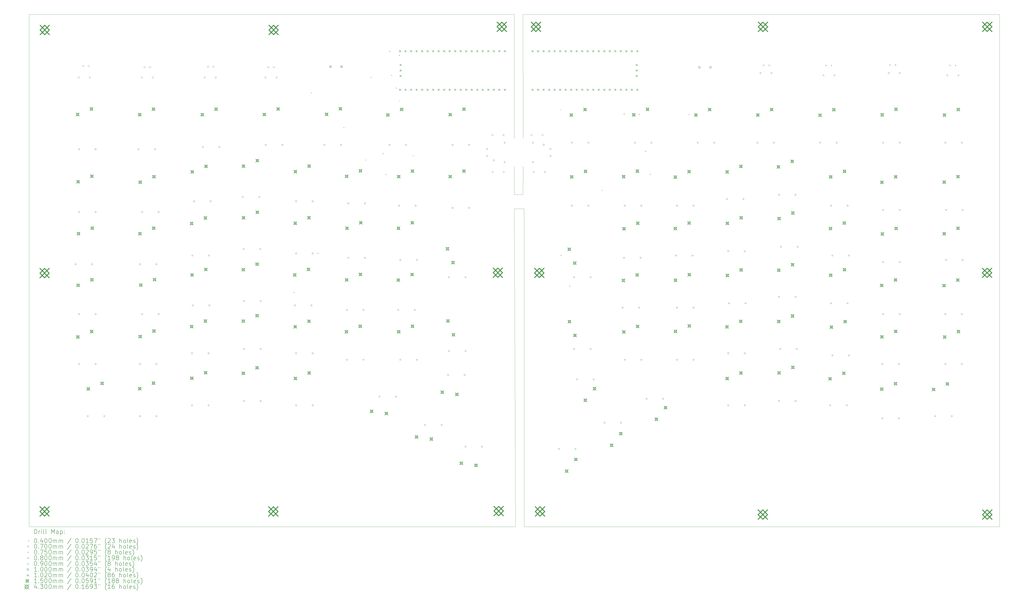
<source format=gbr>
%TF.GenerationSoftware,KiCad,Pcbnew,6.0.9-8da3e8f707~117~ubuntu20.04.1*%
%TF.CreationDate,2022-12-03T14:53:16+01:00*%
%TF.ProjectId,98keys-split-pcb,39386b65-7973-42d7-9370-6c69742d7063,rev?*%
%TF.SameCoordinates,Original*%
%TF.FileFunction,Drillmap*%
%TF.FilePolarity,Positive*%
%FSLAX45Y45*%
G04 Gerber Fmt 4.5, Leading zero omitted, Abs format (unit mm)*
G04 Created by KiCad (PCBNEW 6.0.9-8da3e8f707~117~ubuntu20.04.1) date 2022-12-03 14:53:16*
%MOMM*%
%LPD*%
G01*
G04 APERTURE LIST*
%ADD10C,0.100000*%
%ADD11C,0.200000*%
%ADD12C,0.040000*%
%ADD13C,0.070000*%
%ADD14C,0.075000*%
%ADD15C,0.080000*%
%ADD16C,0.090000*%
%ADD17C,0.102000*%
%ADD18C,0.150000*%
%ADD19C,0.430000*%
G04 APERTURE END LIST*
D10*
X30850000Y-11650000D02*
X30900000Y-26300000D01*
X30850000Y-11650000D02*
X31300000Y-11650000D01*
X31250000Y-2700000D02*
X31254000Y-8400000D01*
X8500000Y-2700000D02*
X30850000Y-2700000D01*
X53200000Y-26300000D02*
X53200000Y-2700000D01*
X30850000Y-11000000D02*
X31250000Y-11000000D01*
X8500000Y-26300000D02*
X8500000Y-2700000D01*
X53200000Y-2700000D02*
X31250000Y-2700000D01*
X31300000Y-11650000D02*
X31300000Y-26300000D01*
X31250000Y-11000000D02*
X31254000Y-9700000D01*
X31300000Y-26300000D02*
X53200000Y-26300000D01*
X30850000Y-2700000D02*
X30854000Y-8400000D01*
X30854000Y-9700000D02*
X30850000Y-11000000D01*
X30900000Y-26300000D02*
X8500000Y-26300000D01*
D11*
D12*
X20680000Y-15480000D02*
X20720000Y-15520000D01*
X20720000Y-15480000D02*
X20680000Y-15520000D01*
X21480000Y-6280000D02*
X21520000Y-6320000D01*
X21520000Y-6280000D02*
X21480000Y-6320000D01*
X21780000Y-13680000D02*
X21820000Y-13720000D01*
X21820000Y-13680000D02*
X21780000Y-13720000D01*
X22980000Y-7880000D02*
X23020000Y-7920000D01*
X23020000Y-7880000D02*
X22980000Y-7920000D01*
X23980000Y-9380000D02*
X24020000Y-9420000D01*
X24020000Y-9380000D02*
X23980000Y-9420000D01*
X24239670Y-5572740D02*
X24279670Y-5612740D01*
X24279670Y-5572740D02*
X24239670Y-5612740D01*
X24780000Y-9080000D02*
X24820000Y-9120000D01*
X24820000Y-9080000D02*
X24780000Y-9120000D01*
X24906730Y-10052010D02*
X24946730Y-10092010D01*
X24946730Y-10052010D02*
X24906730Y-10092010D01*
X25085620Y-4372810D02*
X25125620Y-4412810D01*
X25125620Y-4372810D02*
X25085620Y-4412810D01*
X25180000Y-5480000D02*
X25220000Y-5520000D01*
X25220000Y-5480000D02*
X25180000Y-5520000D01*
X25388780Y-6064110D02*
X25428780Y-6104110D01*
X25428780Y-6064110D02*
X25388780Y-6104110D01*
X25530810Y-4564030D02*
X25570810Y-4604030D01*
X25570810Y-4564030D02*
X25530810Y-4604030D01*
X25549210Y-6650610D02*
X25589210Y-6690610D01*
X25589210Y-6650610D02*
X25549210Y-6690610D01*
X26180000Y-9180000D02*
X26220000Y-9220000D01*
X26220000Y-9180000D02*
X26180000Y-9220000D01*
X32947840Y-7075120D02*
X32987840Y-7115120D01*
X32987840Y-7075120D02*
X32947840Y-7115120D01*
X32982570Y-13774270D02*
X33022570Y-13814270D01*
X33022570Y-13774270D02*
X32982570Y-13814270D01*
X33380000Y-15180000D02*
X33420000Y-15220000D01*
X33420000Y-15180000D02*
X33380000Y-15220000D01*
X34880000Y-10780000D02*
X34920000Y-10820000D01*
X34920000Y-10780000D02*
X34880000Y-10820000D01*
X35886290Y-7256170D02*
X35926290Y-7296170D01*
X35926290Y-7256170D02*
X35886290Y-7296170D01*
X36580000Y-7280000D02*
X36620000Y-7320000D01*
X36620000Y-7280000D02*
X36580000Y-7320000D01*
X36880000Y-8980000D02*
X36920000Y-9020000D01*
X36920000Y-8980000D02*
X36880000Y-9020000D01*
X37102450Y-10036940D02*
X37142450Y-10076940D01*
X37142450Y-10036940D02*
X37102450Y-10076940D01*
X38880000Y-7280000D02*
X38920000Y-7320000D01*
X38920000Y-7280000D02*
X38880000Y-7320000D01*
D13*
X10827000Y-5600000D02*
G75*
G03*
X10827000Y-5600000I-35000J0D01*
G01*
X11335000Y-5600000D02*
G75*
G03*
X11335000Y-5600000I-35000J0D01*
G01*
X13727000Y-5600000D02*
G75*
G03*
X13727000Y-5600000I-35000J0D01*
G01*
X14235000Y-5600000D02*
G75*
G03*
X14235000Y-5600000I-35000J0D01*
G01*
X16627000Y-5600000D02*
G75*
G03*
X16627000Y-5600000I-35000J0D01*
G01*
X17135000Y-5600000D02*
G75*
G03*
X17135000Y-5600000I-35000J0D01*
G01*
X19427000Y-5600000D02*
G75*
G03*
X19427000Y-5600000I-35000J0D01*
G01*
X19935000Y-5600000D02*
G75*
G03*
X19935000Y-5600000I-35000J0D01*
G01*
X29881000Y-8250000D02*
G75*
G03*
X29881000Y-8250000I-35000J0D01*
G01*
X29889000Y-9950000D02*
G75*
G03*
X29889000Y-9950000I-35000J0D01*
G01*
X30389000Y-8250000D02*
G75*
G03*
X30389000Y-8250000I-35000J0D01*
G01*
X30397000Y-9950000D02*
G75*
G03*
X30397000Y-9950000I-35000J0D01*
G01*
X31681000Y-8250000D02*
G75*
G03*
X31681000Y-8250000I-35000J0D01*
G01*
X31789000Y-9950000D02*
G75*
G03*
X31789000Y-9950000I-35000J0D01*
G01*
X32189000Y-8250000D02*
G75*
G03*
X32189000Y-8250000I-35000J0D01*
G01*
X32297000Y-9950000D02*
G75*
G03*
X32297000Y-9950000I-35000J0D01*
G01*
X42227000Y-5400000D02*
G75*
G03*
X42227000Y-5400000I-35000J0D01*
G01*
X42735000Y-5400000D02*
G75*
G03*
X42735000Y-5400000I-35000J0D01*
G01*
X45127000Y-5500000D02*
G75*
G03*
X45127000Y-5500000I-35000J0D01*
G01*
X45635000Y-5500000D02*
G75*
G03*
X45635000Y-5500000I-35000J0D01*
G01*
X48135000Y-5400000D02*
G75*
G03*
X48135000Y-5400000I-35000J0D01*
G01*
X48643000Y-5400000D02*
G75*
G03*
X48643000Y-5400000I-35000J0D01*
G01*
X50835000Y-5500000D02*
G75*
G03*
X50835000Y-5500000I-35000J0D01*
G01*
X51343000Y-5500000D02*
G75*
G03*
X51343000Y-5500000I-35000J0D01*
G01*
D14*
X42336470Y-4996500D02*
X42336470Y-5071500D01*
X42298970Y-5034000D02*
X42373970Y-5034000D01*
X42590470Y-4996500D02*
X42590470Y-5071500D01*
X42552970Y-5034000D02*
X42627970Y-5034000D01*
X45206470Y-5006500D02*
X45206470Y-5081500D01*
X45168970Y-5044000D02*
X45243970Y-5044000D01*
X45460470Y-5006500D02*
X45460470Y-5081500D01*
X45422970Y-5044000D02*
X45497970Y-5044000D01*
X48156470Y-4986500D02*
X48156470Y-5061500D01*
X48118970Y-5024000D02*
X48193970Y-5024000D01*
X48410470Y-4986500D02*
X48410470Y-5061500D01*
X48372970Y-5024000D02*
X48447970Y-5024000D01*
X50918000Y-5006500D02*
X50918000Y-5081500D01*
X50880500Y-5044000D02*
X50955500Y-5044000D01*
X51172000Y-5006500D02*
X51172000Y-5081500D01*
X51134500Y-5044000D02*
X51209500Y-5044000D01*
D15*
X10666285Y-14228284D02*
X10666285Y-14171715D01*
X10609716Y-14171715D01*
X10609716Y-14228284D01*
X10666285Y-14228284D01*
X10828285Y-8928285D02*
X10828285Y-8871716D01*
X10771716Y-8871716D01*
X10771716Y-8928285D01*
X10828285Y-8928285D01*
X10828285Y-11828284D02*
X10828285Y-11771715D01*
X10771716Y-11771715D01*
X10771716Y-11828284D01*
X10828285Y-11828284D01*
X10828285Y-16528284D02*
X10828285Y-16471715D01*
X10771716Y-16471715D01*
X10771716Y-16528284D01*
X10828285Y-16528284D01*
X10828285Y-18828285D02*
X10828285Y-18771716D01*
X10771716Y-18771716D01*
X10771716Y-18828285D01*
X10828285Y-18828285D01*
X11228284Y-21228285D02*
X11228284Y-21171716D01*
X11171716Y-21171716D01*
X11171716Y-21228285D01*
X11228284Y-21228285D01*
X11428284Y-14228284D02*
X11428284Y-14171715D01*
X11371715Y-14171715D01*
X11371715Y-14228284D01*
X11428284Y-14228284D01*
X11590284Y-8928285D02*
X11590284Y-8871716D01*
X11533715Y-8871716D01*
X11533715Y-8928285D01*
X11590284Y-8928285D01*
X11590284Y-11828284D02*
X11590284Y-11771715D01*
X11533715Y-11771715D01*
X11533715Y-11828284D01*
X11590284Y-11828284D01*
X11590284Y-16528284D02*
X11590284Y-16471715D01*
X11533715Y-16471715D01*
X11533715Y-16528284D01*
X11590284Y-16528284D01*
X11590284Y-18828285D02*
X11590284Y-18771716D01*
X11533715Y-18771716D01*
X11533715Y-18828285D01*
X11590284Y-18828285D01*
X11990284Y-21228285D02*
X11990284Y-21171716D01*
X11933715Y-21171716D01*
X11933715Y-21228285D01*
X11990284Y-21228285D01*
X13566284Y-8928285D02*
X13566284Y-8871716D01*
X13509715Y-8871716D01*
X13509715Y-8928285D01*
X13566284Y-8928285D01*
X13628284Y-14228284D02*
X13628284Y-14171715D01*
X13571715Y-14171715D01*
X13571715Y-14228284D01*
X13628284Y-14228284D01*
X13628284Y-18828285D02*
X13628284Y-18771716D01*
X13571715Y-18771716D01*
X13571715Y-18828285D01*
X13628284Y-18828285D01*
X13628284Y-21228285D02*
X13628284Y-21171716D01*
X13571715Y-21171716D01*
X13571715Y-21228285D01*
X13628284Y-21228285D01*
X13728284Y-11828284D02*
X13728284Y-11771715D01*
X13671715Y-11771715D01*
X13671715Y-11828284D01*
X13728284Y-11828284D01*
X13728284Y-16528284D02*
X13728284Y-16471715D01*
X13671715Y-16471715D01*
X13671715Y-16528284D01*
X13728284Y-16528284D01*
X14328284Y-8928285D02*
X14328284Y-8871716D01*
X14271715Y-8871716D01*
X14271715Y-8928285D01*
X14328284Y-8928285D01*
X14390284Y-14228284D02*
X14390284Y-14171715D01*
X14333715Y-14171715D01*
X14333715Y-14228284D01*
X14390284Y-14228284D01*
X14390284Y-18828285D02*
X14390284Y-18771716D01*
X14333715Y-18771716D01*
X14333715Y-18828285D01*
X14390284Y-18828285D01*
X14390284Y-21228285D02*
X14390284Y-21171716D01*
X14333715Y-21171716D01*
X14333715Y-21228285D01*
X14390284Y-21228285D01*
X14490284Y-11828284D02*
X14490284Y-11771715D01*
X14433715Y-11771715D01*
X14433715Y-11828284D01*
X14490284Y-11828284D01*
X14490284Y-16528284D02*
X14490284Y-16471715D01*
X14433715Y-16471715D01*
X14433715Y-16528284D01*
X14490284Y-16528284D01*
X16028284Y-18328285D02*
X16028284Y-18271716D01*
X15971715Y-18271716D01*
X15971715Y-18328285D01*
X16028284Y-18328285D01*
X16028284Y-20728285D02*
X16028284Y-20671716D01*
X15971715Y-20671716D01*
X15971715Y-20728285D01*
X16028284Y-20728285D01*
X16047284Y-13828284D02*
X16047284Y-13771715D01*
X15990715Y-13771715D01*
X15990715Y-13828284D01*
X16047284Y-13828284D01*
X16066284Y-16128284D02*
X16066284Y-16071715D01*
X16009715Y-16071715D01*
X16009715Y-16128284D01*
X16066284Y-16128284D01*
X16128284Y-11328284D02*
X16128284Y-11271715D01*
X16071715Y-11271715D01*
X16071715Y-11328284D01*
X16128284Y-11328284D01*
X16528284Y-8828285D02*
X16528284Y-8771716D01*
X16471715Y-8771716D01*
X16471715Y-8828285D01*
X16528284Y-8828285D01*
X16790285Y-18328285D02*
X16790285Y-18271716D01*
X16733715Y-18271716D01*
X16733715Y-18328285D01*
X16790285Y-18328285D01*
X16790285Y-20728285D02*
X16790285Y-20671716D01*
X16733715Y-20671716D01*
X16733715Y-20728285D01*
X16790285Y-20728285D01*
X16809285Y-13828284D02*
X16809285Y-13771715D01*
X16752715Y-13771715D01*
X16752715Y-13828284D01*
X16809285Y-13828284D01*
X16828285Y-16128284D02*
X16828285Y-16071715D01*
X16771715Y-16071715D01*
X16771715Y-16128284D01*
X16828285Y-16128284D01*
X16890285Y-11328284D02*
X16890285Y-11271715D01*
X16833716Y-11271715D01*
X16833716Y-11328284D01*
X16890285Y-11328284D01*
X17290285Y-8828285D02*
X17290285Y-8771716D01*
X17233716Y-8771716D01*
X17233716Y-8828285D01*
X17290285Y-8828285D01*
X18366285Y-11128285D02*
X18366285Y-11071716D01*
X18309716Y-11071716D01*
X18309716Y-11128285D01*
X18366285Y-11128285D01*
X18409285Y-13528284D02*
X18409285Y-13471715D01*
X18352716Y-13471715D01*
X18352716Y-13528284D01*
X18409285Y-13528284D01*
X18428285Y-15928284D02*
X18428285Y-15871715D01*
X18371716Y-15871715D01*
X18371716Y-15928284D01*
X18428285Y-15928284D01*
X18428285Y-18128285D02*
X18428285Y-18071716D01*
X18371716Y-18071716D01*
X18371716Y-18128285D01*
X18428285Y-18128285D01*
X18428285Y-20528285D02*
X18428285Y-20471716D01*
X18371716Y-20471716D01*
X18371716Y-20528285D01*
X18428285Y-20528285D01*
X19128285Y-11128285D02*
X19128285Y-11071716D01*
X19071716Y-11071716D01*
X19071716Y-11128285D01*
X19128285Y-11128285D01*
X19171285Y-13528284D02*
X19171285Y-13471715D01*
X19114716Y-13471715D01*
X19114716Y-13528284D01*
X19171285Y-13528284D01*
X19190285Y-15928284D02*
X19190285Y-15871715D01*
X19133716Y-15871715D01*
X19133716Y-15928284D01*
X19190285Y-15928284D01*
X19190285Y-18128285D02*
X19190285Y-18071716D01*
X19133716Y-18071716D01*
X19133716Y-18128285D01*
X19190285Y-18128285D01*
X19190285Y-20528285D02*
X19190285Y-20471716D01*
X19133716Y-20471716D01*
X19133716Y-20528285D01*
X19190285Y-20528285D01*
X19428285Y-8728285D02*
X19428285Y-8671716D01*
X19371716Y-8671716D01*
X19371716Y-8728285D01*
X19428285Y-8728285D01*
X20190285Y-8728285D02*
X20190285Y-8671716D01*
X20133716Y-8671716D01*
X20133716Y-8728285D01*
X20190285Y-8728285D01*
X20766285Y-16128284D02*
X20766285Y-16071715D01*
X20709716Y-16071715D01*
X20709716Y-16128284D01*
X20766285Y-16128284D01*
X20828285Y-11328284D02*
X20828285Y-11271715D01*
X20771716Y-11271715D01*
X20771716Y-11328284D01*
X20828285Y-11328284D01*
X20828285Y-13728284D02*
X20828285Y-13671715D01*
X20771716Y-13671715D01*
X20771716Y-13728284D01*
X20828285Y-13728284D01*
X20828285Y-18328285D02*
X20828285Y-18271716D01*
X20771716Y-18271716D01*
X20771716Y-18328285D01*
X20828285Y-18328285D01*
X20828285Y-20728285D02*
X20828285Y-20671716D01*
X20771716Y-20671716D01*
X20771716Y-20728285D01*
X20828285Y-20728285D01*
X21528285Y-16128284D02*
X21528285Y-16071715D01*
X21471716Y-16071715D01*
X21471716Y-16128284D01*
X21528285Y-16128284D01*
X21590285Y-11328284D02*
X21590285Y-11271715D01*
X21533716Y-11271715D01*
X21533716Y-11328284D01*
X21590285Y-11328284D01*
X21590285Y-13728284D02*
X21590285Y-13671715D01*
X21533716Y-13671715D01*
X21533716Y-13728284D01*
X21590285Y-13728284D01*
X21590285Y-18328285D02*
X21590285Y-18271716D01*
X21533716Y-18271716D01*
X21533716Y-18328285D01*
X21590285Y-18328285D01*
X21590285Y-20728285D02*
X21590285Y-20671716D01*
X21533716Y-20671716D01*
X21533716Y-20728285D01*
X21590285Y-20728285D01*
X22128285Y-8728285D02*
X22128285Y-8671716D01*
X22071716Y-8671716D01*
X22071716Y-8728285D01*
X22128285Y-8728285D01*
X22890284Y-8728285D02*
X22890284Y-8671716D01*
X22833715Y-8671716D01*
X22833715Y-8728285D01*
X22890284Y-8728285D01*
X23166284Y-16328284D02*
X23166284Y-16271715D01*
X23109715Y-16271715D01*
X23109715Y-16328284D01*
X23166284Y-16328284D01*
X23166284Y-18628285D02*
X23166284Y-18571716D01*
X23109715Y-18571716D01*
X23109715Y-18628285D01*
X23166284Y-18628285D01*
X23228284Y-11428284D02*
X23228284Y-11371715D01*
X23171715Y-11371715D01*
X23171715Y-11428284D01*
X23228284Y-11428284D01*
X23228284Y-13928284D02*
X23228284Y-13871715D01*
X23171715Y-13871715D01*
X23171715Y-13928284D01*
X23228284Y-13928284D01*
X23928284Y-16328284D02*
X23928284Y-16271715D01*
X23871715Y-16271715D01*
X23871715Y-16328284D01*
X23928284Y-16328284D01*
X23928284Y-18628285D02*
X23928284Y-18571716D01*
X23871715Y-18571716D01*
X23871715Y-18628285D01*
X23928284Y-18628285D01*
X23990284Y-11428284D02*
X23990284Y-11371715D01*
X23933715Y-11371715D01*
X23933715Y-11428284D01*
X23990284Y-11428284D01*
X23990284Y-13928284D02*
X23990284Y-13871715D01*
X23933715Y-13871715D01*
X23933715Y-13928284D01*
X23990284Y-13928284D01*
X24666284Y-20328285D02*
X24666284Y-20271716D01*
X24609715Y-20271716D01*
X24609715Y-20328285D01*
X24666284Y-20328285D01*
X25128284Y-8728285D02*
X25128284Y-8671716D01*
X25071715Y-8671716D01*
X25071715Y-8728285D01*
X25128284Y-8728285D01*
X25428284Y-20328285D02*
X25428284Y-20271716D01*
X25371715Y-20271716D01*
X25371715Y-20328285D01*
X25428284Y-20328285D01*
X25528284Y-16328284D02*
X25528284Y-16271715D01*
X25471715Y-16271715D01*
X25471715Y-16328284D01*
X25528284Y-16328284D01*
X25566284Y-11528284D02*
X25566284Y-11471715D01*
X25509715Y-11471715D01*
X25509715Y-11528284D01*
X25566284Y-11528284D01*
X25628284Y-14028284D02*
X25628284Y-13971715D01*
X25571715Y-13971715D01*
X25571715Y-14028284D01*
X25628284Y-14028284D01*
X25628284Y-18628285D02*
X25628284Y-18571716D01*
X25571715Y-18571716D01*
X25571715Y-18628285D01*
X25628284Y-18628285D01*
X25890284Y-8728285D02*
X25890284Y-8671716D01*
X25833715Y-8671716D01*
X25833715Y-8728285D01*
X25890284Y-8728285D01*
X26290284Y-16328284D02*
X26290284Y-16271715D01*
X26233715Y-16271715D01*
X26233715Y-16328284D01*
X26290284Y-16328284D01*
X26328284Y-11528284D02*
X26328284Y-11471715D01*
X26271715Y-11471715D01*
X26271715Y-11528284D01*
X26328284Y-11528284D01*
X26390284Y-14028284D02*
X26390284Y-13971715D01*
X26333715Y-13971715D01*
X26333715Y-14028284D01*
X26390284Y-14028284D01*
X26390284Y-18628285D02*
X26390284Y-18571716D01*
X26333715Y-18571716D01*
X26333715Y-18628285D01*
X26390284Y-18628285D01*
X26766284Y-21628285D02*
X26766284Y-21571716D01*
X26709715Y-21571716D01*
X26709715Y-21628285D01*
X26766284Y-21628285D01*
X27528284Y-21628285D02*
X27528284Y-21571716D01*
X27471715Y-21571716D01*
X27471715Y-21628285D01*
X27528284Y-21628285D01*
X27828284Y-19328285D02*
X27828284Y-19271716D01*
X27771715Y-19271716D01*
X27771715Y-19328285D01*
X27828284Y-19328285D01*
X27866284Y-14828284D02*
X27866284Y-14771715D01*
X27809715Y-14771715D01*
X27809715Y-14828284D01*
X27866284Y-14828284D01*
X27866284Y-18228285D02*
X27866284Y-18171716D01*
X27809715Y-18171716D01*
X27809715Y-18228285D01*
X27866284Y-18228285D01*
X28028284Y-8728285D02*
X28028284Y-8671716D01*
X27971715Y-8671716D01*
X27971715Y-8728285D01*
X28028284Y-8728285D01*
X28028284Y-11628284D02*
X28028284Y-11571715D01*
X27971715Y-11571715D01*
X27971715Y-11628284D01*
X28028284Y-11628284D01*
X28590284Y-19328285D02*
X28590284Y-19271716D01*
X28533715Y-19271716D01*
X28533715Y-19328285D01*
X28590284Y-19328285D01*
X28628284Y-14828284D02*
X28628284Y-14771715D01*
X28571715Y-14771715D01*
X28571715Y-14828284D01*
X28628284Y-14828284D01*
X28628284Y-18228285D02*
X28628284Y-18171716D01*
X28571715Y-18171716D01*
X28571715Y-18228285D01*
X28628284Y-18228285D01*
X28628284Y-22628284D02*
X28628284Y-22571715D01*
X28571715Y-22571715D01*
X28571715Y-22628284D01*
X28628284Y-22628284D01*
X28790284Y-8728285D02*
X28790284Y-8671716D01*
X28733715Y-8671716D01*
X28733715Y-8728285D01*
X28790284Y-8728285D01*
X28790284Y-11628284D02*
X28790284Y-11571715D01*
X28733715Y-11571715D01*
X28733715Y-11628284D01*
X28790284Y-11628284D01*
X29390284Y-22628284D02*
X29390284Y-22571715D01*
X29333715Y-22571715D01*
X29333715Y-22628284D01*
X29390284Y-22628284D01*
X29622284Y-8918285D02*
X29622284Y-8861716D01*
X29565715Y-8861716D01*
X29565715Y-8918285D01*
X29622284Y-8918285D01*
X29622284Y-9238285D02*
X29622284Y-9181716D01*
X29565715Y-9181716D01*
X29565715Y-9238285D01*
X29622284Y-9238285D01*
X29932284Y-9438285D02*
X29932284Y-9381716D01*
X29875715Y-9381716D01*
X29875715Y-9438285D01*
X29932284Y-9438285D01*
X30432284Y-8628285D02*
X30432284Y-8571716D01*
X30375715Y-8571716D01*
X30375715Y-8628285D01*
X30432284Y-8628285D01*
X30432284Y-9528285D02*
X30432284Y-9471716D01*
X30375715Y-9471716D01*
X30375715Y-9528285D01*
X30432284Y-9528285D01*
X31732284Y-8628285D02*
X31732284Y-8571716D01*
X31675715Y-8571716D01*
X31675715Y-8628285D01*
X31732284Y-8628285D01*
X31732284Y-9528285D02*
X31732284Y-9471716D01*
X31675715Y-9471716D01*
X31675715Y-9528285D01*
X31732284Y-9528285D01*
X32232284Y-8718285D02*
X32232284Y-8661716D01*
X32175715Y-8661716D01*
X32175715Y-8718285D01*
X32232284Y-8718285D01*
X32542284Y-8918285D02*
X32542284Y-8861716D01*
X32485715Y-8861716D01*
X32485715Y-8918285D01*
X32542284Y-8918285D01*
X32542284Y-9238285D02*
X32542284Y-9181716D01*
X32485715Y-9181716D01*
X32485715Y-9238285D01*
X32542284Y-9238285D01*
X32928284Y-22728284D02*
X32928284Y-22671715D01*
X32871715Y-22671715D01*
X32871715Y-22728284D01*
X32928284Y-22728284D01*
X33528284Y-8628285D02*
X33528284Y-8571716D01*
X33471715Y-8571716D01*
X33471715Y-8628285D01*
X33528284Y-8628285D01*
X33528284Y-11528284D02*
X33528284Y-11471715D01*
X33471715Y-11471715D01*
X33471715Y-11528284D01*
X33528284Y-11528284D01*
X33628285Y-14828284D02*
X33628285Y-14771715D01*
X33571716Y-14771715D01*
X33571716Y-14828284D01*
X33628285Y-14828284D01*
X33628285Y-18128285D02*
X33628285Y-18071716D01*
X33571716Y-18071716D01*
X33571716Y-18128285D01*
X33628285Y-18128285D01*
X33690285Y-22728284D02*
X33690285Y-22671715D01*
X33633716Y-22671715D01*
X33633716Y-22728284D01*
X33690285Y-22728284D01*
X33766285Y-19528285D02*
X33766285Y-19471716D01*
X33709716Y-19471716D01*
X33709716Y-19528285D01*
X33766285Y-19528285D01*
X34290285Y-8628285D02*
X34290285Y-8571716D01*
X34233716Y-8571716D01*
X34233716Y-8628285D01*
X34290285Y-8628285D01*
X34290285Y-11528284D02*
X34290285Y-11471715D01*
X34233716Y-11471715D01*
X34233716Y-11528284D01*
X34290285Y-11528284D01*
X34390285Y-14828284D02*
X34390285Y-14771715D01*
X34333716Y-14771715D01*
X34333716Y-14828284D01*
X34390285Y-14828284D01*
X34390285Y-18128285D02*
X34390285Y-18071716D01*
X34333716Y-18071716D01*
X34333716Y-18128285D01*
X34390285Y-18128285D01*
X34528285Y-19528285D02*
X34528285Y-19471716D01*
X34471716Y-19471716D01*
X34471716Y-19528285D01*
X34528285Y-19528285D01*
X35028285Y-21528285D02*
X35028285Y-21471716D01*
X34971716Y-21471716D01*
X34971716Y-21528285D01*
X35028285Y-21528285D01*
X35790285Y-21528285D02*
X35790285Y-21471716D01*
X35733716Y-21471716D01*
X35733716Y-21528285D01*
X35790285Y-21528285D01*
X35866285Y-16228284D02*
X35866285Y-16171715D01*
X35809716Y-16171715D01*
X35809716Y-16228284D01*
X35866285Y-16228284D01*
X35928285Y-13928284D02*
X35928285Y-13871715D01*
X35871716Y-13871715D01*
X35871716Y-13928284D01*
X35928285Y-13928284D01*
X35966285Y-11528284D02*
X35966285Y-11471715D01*
X35909716Y-11471715D01*
X35909716Y-11528284D01*
X35966285Y-11528284D01*
X35966285Y-18628285D02*
X35966285Y-18571716D01*
X35909716Y-18571716D01*
X35909716Y-18628285D01*
X35966285Y-18628285D01*
X36428285Y-8628285D02*
X36428285Y-8571716D01*
X36371716Y-8571716D01*
X36371716Y-8628285D01*
X36428285Y-8628285D01*
X36628285Y-16228284D02*
X36628285Y-16171715D01*
X36571716Y-16171715D01*
X36571716Y-16228284D01*
X36628285Y-16228284D01*
X36690285Y-13928284D02*
X36690285Y-13871715D01*
X36633716Y-13871715D01*
X36633716Y-13928284D01*
X36690285Y-13928284D01*
X36728285Y-11528284D02*
X36728285Y-11471715D01*
X36671716Y-11471715D01*
X36671716Y-11528284D01*
X36728285Y-11528284D01*
X36728285Y-18628285D02*
X36728285Y-18571716D01*
X36671716Y-18571716D01*
X36671716Y-18628285D01*
X36728285Y-18628285D01*
X36966285Y-20428285D02*
X36966285Y-20371716D01*
X36909716Y-20371716D01*
X36909716Y-20428285D01*
X36966285Y-20428285D01*
X37190285Y-8628285D02*
X37190285Y-8571716D01*
X37133716Y-8571716D01*
X37133716Y-8628285D01*
X37190285Y-8628285D01*
X37728285Y-20428285D02*
X37728285Y-20371716D01*
X37671716Y-20371716D01*
X37671716Y-20428285D01*
X37728285Y-20428285D01*
X38328285Y-13828284D02*
X38328285Y-13771715D01*
X38271716Y-13771715D01*
X38271716Y-13828284D01*
X38328285Y-13828284D01*
X38366285Y-11528284D02*
X38366285Y-11471715D01*
X38309716Y-11471715D01*
X38309716Y-11528284D01*
X38366285Y-11528284D01*
X38366285Y-16228284D02*
X38366285Y-16171715D01*
X38309716Y-16171715D01*
X38309716Y-16228284D01*
X38366285Y-16228284D01*
X38366285Y-18628285D02*
X38366285Y-18571716D01*
X38309716Y-18571716D01*
X38309716Y-18628285D01*
X38366285Y-18628285D01*
X39090285Y-13828284D02*
X39090285Y-13771715D01*
X39033716Y-13771715D01*
X39033716Y-13828284D01*
X39090285Y-13828284D01*
X39128285Y-11528284D02*
X39128285Y-11471715D01*
X39071716Y-11471715D01*
X39071716Y-11528284D01*
X39128285Y-11528284D01*
X39128285Y-16228284D02*
X39128285Y-16171715D01*
X39071716Y-16171715D01*
X39071716Y-16228284D01*
X39128285Y-16228284D01*
X39128285Y-18628285D02*
X39128285Y-18571716D01*
X39071716Y-18571716D01*
X39071716Y-18628285D01*
X39128285Y-18628285D01*
X39328285Y-8628285D02*
X39328285Y-8571716D01*
X39271716Y-8571716D01*
X39271716Y-8628285D01*
X39328285Y-8628285D01*
X40090285Y-8628285D02*
X40090285Y-8571716D01*
X40033716Y-8571716D01*
X40033716Y-8628285D01*
X40090285Y-8628285D01*
X40666285Y-11228284D02*
X40666285Y-11171716D01*
X40609716Y-11171716D01*
X40609716Y-11228284D01*
X40666285Y-11228284D01*
X40728285Y-13628284D02*
X40728285Y-13571715D01*
X40671716Y-13571715D01*
X40671716Y-13628284D01*
X40728285Y-13628284D01*
X40728285Y-18328285D02*
X40728285Y-18271716D01*
X40671716Y-18271716D01*
X40671716Y-18328285D01*
X40728285Y-18328285D01*
X40728285Y-20728285D02*
X40728285Y-20671716D01*
X40671716Y-20671716D01*
X40671716Y-20728285D01*
X40728285Y-20728285D01*
X40766285Y-16028284D02*
X40766285Y-15971715D01*
X40709716Y-15971715D01*
X40709716Y-16028284D01*
X40766285Y-16028284D01*
X41428285Y-11228284D02*
X41428285Y-11171716D01*
X41371716Y-11171716D01*
X41371716Y-11228284D01*
X41428285Y-11228284D01*
X41490285Y-13628284D02*
X41490285Y-13571715D01*
X41433716Y-13571715D01*
X41433716Y-13628284D01*
X41490285Y-13628284D01*
X41490285Y-18328285D02*
X41490285Y-18271716D01*
X41433716Y-18271716D01*
X41433716Y-18328285D01*
X41490285Y-18328285D01*
X41490285Y-20728285D02*
X41490285Y-20671716D01*
X41433716Y-20671716D01*
X41433716Y-20728285D01*
X41490285Y-20728285D01*
X41528285Y-16028284D02*
X41528285Y-15971715D01*
X41471716Y-15971715D01*
X41471716Y-16028284D01*
X41528285Y-16028284D01*
X42066285Y-8628285D02*
X42066285Y-8571716D01*
X42009716Y-8571716D01*
X42009716Y-8628285D01*
X42066285Y-8628285D01*
X42828285Y-8628285D02*
X42828285Y-8571716D01*
X42771716Y-8571716D01*
X42771716Y-8628285D01*
X42828285Y-8628285D01*
X43066285Y-11028285D02*
X43066285Y-10971716D01*
X43009716Y-10971716D01*
X43009716Y-11028285D01*
X43066285Y-11028285D01*
X43066285Y-15728284D02*
X43066285Y-15671715D01*
X43009716Y-15671715D01*
X43009716Y-15728284D01*
X43066285Y-15728284D01*
X43066285Y-20528285D02*
X43066285Y-20471716D01*
X43009716Y-20471716D01*
X43009716Y-20528285D01*
X43066285Y-20528285D01*
X43128285Y-18128285D02*
X43128285Y-18071716D01*
X43071716Y-18071716D01*
X43071716Y-18128285D01*
X43128285Y-18128285D01*
X43166285Y-13428284D02*
X43166285Y-13371715D01*
X43109716Y-13371715D01*
X43109716Y-13428284D01*
X43166285Y-13428284D01*
X43828285Y-11028285D02*
X43828285Y-10971716D01*
X43771716Y-10971716D01*
X43771716Y-11028285D01*
X43828285Y-11028285D01*
X43828285Y-15728284D02*
X43828285Y-15671715D01*
X43771716Y-15671715D01*
X43771716Y-15728284D01*
X43828285Y-15728284D01*
X43828285Y-20528285D02*
X43828285Y-20471716D01*
X43771716Y-20471716D01*
X43771716Y-20528285D01*
X43828285Y-20528285D01*
X43890285Y-18128285D02*
X43890285Y-18071716D01*
X43833716Y-18071716D01*
X43833716Y-18128285D01*
X43890285Y-18128285D01*
X43928285Y-13428284D02*
X43928285Y-13371715D01*
X43871716Y-13371715D01*
X43871716Y-13428284D01*
X43928285Y-13428284D01*
X44966284Y-8628285D02*
X44966284Y-8571716D01*
X44909715Y-8571716D01*
X44909715Y-8628285D01*
X44966284Y-8628285D01*
X45428284Y-20728285D02*
X45428284Y-20671716D01*
X45371715Y-20671716D01*
X45371715Y-20728285D01*
X45428284Y-20728285D01*
X45466284Y-11528284D02*
X45466284Y-11471715D01*
X45409715Y-11471715D01*
X45409715Y-11528284D01*
X45466284Y-11528284D01*
X45466284Y-16028284D02*
X45466284Y-15971715D01*
X45409715Y-15971715D01*
X45409715Y-16028284D01*
X45466284Y-16028284D01*
X45528284Y-13828284D02*
X45528284Y-13771715D01*
X45471715Y-13771715D01*
X45471715Y-13828284D01*
X45528284Y-13828284D01*
X45528284Y-18428285D02*
X45528284Y-18371716D01*
X45471715Y-18371716D01*
X45471715Y-18428285D01*
X45528284Y-18428285D01*
X45728284Y-8628285D02*
X45728284Y-8571716D01*
X45671715Y-8571716D01*
X45671715Y-8628285D01*
X45728284Y-8628285D01*
X46190284Y-20728285D02*
X46190284Y-20671716D01*
X46133715Y-20671716D01*
X46133715Y-20728285D01*
X46190284Y-20728285D01*
X46228284Y-11528284D02*
X46228284Y-11471715D01*
X46171715Y-11471715D01*
X46171715Y-11528284D01*
X46228284Y-11528284D01*
X46228284Y-16028284D02*
X46228284Y-15971715D01*
X46171715Y-15971715D01*
X46171715Y-16028284D01*
X46228284Y-16028284D01*
X46290284Y-13828284D02*
X46290284Y-13771715D01*
X46233715Y-13771715D01*
X46233715Y-13828284D01*
X46290284Y-13828284D01*
X46290284Y-18428285D02*
X46290284Y-18371716D01*
X46233715Y-18371716D01*
X46233715Y-18428285D01*
X46290284Y-18428285D01*
X47828284Y-18828285D02*
X47828284Y-18771716D01*
X47771715Y-18771716D01*
X47771715Y-18828285D01*
X47828284Y-18828285D01*
X47828284Y-21328285D02*
X47828284Y-21271716D01*
X47771715Y-21271716D01*
X47771715Y-21328285D01*
X47828284Y-21328285D01*
X47866284Y-8628285D02*
X47866284Y-8571716D01*
X47809715Y-8571716D01*
X47809715Y-8628285D01*
X47866284Y-8628285D01*
X47866284Y-11728284D02*
X47866284Y-11671715D01*
X47809715Y-11671715D01*
X47809715Y-11728284D01*
X47866284Y-11728284D01*
X47866284Y-14128284D02*
X47866284Y-14071715D01*
X47809715Y-14071715D01*
X47809715Y-14128284D01*
X47866284Y-14128284D01*
X47866284Y-16528284D02*
X47866284Y-16471715D01*
X47809715Y-16471715D01*
X47809715Y-16528284D01*
X47866284Y-16528284D01*
X48590284Y-18828285D02*
X48590284Y-18771716D01*
X48533715Y-18771716D01*
X48533715Y-18828285D01*
X48590284Y-18828285D01*
X48590284Y-21328285D02*
X48590284Y-21271716D01*
X48533715Y-21271716D01*
X48533715Y-21328285D01*
X48590284Y-21328285D01*
X48628284Y-8628285D02*
X48628284Y-8571716D01*
X48571715Y-8571716D01*
X48571715Y-8628285D01*
X48628284Y-8628285D01*
X48628284Y-11728284D02*
X48628284Y-11671715D01*
X48571715Y-11671715D01*
X48571715Y-11728284D01*
X48628284Y-11728284D01*
X48628284Y-14128284D02*
X48628284Y-14071715D01*
X48571715Y-14071715D01*
X48571715Y-14128284D01*
X48628284Y-14128284D01*
X48628284Y-16528284D02*
X48628284Y-16471715D01*
X48571715Y-16471715D01*
X48571715Y-16528284D01*
X48628284Y-16528284D01*
X50266284Y-21228285D02*
X50266284Y-21171716D01*
X50209715Y-21171716D01*
X50209715Y-21228285D01*
X50266284Y-21228285D01*
X50728284Y-8628285D02*
X50728284Y-8571716D01*
X50671715Y-8571716D01*
X50671715Y-8628285D01*
X50728284Y-8628285D01*
X50728284Y-16528284D02*
X50728284Y-16471715D01*
X50671715Y-16471715D01*
X50671715Y-16528284D01*
X50728284Y-16528284D01*
X50728284Y-18828285D02*
X50728284Y-18771716D01*
X50671715Y-18771716D01*
X50671715Y-18828285D01*
X50728284Y-18828285D01*
X50766284Y-11728284D02*
X50766284Y-11671715D01*
X50709715Y-11671715D01*
X50709715Y-11728284D01*
X50766284Y-11728284D01*
X50766284Y-14028284D02*
X50766284Y-13971715D01*
X50709715Y-13971715D01*
X50709715Y-14028284D01*
X50766284Y-14028284D01*
X51028284Y-21228285D02*
X51028284Y-21171716D01*
X50971715Y-21171716D01*
X50971715Y-21228285D01*
X51028284Y-21228285D01*
X51490284Y-8628285D02*
X51490284Y-8571716D01*
X51433715Y-8571716D01*
X51433715Y-8628285D01*
X51490284Y-8628285D01*
X51490284Y-16528284D02*
X51490284Y-16471715D01*
X51433715Y-16471715D01*
X51433715Y-16528284D01*
X51490284Y-16528284D01*
X51490284Y-18828285D02*
X51490284Y-18771716D01*
X51433715Y-18771716D01*
X51433715Y-18828285D01*
X51490284Y-18828285D01*
X51528284Y-11728284D02*
X51528284Y-11671715D01*
X51471715Y-11671715D01*
X51471715Y-11728284D01*
X51528284Y-11728284D01*
X51528284Y-14028284D02*
X51528284Y-13971715D01*
X51471715Y-13971715D01*
X51471715Y-14028284D01*
X51528284Y-14028284D01*
D16*
X10990000Y-5115000D02*
X11035000Y-5070000D01*
X10990000Y-5025000D01*
X10945000Y-5070000D01*
X10990000Y-5115000D01*
X11244000Y-5115000D02*
X11289000Y-5070000D01*
X11244000Y-5025000D01*
X11199000Y-5070000D01*
X11244000Y-5115000D01*
X13810000Y-5165000D02*
X13855000Y-5120000D01*
X13810000Y-5075000D01*
X13765000Y-5120000D01*
X13810000Y-5165000D01*
X14064000Y-5165000D02*
X14109000Y-5120000D01*
X14064000Y-5075000D01*
X14019000Y-5120000D01*
X14064000Y-5165000D01*
X16740000Y-5145000D02*
X16785000Y-5100000D01*
X16740000Y-5055000D01*
X16695000Y-5100000D01*
X16740000Y-5145000D01*
X16994000Y-5145000D02*
X17039000Y-5100000D01*
X16994000Y-5055000D01*
X16949000Y-5100000D01*
X16994000Y-5145000D01*
X19520000Y-5165000D02*
X19565000Y-5120000D01*
X19520000Y-5075000D01*
X19475000Y-5120000D01*
X19520000Y-5165000D01*
X19774000Y-5165000D02*
X19819000Y-5120000D01*
X19774000Y-5075000D01*
X19729000Y-5120000D01*
X19774000Y-5165000D01*
D10*
X22332000Y-5050000D02*
X22432000Y-5150000D01*
X22432000Y-5050000D02*
X22332000Y-5150000D01*
X22432000Y-5100000D02*
G75*
G03*
X22432000Y-5100000I-50000J0D01*
G01*
X22840000Y-5050000D02*
X22940000Y-5150000D01*
X22940000Y-5050000D02*
X22840000Y-5150000D01*
X22940000Y-5100000D02*
G75*
G03*
X22940000Y-5100000I-50000J0D01*
G01*
X39330000Y-5080000D02*
X39430000Y-5180000D01*
X39430000Y-5080000D02*
X39330000Y-5180000D01*
X39430000Y-5130000D02*
G75*
G03*
X39430000Y-5130000I-50000J0D01*
G01*
X39838000Y-5080000D02*
X39938000Y-5180000D01*
X39938000Y-5080000D02*
X39838000Y-5180000D01*
X39938000Y-5130000D02*
G75*
G03*
X39938000Y-5130000I-50000J0D01*
G01*
D17*
X25536000Y-4332500D02*
X25638000Y-4434500D01*
X25638000Y-4332500D02*
X25536000Y-4434500D01*
X25587000Y-4332500D02*
X25587000Y-4434500D01*
X25536000Y-4383500D02*
X25638000Y-4383500D01*
X25536000Y-6110500D02*
X25638000Y-6212500D01*
X25638000Y-6110500D02*
X25536000Y-6212500D01*
X25587000Y-6110500D02*
X25587000Y-6212500D01*
X25536000Y-6161500D02*
X25638000Y-6161500D01*
X25559000Y-4967500D02*
X25661000Y-5069500D01*
X25661000Y-4967500D02*
X25559000Y-5069500D01*
X25610000Y-4967500D02*
X25610000Y-5069500D01*
X25559000Y-5018500D02*
X25661000Y-5018500D01*
X25559000Y-5221500D02*
X25661000Y-5323500D01*
X25661000Y-5221500D02*
X25559000Y-5323500D01*
X25610000Y-5221500D02*
X25610000Y-5323500D01*
X25559000Y-5272500D02*
X25661000Y-5272500D01*
X25559000Y-5475500D02*
X25661000Y-5577500D01*
X25661000Y-5475500D02*
X25559000Y-5577500D01*
X25610000Y-5475500D02*
X25610000Y-5577500D01*
X25559000Y-5526500D02*
X25661000Y-5526500D01*
X25790000Y-4332500D02*
X25892000Y-4434500D01*
X25892000Y-4332500D02*
X25790000Y-4434500D01*
X25841000Y-4332500D02*
X25841000Y-4434500D01*
X25790000Y-4383500D02*
X25892000Y-4383500D01*
X25790000Y-6110500D02*
X25892000Y-6212500D01*
X25892000Y-6110500D02*
X25790000Y-6212500D01*
X25841000Y-6110500D02*
X25841000Y-6212500D01*
X25790000Y-6161500D02*
X25892000Y-6161500D01*
X26044000Y-4332500D02*
X26146000Y-4434500D01*
X26146000Y-4332500D02*
X26044000Y-4434500D01*
X26095000Y-4332500D02*
X26095000Y-4434500D01*
X26044000Y-4383500D02*
X26146000Y-4383500D01*
X26044000Y-6110500D02*
X26146000Y-6212500D01*
X26146000Y-6110500D02*
X26044000Y-6212500D01*
X26095000Y-6110500D02*
X26095000Y-6212500D01*
X26044000Y-6161500D02*
X26146000Y-6161500D01*
X26298000Y-4332500D02*
X26400000Y-4434500D01*
X26400000Y-4332500D02*
X26298000Y-4434500D01*
X26349000Y-4332500D02*
X26349000Y-4434500D01*
X26298000Y-4383500D02*
X26400000Y-4383500D01*
X26298000Y-6110500D02*
X26400000Y-6212500D01*
X26400000Y-6110500D02*
X26298000Y-6212500D01*
X26349000Y-6110500D02*
X26349000Y-6212500D01*
X26298000Y-6161500D02*
X26400000Y-6161500D01*
X26552000Y-4332500D02*
X26654000Y-4434500D01*
X26654000Y-4332500D02*
X26552000Y-4434500D01*
X26603000Y-4332500D02*
X26603000Y-4434500D01*
X26552000Y-4383500D02*
X26654000Y-4383500D01*
X26552000Y-6110500D02*
X26654000Y-6212500D01*
X26654000Y-6110500D02*
X26552000Y-6212500D01*
X26603000Y-6110500D02*
X26603000Y-6212500D01*
X26552000Y-6161500D02*
X26654000Y-6161500D01*
X26806000Y-4332500D02*
X26908000Y-4434500D01*
X26908000Y-4332500D02*
X26806000Y-4434500D01*
X26857000Y-4332500D02*
X26857000Y-4434500D01*
X26806000Y-4383500D02*
X26908000Y-4383500D01*
X26806000Y-6110500D02*
X26908000Y-6212500D01*
X26908000Y-6110500D02*
X26806000Y-6212500D01*
X26857000Y-6110500D02*
X26857000Y-6212500D01*
X26806000Y-6161500D02*
X26908000Y-6161500D01*
X27060000Y-4332500D02*
X27162000Y-4434500D01*
X27162000Y-4332500D02*
X27060000Y-4434500D01*
X27111000Y-4332500D02*
X27111000Y-4434500D01*
X27060000Y-4383500D02*
X27162000Y-4383500D01*
X27060000Y-6110500D02*
X27162000Y-6212500D01*
X27162000Y-6110500D02*
X27060000Y-6212500D01*
X27111000Y-6110500D02*
X27111000Y-6212500D01*
X27060000Y-6161500D02*
X27162000Y-6161500D01*
X27314000Y-4332500D02*
X27416000Y-4434500D01*
X27416000Y-4332500D02*
X27314000Y-4434500D01*
X27365000Y-4332500D02*
X27365000Y-4434500D01*
X27314000Y-4383500D02*
X27416000Y-4383500D01*
X27314000Y-6110500D02*
X27416000Y-6212500D01*
X27416000Y-6110500D02*
X27314000Y-6212500D01*
X27365000Y-6110500D02*
X27365000Y-6212500D01*
X27314000Y-6161500D02*
X27416000Y-6161500D01*
X27568000Y-4332500D02*
X27670000Y-4434500D01*
X27670000Y-4332500D02*
X27568000Y-4434500D01*
X27619000Y-4332500D02*
X27619000Y-4434500D01*
X27568000Y-4383500D02*
X27670000Y-4383500D01*
X27568000Y-6110500D02*
X27670000Y-6212500D01*
X27670000Y-6110500D02*
X27568000Y-6212500D01*
X27619000Y-6110500D02*
X27619000Y-6212500D01*
X27568000Y-6161500D02*
X27670000Y-6161500D01*
X27822000Y-4332500D02*
X27924000Y-4434500D01*
X27924000Y-4332500D02*
X27822000Y-4434500D01*
X27873000Y-4332500D02*
X27873000Y-4434500D01*
X27822000Y-4383500D02*
X27924000Y-4383500D01*
X27822000Y-6110500D02*
X27924000Y-6212500D01*
X27924000Y-6110500D02*
X27822000Y-6212500D01*
X27873000Y-6110500D02*
X27873000Y-6212500D01*
X27822000Y-6161500D02*
X27924000Y-6161500D01*
X28076000Y-4332500D02*
X28178000Y-4434500D01*
X28178000Y-4332500D02*
X28076000Y-4434500D01*
X28127000Y-4332500D02*
X28127000Y-4434500D01*
X28076000Y-4383500D02*
X28178000Y-4383500D01*
X28076000Y-6110500D02*
X28178000Y-6212500D01*
X28178000Y-6110500D02*
X28076000Y-6212500D01*
X28127000Y-6110500D02*
X28127000Y-6212500D01*
X28076000Y-6161500D02*
X28178000Y-6161500D01*
X28330000Y-4332500D02*
X28432000Y-4434500D01*
X28432000Y-4332500D02*
X28330000Y-4434500D01*
X28381000Y-4332500D02*
X28381000Y-4434500D01*
X28330000Y-4383500D02*
X28432000Y-4383500D01*
X28330000Y-6110500D02*
X28432000Y-6212500D01*
X28432000Y-6110500D02*
X28330000Y-6212500D01*
X28381000Y-6110500D02*
X28381000Y-6212500D01*
X28330000Y-6161500D02*
X28432000Y-6161500D01*
X28584000Y-4332500D02*
X28686000Y-4434500D01*
X28686000Y-4332500D02*
X28584000Y-4434500D01*
X28635000Y-4332500D02*
X28635000Y-4434500D01*
X28584000Y-4383500D02*
X28686000Y-4383500D01*
X28584000Y-6110500D02*
X28686000Y-6212500D01*
X28686000Y-6110500D02*
X28584000Y-6212500D01*
X28635000Y-6110500D02*
X28635000Y-6212500D01*
X28584000Y-6161500D02*
X28686000Y-6161500D01*
X28838000Y-4332500D02*
X28940000Y-4434500D01*
X28940000Y-4332500D02*
X28838000Y-4434500D01*
X28889000Y-4332500D02*
X28889000Y-4434500D01*
X28838000Y-4383500D02*
X28940000Y-4383500D01*
X28838000Y-6110500D02*
X28940000Y-6212500D01*
X28940000Y-6110500D02*
X28838000Y-6212500D01*
X28889000Y-6110500D02*
X28889000Y-6212500D01*
X28838000Y-6161500D02*
X28940000Y-6161500D01*
X29092000Y-4332500D02*
X29194000Y-4434500D01*
X29194000Y-4332500D02*
X29092000Y-4434500D01*
X29143000Y-4332500D02*
X29143000Y-4434500D01*
X29092000Y-4383500D02*
X29194000Y-4383500D01*
X29092000Y-6110500D02*
X29194000Y-6212500D01*
X29194000Y-6110500D02*
X29092000Y-6212500D01*
X29143000Y-6110500D02*
X29143000Y-6212500D01*
X29092000Y-6161500D02*
X29194000Y-6161500D01*
X29346000Y-4332500D02*
X29448000Y-4434500D01*
X29448000Y-4332500D02*
X29346000Y-4434500D01*
X29397000Y-4332500D02*
X29397000Y-4434500D01*
X29346000Y-4383500D02*
X29448000Y-4383500D01*
X29346000Y-6110500D02*
X29448000Y-6212500D01*
X29448000Y-6110500D02*
X29346000Y-6212500D01*
X29397000Y-6110500D02*
X29397000Y-6212500D01*
X29346000Y-6161500D02*
X29448000Y-6161500D01*
X29600000Y-4332500D02*
X29702000Y-4434500D01*
X29702000Y-4332500D02*
X29600000Y-4434500D01*
X29651000Y-4332500D02*
X29651000Y-4434500D01*
X29600000Y-4383500D02*
X29702000Y-4383500D01*
X29600000Y-6110500D02*
X29702000Y-6212500D01*
X29702000Y-6110500D02*
X29600000Y-6212500D01*
X29651000Y-6110500D02*
X29651000Y-6212500D01*
X29600000Y-6161500D02*
X29702000Y-6161500D01*
X29854000Y-4332500D02*
X29956000Y-4434500D01*
X29956000Y-4332500D02*
X29854000Y-4434500D01*
X29905000Y-4332500D02*
X29905000Y-4434500D01*
X29854000Y-4383500D02*
X29956000Y-4383500D01*
X29854000Y-6110500D02*
X29956000Y-6212500D01*
X29956000Y-6110500D02*
X29854000Y-6212500D01*
X29905000Y-6110500D02*
X29905000Y-6212500D01*
X29854000Y-6161500D02*
X29956000Y-6161500D01*
X30108000Y-4332500D02*
X30210000Y-4434500D01*
X30210000Y-4332500D02*
X30108000Y-4434500D01*
X30159000Y-4332500D02*
X30159000Y-4434500D01*
X30108000Y-4383500D02*
X30210000Y-4383500D01*
X30108000Y-6110500D02*
X30210000Y-6212500D01*
X30210000Y-6110500D02*
X30108000Y-6212500D01*
X30159000Y-6110500D02*
X30159000Y-6212500D01*
X30108000Y-6161500D02*
X30210000Y-6161500D01*
X30362000Y-4332500D02*
X30464000Y-4434500D01*
X30464000Y-4332500D02*
X30362000Y-4434500D01*
X30413000Y-4332500D02*
X30413000Y-4434500D01*
X30362000Y-4383500D02*
X30464000Y-4383500D01*
X30362000Y-6110500D02*
X30464000Y-6212500D01*
X30464000Y-6110500D02*
X30362000Y-6212500D01*
X30413000Y-6110500D02*
X30413000Y-6212500D01*
X30362000Y-6161500D02*
X30464000Y-6161500D01*
X31636000Y-4332500D02*
X31738000Y-4434500D01*
X31738000Y-4332500D02*
X31636000Y-4434500D01*
X31687000Y-4332500D02*
X31687000Y-4434500D01*
X31636000Y-4383500D02*
X31738000Y-4383500D01*
X31636000Y-6110500D02*
X31738000Y-6212500D01*
X31738000Y-6110500D02*
X31636000Y-6212500D01*
X31687000Y-6110500D02*
X31687000Y-6212500D01*
X31636000Y-6161500D02*
X31738000Y-6161500D01*
X31890000Y-4332500D02*
X31992000Y-4434500D01*
X31992000Y-4332500D02*
X31890000Y-4434500D01*
X31941000Y-4332500D02*
X31941000Y-4434500D01*
X31890000Y-4383500D02*
X31992000Y-4383500D01*
X31890000Y-6110500D02*
X31992000Y-6212500D01*
X31992000Y-6110500D02*
X31890000Y-6212500D01*
X31941000Y-6110500D02*
X31941000Y-6212500D01*
X31890000Y-6161500D02*
X31992000Y-6161500D01*
X32144000Y-4332500D02*
X32246000Y-4434500D01*
X32246000Y-4332500D02*
X32144000Y-4434500D01*
X32195000Y-4332500D02*
X32195000Y-4434500D01*
X32144000Y-4383500D02*
X32246000Y-4383500D01*
X32144000Y-6110500D02*
X32246000Y-6212500D01*
X32246000Y-6110500D02*
X32144000Y-6212500D01*
X32195000Y-6110500D02*
X32195000Y-6212500D01*
X32144000Y-6161500D02*
X32246000Y-6161500D01*
X32398000Y-4332500D02*
X32500000Y-4434500D01*
X32500000Y-4332500D02*
X32398000Y-4434500D01*
X32449000Y-4332500D02*
X32449000Y-4434500D01*
X32398000Y-4383500D02*
X32500000Y-4383500D01*
X32398000Y-6110500D02*
X32500000Y-6212500D01*
X32500000Y-6110500D02*
X32398000Y-6212500D01*
X32449000Y-6110500D02*
X32449000Y-6212500D01*
X32398000Y-6161500D02*
X32500000Y-6161500D01*
X32652000Y-4332500D02*
X32754000Y-4434500D01*
X32754000Y-4332500D02*
X32652000Y-4434500D01*
X32703000Y-4332500D02*
X32703000Y-4434500D01*
X32652000Y-4383500D02*
X32754000Y-4383500D01*
X32652000Y-6110500D02*
X32754000Y-6212500D01*
X32754000Y-6110500D02*
X32652000Y-6212500D01*
X32703000Y-6110500D02*
X32703000Y-6212500D01*
X32652000Y-6161500D02*
X32754000Y-6161500D01*
X32906000Y-4332500D02*
X33008000Y-4434500D01*
X33008000Y-4332500D02*
X32906000Y-4434500D01*
X32957000Y-4332500D02*
X32957000Y-4434500D01*
X32906000Y-4383500D02*
X33008000Y-4383500D01*
X32906000Y-6110500D02*
X33008000Y-6212500D01*
X33008000Y-6110500D02*
X32906000Y-6212500D01*
X32957000Y-6110500D02*
X32957000Y-6212500D01*
X32906000Y-6161500D02*
X33008000Y-6161500D01*
X33160000Y-4332500D02*
X33262000Y-4434500D01*
X33262000Y-4332500D02*
X33160000Y-4434500D01*
X33211000Y-4332500D02*
X33211000Y-4434500D01*
X33160000Y-4383500D02*
X33262000Y-4383500D01*
X33160000Y-6110500D02*
X33262000Y-6212500D01*
X33262000Y-6110500D02*
X33160000Y-6212500D01*
X33211000Y-6110500D02*
X33211000Y-6212500D01*
X33160000Y-6161500D02*
X33262000Y-6161500D01*
X33414000Y-4332500D02*
X33516000Y-4434500D01*
X33516000Y-4332500D02*
X33414000Y-4434500D01*
X33465000Y-4332500D02*
X33465000Y-4434500D01*
X33414000Y-4383500D02*
X33516000Y-4383500D01*
X33414000Y-6110500D02*
X33516000Y-6212500D01*
X33516000Y-6110500D02*
X33414000Y-6212500D01*
X33465000Y-6110500D02*
X33465000Y-6212500D01*
X33414000Y-6161500D02*
X33516000Y-6161500D01*
X33668000Y-4332500D02*
X33770000Y-4434500D01*
X33770000Y-4332500D02*
X33668000Y-4434500D01*
X33719000Y-4332500D02*
X33719000Y-4434500D01*
X33668000Y-4383500D02*
X33770000Y-4383500D01*
X33668000Y-6110500D02*
X33770000Y-6212500D01*
X33770000Y-6110500D02*
X33668000Y-6212500D01*
X33719000Y-6110500D02*
X33719000Y-6212500D01*
X33668000Y-6161500D02*
X33770000Y-6161500D01*
X33922000Y-4332500D02*
X34024000Y-4434500D01*
X34024000Y-4332500D02*
X33922000Y-4434500D01*
X33973000Y-4332500D02*
X33973000Y-4434500D01*
X33922000Y-4383500D02*
X34024000Y-4383500D01*
X33922000Y-6110500D02*
X34024000Y-6212500D01*
X34024000Y-6110500D02*
X33922000Y-6212500D01*
X33973000Y-6110500D02*
X33973000Y-6212500D01*
X33922000Y-6161500D02*
X34024000Y-6161500D01*
X34176000Y-4332500D02*
X34278000Y-4434500D01*
X34278000Y-4332500D02*
X34176000Y-4434500D01*
X34227000Y-4332500D02*
X34227000Y-4434500D01*
X34176000Y-4383500D02*
X34278000Y-4383500D01*
X34176000Y-6110500D02*
X34278000Y-6212500D01*
X34278000Y-6110500D02*
X34176000Y-6212500D01*
X34227000Y-6110500D02*
X34227000Y-6212500D01*
X34176000Y-6161500D02*
X34278000Y-6161500D01*
X34430000Y-4332500D02*
X34532000Y-4434500D01*
X34532000Y-4332500D02*
X34430000Y-4434500D01*
X34481000Y-4332500D02*
X34481000Y-4434500D01*
X34430000Y-4383500D02*
X34532000Y-4383500D01*
X34430000Y-6110500D02*
X34532000Y-6212500D01*
X34532000Y-6110500D02*
X34430000Y-6212500D01*
X34481000Y-6110500D02*
X34481000Y-6212500D01*
X34430000Y-6161500D02*
X34532000Y-6161500D01*
X34684000Y-4332500D02*
X34786000Y-4434500D01*
X34786000Y-4332500D02*
X34684000Y-4434500D01*
X34735000Y-4332500D02*
X34735000Y-4434500D01*
X34684000Y-4383500D02*
X34786000Y-4383500D01*
X34684000Y-6110500D02*
X34786000Y-6212500D01*
X34786000Y-6110500D02*
X34684000Y-6212500D01*
X34735000Y-6110500D02*
X34735000Y-6212500D01*
X34684000Y-6161500D02*
X34786000Y-6161500D01*
X34938000Y-4332500D02*
X35040000Y-4434500D01*
X35040000Y-4332500D02*
X34938000Y-4434500D01*
X34989000Y-4332500D02*
X34989000Y-4434500D01*
X34938000Y-4383500D02*
X35040000Y-4383500D01*
X34938000Y-6110500D02*
X35040000Y-6212500D01*
X35040000Y-6110500D02*
X34938000Y-6212500D01*
X34989000Y-6110500D02*
X34989000Y-6212500D01*
X34938000Y-6161500D02*
X35040000Y-6161500D01*
X35192000Y-4332500D02*
X35294000Y-4434500D01*
X35294000Y-4332500D02*
X35192000Y-4434500D01*
X35243000Y-4332500D02*
X35243000Y-4434500D01*
X35192000Y-4383500D02*
X35294000Y-4383500D01*
X35192000Y-6110500D02*
X35294000Y-6212500D01*
X35294000Y-6110500D02*
X35192000Y-6212500D01*
X35243000Y-6110500D02*
X35243000Y-6212500D01*
X35192000Y-6161500D02*
X35294000Y-6161500D01*
X35446000Y-4332500D02*
X35548000Y-4434500D01*
X35548000Y-4332500D02*
X35446000Y-4434500D01*
X35497000Y-4332500D02*
X35497000Y-4434500D01*
X35446000Y-4383500D02*
X35548000Y-4383500D01*
X35446000Y-6110500D02*
X35548000Y-6212500D01*
X35548000Y-6110500D02*
X35446000Y-6212500D01*
X35497000Y-6110500D02*
X35497000Y-6212500D01*
X35446000Y-6161500D02*
X35548000Y-6161500D01*
X35700000Y-4332500D02*
X35802000Y-4434500D01*
X35802000Y-4332500D02*
X35700000Y-4434500D01*
X35751000Y-4332500D02*
X35751000Y-4434500D01*
X35700000Y-4383500D02*
X35802000Y-4383500D01*
X35700000Y-6110500D02*
X35802000Y-6212500D01*
X35802000Y-6110500D02*
X35700000Y-6212500D01*
X35751000Y-6110500D02*
X35751000Y-6212500D01*
X35700000Y-6161500D02*
X35802000Y-6161500D01*
X35954000Y-4332500D02*
X36056000Y-4434500D01*
X36056000Y-4332500D02*
X35954000Y-4434500D01*
X36005000Y-4332500D02*
X36005000Y-4434500D01*
X35954000Y-4383500D02*
X36056000Y-4383500D01*
X35954000Y-6110500D02*
X36056000Y-6212500D01*
X36056000Y-6110500D02*
X35954000Y-6212500D01*
X36005000Y-6110500D02*
X36005000Y-6212500D01*
X35954000Y-6161500D02*
X36056000Y-6161500D01*
X36208000Y-4332500D02*
X36310000Y-4434500D01*
X36310000Y-4332500D02*
X36208000Y-4434500D01*
X36259000Y-4332500D02*
X36259000Y-4434500D01*
X36208000Y-4383500D02*
X36310000Y-4383500D01*
X36208000Y-6110500D02*
X36310000Y-6212500D01*
X36310000Y-6110500D02*
X36208000Y-6212500D01*
X36259000Y-6110500D02*
X36259000Y-6212500D01*
X36208000Y-6161500D02*
X36310000Y-6161500D01*
X36439000Y-4967500D02*
X36541000Y-5069500D01*
X36541000Y-4967500D02*
X36439000Y-5069500D01*
X36490000Y-4967500D02*
X36490000Y-5069500D01*
X36439000Y-5018500D02*
X36541000Y-5018500D01*
X36439000Y-5221500D02*
X36541000Y-5323500D01*
X36541000Y-5221500D02*
X36439000Y-5323500D01*
X36490000Y-5221500D02*
X36490000Y-5323500D01*
X36439000Y-5272500D02*
X36541000Y-5272500D01*
X36439000Y-5475500D02*
X36541000Y-5577500D01*
X36541000Y-5475500D02*
X36439000Y-5577500D01*
X36490000Y-5475500D02*
X36490000Y-5577500D01*
X36439000Y-5526500D02*
X36541000Y-5526500D01*
X36462000Y-4332500D02*
X36564000Y-4434500D01*
X36564000Y-4332500D02*
X36462000Y-4434500D01*
X36513000Y-4332500D02*
X36513000Y-4434500D01*
X36462000Y-4383500D02*
X36564000Y-4383500D01*
X36462000Y-6110500D02*
X36564000Y-6212500D01*
X36564000Y-6110500D02*
X36462000Y-6212500D01*
X36513000Y-6110500D02*
X36513000Y-6212500D01*
X36462000Y-6161500D02*
X36564000Y-6161500D01*
D18*
X10664000Y-7231000D02*
X10814000Y-7381000D01*
X10814000Y-7231000D02*
X10664000Y-7381000D01*
X10792034Y-7359033D02*
X10792034Y-7252966D01*
X10685967Y-7252966D01*
X10685967Y-7359033D01*
X10792034Y-7359033D01*
X10674000Y-17481000D02*
X10824000Y-17631000D01*
X10824000Y-17481000D02*
X10674000Y-17631000D01*
X10802034Y-17609034D02*
X10802034Y-17502967D01*
X10695967Y-17502967D01*
X10695967Y-17609034D01*
X10802034Y-17609034D01*
X10684000Y-10331000D02*
X10834000Y-10481000D01*
X10834000Y-10331000D02*
X10684000Y-10481000D01*
X10812034Y-10459034D02*
X10812034Y-10352967D01*
X10705967Y-10352967D01*
X10705967Y-10459034D01*
X10812034Y-10459034D01*
X10684000Y-15101000D02*
X10834000Y-15251000D01*
X10834000Y-15101000D02*
X10684000Y-15251000D01*
X10812034Y-15229033D02*
X10812034Y-15122966D01*
X10705967Y-15122966D01*
X10705967Y-15229033D01*
X10812034Y-15229033D01*
X10704000Y-12721000D02*
X10854000Y-12871000D01*
X10854000Y-12721000D02*
X10704000Y-12871000D01*
X10832034Y-12849033D02*
X10832034Y-12742966D01*
X10725967Y-12742966D01*
X10725967Y-12849033D01*
X10832034Y-12849033D01*
X11154000Y-19871000D02*
X11304000Y-20021000D01*
X11304000Y-19871000D02*
X11154000Y-20021000D01*
X11282033Y-19999034D02*
X11282033Y-19892967D01*
X11175967Y-19892967D01*
X11175967Y-19999034D01*
X11282033Y-19999034D01*
X11299000Y-6977000D02*
X11449000Y-7127000D01*
X11449000Y-6977000D02*
X11299000Y-7127000D01*
X11427033Y-7105033D02*
X11427033Y-6998966D01*
X11320966Y-6998966D01*
X11320966Y-7105033D01*
X11427033Y-7105033D01*
X11309000Y-17227000D02*
X11459000Y-17377000D01*
X11459000Y-17227000D02*
X11309000Y-17377000D01*
X11437033Y-17355034D02*
X11437033Y-17248967D01*
X11330966Y-17248967D01*
X11330966Y-17355034D01*
X11437033Y-17355034D01*
X11319000Y-10077000D02*
X11469000Y-10227000D01*
X11469000Y-10077000D02*
X11319000Y-10227000D01*
X11447033Y-10205034D02*
X11447033Y-10098967D01*
X11340966Y-10098967D01*
X11340966Y-10205034D01*
X11447033Y-10205034D01*
X11319000Y-14847000D02*
X11469000Y-14997000D01*
X11469000Y-14847000D02*
X11319000Y-14997000D01*
X11447033Y-14975033D02*
X11447033Y-14868966D01*
X11340966Y-14868966D01*
X11340966Y-14975033D01*
X11447033Y-14975033D01*
X11339000Y-12467000D02*
X11489000Y-12617000D01*
X11489000Y-12467000D02*
X11339000Y-12617000D01*
X11467033Y-12595033D02*
X11467033Y-12488966D01*
X11360966Y-12488966D01*
X11360966Y-12595033D01*
X11467033Y-12595033D01*
X11789000Y-19617000D02*
X11939000Y-19767000D01*
X11939000Y-19617000D02*
X11789000Y-19767000D01*
X11917033Y-19745034D02*
X11917033Y-19638967D01*
X11810966Y-19638967D01*
X11810966Y-19745034D01*
X11917033Y-19745034D01*
X13524000Y-7241000D02*
X13674000Y-7391000D01*
X13674000Y-7241000D02*
X13524000Y-7391000D01*
X13652033Y-7369033D02*
X13652033Y-7262966D01*
X13545966Y-7262966D01*
X13545966Y-7369033D01*
X13652033Y-7369033D01*
X13524000Y-19861000D02*
X13674000Y-20011000D01*
X13674000Y-19861000D02*
X13524000Y-20011000D01*
X13652033Y-19989034D02*
X13652033Y-19882967D01*
X13545966Y-19882967D01*
X13545966Y-19989034D01*
X13652033Y-19989034D01*
X13534000Y-12721000D02*
X13684000Y-12871000D01*
X13684000Y-12721000D02*
X13534000Y-12871000D01*
X13662033Y-12849033D02*
X13662033Y-12742966D01*
X13555966Y-12742966D01*
X13555966Y-12849033D01*
X13662033Y-12849033D01*
X13544000Y-10351000D02*
X13694000Y-10501000D01*
X13694000Y-10351000D02*
X13544000Y-10501000D01*
X13672033Y-10479034D02*
X13672033Y-10372967D01*
X13565966Y-10372967D01*
X13565966Y-10479034D01*
X13672033Y-10479034D01*
X13544000Y-17461000D02*
X13694000Y-17611000D01*
X13694000Y-17461000D02*
X13544000Y-17611000D01*
X13672033Y-17589034D02*
X13672033Y-17482967D01*
X13565966Y-17482967D01*
X13565966Y-17589034D01*
X13672033Y-17589034D01*
X13574000Y-15091000D02*
X13724000Y-15241000D01*
X13724000Y-15091000D02*
X13574000Y-15241000D01*
X13702033Y-15219033D02*
X13702033Y-15112966D01*
X13595966Y-15112966D01*
X13595966Y-15219033D01*
X13702033Y-15219033D01*
X14159000Y-6987000D02*
X14309000Y-7137000D01*
X14309000Y-6987000D02*
X14159000Y-7137000D01*
X14287033Y-7115033D02*
X14287033Y-7008966D01*
X14180966Y-7008966D01*
X14180966Y-7115033D01*
X14287033Y-7115033D01*
X14159000Y-19607000D02*
X14309000Y-19757000D01*
X14309000Y-19607000D02*
X14159000Y-19757000D01*
X14287033Y-19735034D02*
X14287033Y-19628967D01*
X14180966Y-19628967D01*
X14180966Y-19735034D01*
X14287033Y-19735034D01*
X14169000Y-12467000D02*
X14319000Y-12617000D01*
X14319000Y-12467000D02*
X14169000Y-12617000D01*
X14297033Y-12595033D02*
X14297033Y-12488966D01*
X14190966Y-12488966D01*
X14190966Y-12595033D01*
X14297033Y-12595033D01*
X14179000Y-10097000D02*
X14329000Y-10247000D01*
X14329000Y-10097000D02*
X14179000Y-10247000D01*
X14307033Y-10225034D02*
X14307033Y-10118967D01*
X14200966Y-10118967D01*
X14200966Y-10225034D01*
X14307033Y-10225034D01*
X14179000Y-17207000D02*
X14329000Y-17357000D01*
X14329000Y-17207000D02*
X14179000Y-17357000D01*
X14307033Y-17335034D02*
X14307033Y-17228967D01*
X14200966Y-17228967D01*
X14200966Y-17335034D01*
X14307033Y-17335034D01*
X14209000Y-14837000D02*
X14359000Y-14987000D01*
X14359000Y-14837000D02*
X14209000Y-14987000D01*
X14337033Y-14965033D02*
X14337033Y-14858966D01*
X14230966Y-14858966D01*
X14230966Y-14965033D01*
X14337033Y-14965033D01*
X15914000Y-12251000D02*
X16064000Y-12401000D01*
X16064000Y-12251000D02*
X15914000Y-12401000D01*
X16042033Y-12379033D02*
X16042033Y-12272966D01*
X15935966Y-12272966D01*
X15935966Y-12379033D01*
X16042033Y-12379033D01*
X15914000Y-17001000D02*
X16064000Y-17151000D01*
X16064000Y-17001000D02*
X15914000Y-17151000D01*
X16042033Y-17129034D02*
X16042033Y-17022967D01*
X15935966Y-17022967D01*
X15935966Y-17129034D01*
X16042033Y-17129034D01*
X15924000Y-19381000D02*
X16074000Y-19531000D01*
X16074000Y-19381000D02*
X15924000Y-19531000D01*
X16052033Y-19509034D02*
X16052033Y-19402967D01*
X15945966Y-19402967D01*
X15945966Y-19509034D01*
X16052033Y-19509034D01*
X15934000Y-14621000D02*
X16084000Y-14771000D01*
X16084000Y-14621000D02*
X15934000Y-14771000D01*
X16062033Y-14749033D02*
X16062033Y-14642966D01*
X15955966Y-14642966D01*
X15955966Y-14749033D01*
X16062033Y-14749033D01*
X15944000Y-9871000D02*
X16094000Y-10021000D01*
X16094000Y-9871000D02*
X15944000Y-10021000D01*
X16072033Y-9999034D02*
X16072033Y-9892967D01*
X15965966Y-9892967D01*
X15965966Y-9999034D01*
X16072033Y-9999034D01*
X16404000Y-7241000D02*
X16554000Y-7391000D01*
X16554000Y-7241000D02*
X16404000Y-7391000D01*
X16532033Y-7369033D02*
X16532033Y-7262966D01*
X16425966Y-7262966D01*
X16425966Y-7369033D01*
X16532033Y-7369033D01*
X16549000Y-11997000D02*
X16699000Y-12147000D01*
X16699000Y-11997000D02*
X16549000Y-12147000D01*
X16677033Y-12125033D02*
X16677033Y-12018966D01*
X16570966Y-12018966D01*
X16570966Y-12125033D01*
X16677033Y-12125033D01*
X16549000Y-16747000D02*
X16699000Y-16897000D01*
X16699000Y-16747000D02*
X16549000Y-16897000D01*
X16677033Y-16875034D02*
X16677033Y-16768966D01*
X16570966Y-16768966D01*
X16570966Y-16875034D01*
X16677033Y-16875034D01*
X16559000Y-19127000D02*
X16709000Y-19277000D01*
X16709000Y-19127000D02*
X16559000Y-19277000D01*
X16687033Y-19255034D02*
X16687033Y-19148967D01*
X16580966Y-19148967D01*
X16580966Y-19255034D01*
X16687033Y-19255034D01*
X16569000Y-14367000D02*
X16719000Y-14517000D01*
X16719000Y-14367000D02*
X16569000Y-14517000D01*
X16697033Y-14495033D02*
X16697033Y-14388966D01*
X16590966Y-14388966D01*
X16590966Y-14495033D01*
X16697033Y-14495033D01*
X16579000Y-9617000D02*
X16729000Y-9767000D01*
X16729000Y-9617000D02*
X16579000Y-9767000D01*
X16707033Y-9745034D02*
X16707033Y-9638967D01*
X16600966Y-9638967D01*
X16600966Y-9745034D01*
X16707033Y-9745034D01*
X17039000Y-6987000D02*
X17189000Y-7137000D01*
X17189000Y-6987000D02*
X17039000Y-7137000D01*
X17167034Y-7115033D02*
X17167034Y-7008966D01*
X17060967Y-7008966D01*
X17060967Y-7115033D01*
X17167034Y-7115033D01*
X18294000Y-14381000D02*
X18444000Y-14531000D01*
X18444000Y-14381000D02*
X18294000Y-14531000D01*
X18422034Y-14509033D02*
X18422034Y-14402966D01*
X18315967Y-14402966D01*
X18315967Y-14509033D01*
X18422034Y-14509033D01*
X18294000Y-16751000D02*
X18444000Y-16901000D01*
X18444000Y-16751000D02*
X18294000Y-16901000D01*
X18422034Y-16879034D02*
X18422034Y-16772966D01*
X18315967Y-16772966D01*
X18315967Y-16879034D01*
X18422034Y-16879034D01*
X18294000Y-19151000D02*
X18444000Y-19301000D01*
X18444000Y-19151000D02*
X18294000Y-19301000D01*
X18422034Y-19279034D02*
X18422034Y-19172967D01*
X18315967Y-19172967D01*
X18315967Y-19279034D01*
X18422034Y-19279034D01*
X18304000Y-9611000D02*
X18454000Y-9761000D01*
X18454000Y-9611000D02*
X18304000Y-9761000D01*
X18432034Y-9739034D02*
X18432034Y-9632967D01*
X18325967Y-9632967D01*
X18325967Y-9739034D01*
X18432034Y-9739034D01*
X18304000Y-11991000D02*
X18454000Y-12141000D01*
X18454000Y-11991000D02*
X18304000Y-12141000D01*
X18432034Y-12119033D02*
X18432034Y-12012966D01*
X18325967Y-12012966D01*
X18325967Y-12119033D01*
X18432034Y-12119033D01*
X18929000Y-14127000D02*
X19079000Y-14277000D01*
X19079000Y-14127000D02*
X18929000Y-14277000D01*
X19057034Y-14255033D02*
X19057034Y-14148966D01*
X18950967Y-14148966D01*
X18950967Y-14255033D01*
X19057034Y-14255033D01*
X18929000Y-16497000D02*
X19079000Y-16647000D01*
X19079000Y-16497000D02*
X18929000Y-16647000D01*
X19057034Y-16625033D02*
X19057034Y-16518966D01*
X18950967Y-16518966D01*
X18950967Y-16625033D01*
X19057034Y-16625033D01*
X18929000Y-18897000D02*
X19079000Y-19047000D01*
X19079000Y-18897000D02*
X18929000Y-19047000D01*
X19057034Y-19025034D02*
X19057034Y-18918967D01*
X18950967Y-18918967D01*
X18950967Y-19025034D01*
X19057034Y-19025034D01*
X18939000Y-9357000D02*
X19089000Y-9507000D01*
X19089000Y-9357000D02*
X18939000Y-9507000D01*
X19067034Y-9485034D02*
X19067034Y-9378967D01*
X18960967Y-9378967D01*
X18960967Y-9485034D01*
X19067034Y-9485034D01*
X18939000Y-11737000D02*
X19089000Y-11887000D01*
X19089000Y-11737000D02*
X18939000Y-11887000D01*
X19067034Y-11865033D02*
X19067034Y-11758966D01*
X18960967Y-11758966D01*
X18960967Y-11865033D01*
X19067034Y-11865033D01*
X19264000Y-7231000D02*
X19414000Y-7381000D01*
X19414000Y-7231000D02*
X19264000Y-7381000D01*
X19392034Y-7359033D02*
X19392034Y-7252966D01*
X19285967Y-7252966D01*
X19285967Y-7359033D01*
X19392034Y-7359033D01*
X19899000Y-6977000D02*
X20049000Y-7127000D01*
X20049000Y-6977000D02*
X19899000Y-7127000D01*
X20027034Y-7105033D02*
X20027034Y-6998966D01*
X19920967Y-6998966D01*
X19920967Y-7105033D01*
X20027034Y-7105033D01*
X20664000Y-14621000D02*
X20814000Y-14771000D01*
X20814000Y-14621000D02*
X20664000Y-14771000D01*
X20792034Y-14749033D02*
X20792034Y-14642966D01*
X20685967Y-14642966D01*
X20685967Y-14749033D01*
X20792034Y-14749033D01*
X20684000Y-12241000D02*
X20834000Y-12391000D01*
X20834000Y-12241000D02*
X20684000Y-12391000D01*
X20812034Y-12369033D02*
X20812034Y-12262966D01*
X20705967Y-12262966D01*
X20705967Y-12369033D01*
X20812034Y-12369033D01*
X20684000Y-17011000D02*
X20834000Y-17161000D01*
X20834000Y-17011000D02*
X20684000Y-17161000D01*
X20812034Y-17139034D02*
X20812034Y-17032967D01*
X20705967Y-17032967D01*
X20705967Y-17139034D01*
X20812034Y-17139034D01*
X20694000Y-9861000D02*
X20844000Y-10011000D01*
X20844000Y-9861000D02*
X20694000Y-10011000D01*
X20822034Y-9989034D02*
X20822034Y-9882967D01*
X20715967Y-9882967D01*
X20715967Y-9989034D01*
X20822034Y-9989034D01*
X20694000Y-19391000D02*
X20844000Y-19541000D01*
X20844000Y-19391000D02*
X20694000Y-19541000D01*
X20822034Y-19519034D02*
X20822034Y-19412967D01*
X20715967Y-19412967D01*
X20715967Y-19519034D01*
X20822034Y-19519034D01*
X21299000Y-14367000D02*
X21449000Y-14517000D01*
X21449000Y-14367000D02*
X21299000Y-14517000D01*
X21427034Y-14495033D02*
X21427034Y-14388966D01*
X21320967Y-14388966D01*
X21320967Y-14495033D01*
X21427034Y-14495033D01*
X21319000Y-11987000D02*
X21469000Y-12137000D01*
X21469000Y-11987000D02*
X21319000Y-12137000D01*
X21447034Y-12115033D02*
X21447034Y-12008966D01*
X21340967Y-12008966D01*
X21340967Y-12115033D01*
X21447034Y-12115033D01*
X21319000Y-16757000D02*
X21469000Y-16907000D01*
X21469000Y-16757000D02*
X21319000Y-16907000D01*
X21447034Y-16885034D02*
X21447034Y-16778967D01*
X21340967Y-16778967D01*
X21340967Y-16885034D01*
X21447034Y-16885034D01*
X21329000Y-9607000D02*
X21479000Y-9757000D01*
X21479000Y-9607000D02*
X21329000Y-9757000D01*
X21457034Y-9735034D02*
X21457034Y-9628967D01*
X21350967Y-9628967D01*
X21350967Y-9735034D01*
X21457034Y-9735034D01*
X21329000Y-19137000D02*
X21479000Y-19287000D01*
X21479000Y-19137000D02*
X21329000Y-19287000D01*
X21457034Y-19265034D02*
X21457034Y-19158967D01*
X21350967Y-19158967D01*
X21350967Y-19265034D01*
X21457034Y-19265034D01*
X22134000Y-7221000D02*
X22284000Y-7371000D01*
X22284000Y-7221000D02*
X22134000Y-7371000D01*
X22262034Y-7349033D02*
X22262034Y-7242966D01*
X22155967Y-7242966D01*
X22155967Y-7349033D01*
X22262034Y-7349033D01*
X22769000Y-6967000D02*
X22919000Y-7117000D01*
X22919000Y-6967000D02*
X22769000Y-7117000D01*
X22897033Y-7095033D02*
X22897033Y-6988966D01*
X22790966Y-6988966D01*
X22790966Y-7095033D01*
X22897033Y-7095033D01*
X23044000Y-17241000D02*
X23194000Y-17391000D01*
X23194000Y-17241000D02*
X23044000Y-17391000D01*
X23172033Y-17369034D02*
X23172033Y-17262967D01*
X23065966Y-17262967D01*
X23065966Y-17369034D01*
X23172033Y-17369034D01*
X23054000Y-10081000D02*
X23204000Y-10231000D01*
X23204000Y-10081000D02*
X23054000Y-10231000D01*
X23182033Y-10209034D02*
X23182033Y-10102967D01*
X23075966Y-10102967D01*
X23075966Y-10209034D01*
X23182033Y-10209034D01*
X23054000Y-14851000D02*
X23204000Y-15001000D01*
X23204000Y-14851000D02*
X23054000Y-15001000D01*
X23182033Y-14979033D02*
X23182033Y-14872966D01*
X23075966Y-14872966D01*
X23075966Y-14979033D01*
X23182033Y-14979033D01*
X23074000Y-12471000D02*
X23224000Y-12621000D01*
X23224000Y-12471000D02*
X23074000Y-12621000D01*
X23202033Y-12599033D02*
X23202033Y-12492966D01*
X23095966Y-12492966D01*
X23095966Y-12599033D01*
X23202033Y-12599033D01*
X23679000Y-16987000D02*
X23829000Y-17137000D01*
X23829000Y-16987000D02*
X23679000Y-17137000D01*
X23807033Y-17115034D02*
X23807033Y-17008967D01*
X23700966Y-17008967D01*
X23700966Y-17115034D01*
X23807033Y-17115034D01*
X23689000Y-9827000D02*
X23839000Y-9977000D01*
X23839000Y-9827000D02*
X23689000Y-9977000D01*
X23817033Y-9955034D02*
X23817033Y-9848967D01*
X23710966Y-9848967D01*
X23710966Y-9955034D01*
X23817033Y-9955034D01*
X23689000Y-14597000D02*
X23839000Y-14747000D01*
X23839000Y-14597000D02*
X23689000Y-14747000D01*
X23817033Y-14725033D02*
X23817033Y-14618966D01*
X23710966Y-14618966D01*
X23710966Y-14725033D01*
X23817033Y-14725033D01*
X23709000Y-12217000D02*
X23859000Y-12367000D01*
X23859000Y-12217000D02*
X23709000Y-12367000D01*
X23837033Y-12345033D02*
X23837033Y-12238966D01*
X23730966Y-12238966D01*
X23730966Y-12345033D01*
X23837033Y-12345033D01*
X24206044Y-20906531D02*
X24356044Y-21056531D01*
X24356044Y-20906531D02*
X24206044Y-21056531D01*
X24334077Y-21034564D02*
X24334077Y-20928497D01*
X24228010Y-20928497D01*
X24228010Y-21034564D01*
X24334077Y-21034564D01*
X24882970Y-21004060D02*
X25032970Y-21154060D01*
X25032970Y-21004060D02*
X24882970Y-21154060D01*
X25011003Y-21132094D02*
X25011003Y-21026027D01*
X24904936Y-21026027D01*
X24904936Y-21132094D01*
X25011003Y-21132094D01*
X24954000Y-7251000D02*
X25104000Y-7401000D01*
X25104000Y-7251000D02*
X24954000Y-7401000D01*
X25082033Y-7379033D02*
X25082033Y-7272966D01*
X24975966Y-7272966D01*
X24975966Y-7379033D01*
X25082033Y-7379033D01*
X25434000Y-14861000D02*
X25584000Y-15011000D01*
X25584000Y-14861000D02*
X25434000Y-15011000D01*
X25562033Y-14989033D02*
X25562033Y-14882966D01*
X25455966Y-14882966D01*
X25455966Y-14989033D01*
X25562033Y-14989033D01*
X25444000Y-12471000D02*
X25594000Y-12621000D01*
X25594000Y-12471000D02*
X25444000Y-12621000D01*
X25572033Y-12599033D02*
X25572033Y-12492966D01*
X25465966Y-12492966D01*
X25465966Y-12599033D01*
X25572033Y-12599033D01*
X25454000Y-10091000D02*
X25604000Y-10241000D01*
X25604000Y-10091000D02*
X25454000Y-10241000D01*
X25582033Y-10219034D02*
X25582033Y-10112967D01*
X25475966Y-10112967D01*
X25475966Y-10219034D01*
X25582033Y-10219034D01*
X25454000Y-17241000D02*
X25604000Y-17391000D01*
X25604000Y-17241000D02*
X25454000Y-17391000D01*
X25582033Y-17369034D02*
X25582033Y-17262967D01*
X25475966Y-17262967D01*
X25475966Y-17369034D01*
X25582033Y-17369034D01*
X25589000Y-6997000D02*
X25739000Y-7147000D01*
X25739000Y-6997000D02*
X25589000Y-7147000D01*
X25717033Y-7125033D02*
X25717033Y-7018966D01*
X25610966Y-7018966D01*
X25610966Y-7125033D01*
X25717033Y-7125033D01*
X26069000Y-14607000D02*
X26219000Y-14757000D01*
X26219000Y-14607000D02*
X26069000Y-14757000D01*
X26197033Y-14735033D02*
X26197033Y-14628966D01*
X26090966Y-14628966D01*
X26090966Y-14735033D01*
X26197033Y-14735033D01*
X26079000Y-12217000D02*
X26229000Y-12367000D01*
X26229000Y-12217000D02*
X26079000Y-12367000D01*
X26207033Y-12345033D02*
X26207033Y-12238966D01*
X26100966Y-12238966D01*
X26100966Y-12345033D01*
X26207033Y-12345033D01*
X26089000Y-9837000D02*
X26239000Y-9987000D01*
X26239000Y-9837000D02*
X26089000Y-9987000D01*
X26217033Y-9965034D02*
X26217033Y-9858967D01*
X26110966Y-9858967D01*
X26110966Y-9965034D01*
X26217033Y-9965034D01*
X26089000Y-16987000D02*
X26239000Y-17137000D01*
X26239000Y-16987000D02*
X26089000Y-17137000D01*
X26217033Y-17115034D02*
X26217033Y-17008967D01*
X26110966Y-17008967D01*
X26110966Y-17115034D01*
X26217033Y-17115034D01*
X26276044Y-22086531D02*
X26426044Y-22236531D01*
X26426044Y-22086531D02*
X26276044Y-22236531D01*
X26404077Y-22214564D02*
X26404077Y-22108497D01*
X26298010Y-22108497D01*
X26298010Y-22214564D01*
X26404077Y-22214564D01*
X26952970Y-22184060D02*
X27102970Y-22334060D01*
X27102970Y-22184060D02*
X26952970Y-22334060D01*
X27081003Y-22312094D02*
X27081003Y-22206027D01*
X26974936Y-22206027D01*
X26974936Y-22312094D01*
X27081003Y-22312094D01*
X27456044Y-20026531D02*
X27606044Y-20176531D01*
X27606044Y-20026531D02*
X27456044Y-20176531D01*
X27584077Y-20154564D02*
X27584077Y-20048497D01*
X27478010Y-20048497D01*
X27478010Y-20154564D01*
X27584077Y-20154564D01*
X27699000Y-13417000D02*
X27849000Y-13567000D01*
X27849000Y-13417000D02*
X27699000Y-13567000D01*
X27827033Y-13545033D02*
X27827033Y-13438966D01*
X27720966Y-13438966D01*
X27720966Y-13545033D01*
X27827033Y-13545033D01*
X27721000Y-16743000D02*
X27871000Y-16893000D01*
X27871000Y-16743000D02*
X27721000Y-16893000D01*
X27849033Y-16871034D02*
X27849033Y-16764966D01*
X27742966Y-16764966D01*
X27742966Y-16871034D01*
X27849033Y-16871034D01*
X27824000Y-7241000D02*
X27974000Y-7391000D01*
X27974000Y-7241000D02*
X27824000Y-7391000D01*
X27952033Y-7369033D02*
X27952033Y-7262966D01*
X27845966Y-7262966D01*
X27845966Y-7369033D01*
X27952033Y-7369033D01*
X27824000Y-10091000D02*
X27974000Y-10241000D01*
X27974000Y-10091000D02*
X27824000Y-10241000D01*
X27952033Y-10219034D02*
X27952033Y-10112967D01*
X27845966Y-10112967D01*
X27845966Y-10219034D01*
X27952033Y-10219034D01*
X27953000Y-14052000D02*
X28103000Y-14202000D01*
X28103000Y-14052000D02*
X27953000Y-14202000D01*
X28081033Y-14180033D02*
X28081033Y-14073966D01*
X27974966Y-14073966D01*
X27974966Y-14180033D01*
X28081033Y-14180033D01*
X27975000Y-17378000D02*
X28125000Y-17528000D01*
X28125000Y-17378000D02*
X27975000Y-17528000D01*
X28103033Y-17506034D02*
X28103033Y-17399967D01*
X27996966Y-17399967D01*
X27996966Y-17506034D01*
X28103033Y-17506034D01*
X28132970Y-20124060D02*
X28282970Y-20274060D01*
X28282970Y-20124060D02*
X28132970Y-20274060D01*
X28261003Y-20252094D02*
X28261003Y-20146027D01*
X28154936Y-20146027D01*
X28154936Y-20252094D01*
X28261003Y-20252094D01*
X28336044Y-23296530D02*
X28486044Y-23446530D01*
X28486044Y-23296530D02*
X28336044Y-23446530D01*
X28464077Y-23424564D02*
X28464077Y-23318497D01*
X28358010Y-23318497D01*
X28358010Y-23424564D01*
X28464077Y-23424564D01*
X28459000Y-6987000D02*
X28609000Y-7137000D01*
X28609000Y-6987000D02*
X28459000Y-7137000D01*
X28587033Y-7115033D02*
X28587033Y-7008966D01*
X28480966Y-7008966D01*
X28480966Y-7115033D01*
X28587033Y-7115033D01*
X28459000Y-9837000D02*
X28609000Y-9987000D01*
X28609000Y-9837000D02*
X28459000Y-9987000D01*
X28587033Y-9965034D02*
X28587033Y-9858967D01*
X28480966Y-9858967D01*
X28480966Y-9965034D01*
X28587033Y-9965034D01*
X29012970Y-23394060D02*
X29162970Y-23544060D01*
X29162970Y-23394060D02*
X29012970Y-23544060D01*
X29141003Y-23522093D02*
X29141003Y-23416026D01*
X29034936Y-23416026D01*
X29034936Y-23522093D01*
X29141003Y-23522093D01*
X33190044Y-23661530D02*
X33340044Y-23811530D01*
X33340044Y-23661530D02*
X33190044Y-23811530D01*
X33318077Y-23789564D02*
X33318077Y-23683497D01*
X33212010Y-23683497D01*
X33212010Y-23789564D01*
X33318077Y-23789564D01*
X33307000Y-13441000D02*
X33457000Y-13591000D01*
X33457000Y-13441000D02*
X33307000Y-13591000D01*
X33435033Y-13569033D02*
X33435033Y-13462966D01*
X33328966Y-13462966D01*
X33328966Y-13569033D01*
X33435033Y-13569033D01*
X33317000Y-16771000D02*
X33467000Y-16921000D01*
X33467000Y-16771000D02*
X33317000Y-16921000D01*
X33445033Y-16899034D02*
X33445033Y-16792967D01*
X33338966Y-16792967D01*
X33338966Y-16899034D01*
X33445033Y-16899034D01*
X33402000Y-7255000D02*
X33552000Y-7405000D01*
X33552000Y-7255000D02*
X33402000Y-7405000D01*
X33530033Y-7383033D02*
X33530033Y-7276966D01*
X33423966Y-7276966D01*
X33423966Y-7383033D01*
X33530033Y-7383033D01*
X33422000Y-10105000D02*
X33572000Y-10255000D01*
X33572000Y-10105000D02*
X33422000Y-10255000D01*
X33550033Y-10233034D02*
X33550033Y-10126967D01*
X33443966Y-10126967D01*
X33443966Y-10233034D01*
X33550033Y-10233034D01*
X33561000Y-14076000D02*
X33711000Y-14226000D01*
X33711000Y-14076000D02*
X33561000Y-14226000D01*
X33689034Y-14204033D02*
X33689034Y-14097966D01*
X33582967Y-14097966D01*
X33582967Y-14204033D01*
X33689034Y-14204033D01*
X33571000Y-17406000D02*
X33721000Y-17556000D01*
X33721000Y-17406000D02*
X33571000Y-17556000D01*
X33699034Y-17534034D02*
X33699034Y-17427967D01*
X33592967Y-17427967D01*
X33592967Y-17534034D01*
X33699034Y-17534034D01*
X33612970Y-23124060D02*
X33762970Y-23274060D01*
X33762970Y-23124060D02*
X33612970Y-23274060D01*
X33741004Y-23252093D02*
X33741004Y-23146026D01*
X33634937Y-23146026D01*
X33634937Y-23252093D01*
X33741004Y-23252093D01*
X34037000Y-7001000D02*
X34187000Y-7151000D01*
X34187000Y-7001000D02*
X34037000Y-7151000D01*
X34165034Y-7129033D02*
X34165034Y-7022966D01*
X34058967Y-7022966D01*
X34058967Y-7129033D01*
X34165034Y-7129033D01*
X34050044Y-20398471D02*
X34200044Y-20548471D01*
X34200044Y-20398471D02*
X34050044Y-20548471D01*
X34178077Y-20526504D02*
X34178077Y-20420437D01*
X34072010Y-20420437D01*
X34072010Y-20526504D01*
X34178077Y-20526504D01*
X34057000Y-9851000D02*
X34207000Y-10001000D01*
X34207000Y-9851000D02*
X34057000Y-10001000D01*
X34185034Y-9979034D02*
X34185034Y-9872967D01*
X34078967Y-9872967D01*
X34078967Y-9979034D01*
X34185034Y-9979034D01*
X34472970Y-19861000D02*
X34622970Y-20011000D01*
X34622970Y-19861000D02*
X34472970Y-20011000D01*
X34601004Y-19989034D02*
X34601004Y-19882967D01*
X34494937Y-19882967D01*
X34494937Y-19989034D01*
X34601004Y-19989034D01*
X35260044Y-22471530D02*
X35410044Y-22621530D01*
X35410044Y-22471530D02*
X35260044Y-22621530D01*
X35388077Y-22599564D02*
X35388077Y-22493497D01*
X35282010Y-22493497D01*
X35282010Y-22599564D01*
X35388077Y-22599564D01*
X35682970Y-21934060D02*
X35832970Y-22084060D01*
X35832970Y-21934060D02*
X35682970Y-22084060D01*
X35811004Y-22062094D02*
X35811004Y-21956027D01*
X35704937Y-21956027D01*
X35704937Y-22062094D01*
X35811004Y-22062094D01*
X35802000Y-14875000D02*
X35952000Y-15025000D01*
X35952000Y-14875000D02*
X35802000Y-15025000D01*
X35930034Y-15003033D02*
X35930034Y-14896966D01*
X35823967Y-14896966D01*
X35823967Y-15003033D01*
X35930034Y-15003033D01*
X35812000Y-10095000D02*
X35962000Y-10245000D01*
X35962000Y-10095000D02*
X35812000Y-10245000D01*
X35940034Y-10223034D02*
X35940034Y-10116967D01*
X35833967Y-10116967D01*
X35833967Y-10223034D01*
X35940034Y-10223034D01*
X35822000Y-17245000D02*
X35972000Y-17395000D01*
X35972000Y-17245000D02*
X35822000Y-17395000D01*
X35950034Y-17373034D02*
X35950034Y-17266967D01*
X35843967Y-17266967D01*
X35843967Y-17373034D01*
X35950034Y-17373034D01*
X35832000Y-12495000D02*
X35982000Y-12645000D01*
X35982000Y-12495000D02*
X35832000Y-12645000D01*
X35960034Y-12623033D02*
X35960034Y-12516966D01*
X35853967Y-12516966D01*
X35853967Y-12623033D01*
X35960034Y-12623033D01*
X36282000Y-7245000D02*
X36432000Y-7395000D01*
X36432000Y-7245000D02*
X36282000Y-7395000D01*
X36410034Y-7373033D02*
X36410034Y-7266966D01*
X36303967Y-7266966D01*
X36303967Y-7373033D01*
X36410034Y-7373033D01*
X36437000Y-14621000D02*
X36587000Y-14771000D01*
X36587000Y-14621000D02*
X36437000Y-14771000D01*
X36565034Y-14749033D02*
X36565034Y-14642966D01*
X36458967Y-14642966D01*
X36458967Y-14749033D01*
X36565034Y-14749033D01*
X36447000Y-9841000D02*
X36597000Y-9991000D01*
X36597000Y-9841000D02*
X36447000Y-9991000D01*
X36575034Y-9969034D02*
X36575034Y-9862967D01*
X36468967Y-9862967D01*
X36468967Y-9969034D01*
X36575034Y-9969034D01*
X36457000Y-16991000D02*
X36607000Y-17141000D01*
X36607000Y-16991000D02*
X36457000Y-17141000D01*
X36585034Y-17119034D02*
X36585034Y-17012967D01*
X36478967Y-17012967D01*
X36478967Y-17119034D01*
X36585034Y-17119034D01*
X36467000Y-12241000D02*
X36617000Y-12391000D01*
X36617000Y-12241000D02*
X36467000Y-12391000D01*
X36595034Y-12369033D02*
X36595034Y-12262966D01*
X36488967Y-12262966D01*
X36488967Y-12369033D01*
X36595034Y-12369033D01*
X36917000Y-6991000D02*
X37067000Y-7141000D01*
X37067000Y-6991000D02*
X36917000Y-7141000D01*
X37045034Y-7119033D02*
X37045034Y-7012966D01*
X36938967Y-7012966D01*
X36938967Y-7119033D01*
X37045034Y-7119033D01*
X37320044Y-21271531D02*
X37470044Y-21421531D01*
X37470044Y-21271531D02*
X37320044Y-21421531D01*
X37448077Y-21399564D02*
X37448077Y-21293497D01*
X37342010Y-21293497D01*
X37342010Y-21399564D01*
X37448077Y-21399564D01*
X37742970Y-20734060D02*
X37892970Y-20884060D01*
X37892970Y-20734060D02*
X37742970Y-20884060D01*
X37871004Y-20862094D02*
X37871004Y-20756027D01*
X37764937Y-20756027D01*
X37764937Y-20862094D01*
X37871004Y-20862094D01*
X38192000Y-10115000D02*
X38342000Y-10265000D01*
X38342000Y-10115000D02*
X38192000Y-10265000D01*
X38320034Y-10243034D02*
X38320034Y-10136967D01*
X38213967Y-10136967D01*
X38213967Y-10243034D01*
X38320034Y-10243034D01*
X38192000Y-12485000D02*
X38342000Y-12635000D01*
X38342000Y-12485000D02*
X38192000Y-12635000D01*
X38320034Y-12613033D02*
X38320034Y-12506966D01*
X38213967Y-12506966D01*
X38213967Y-12613033D01*
X38320034Y-12613033D01*
X38202000Y-14865000D02*
X38352000Y-15015000D01*
X38352000Y-14865000D02*
X38202000Y-15015000D01*
X38330034Y-14993033D02*
X38330034Y-14886966D01*
X38223967Y-14886966D01*
X38223967Y-14993033D01*
X38330034Y-14993033D01*
X38202000Y-17225000D02*
X38352000Y-17375000D01*
X38352000Y-17225000D02*
X38202000Y-17375000D01*
X38330034Y-17353034D02*
X38330034Y-17246967D01*
X38223967Y-17246967D01*
X38223967Y-17353034D01*
X38330034Y-17353034D01*
X38827000Y-9861000D02*
X38977000Y-10011000D01*
X38977000Y-9861000D02*
X38827000Y-10011000D01*
X38955034Y-9989034D02*
X38955034Y-9882967D01*
X38848967Y-9882967D01*
X38848967Y-9989034D01*
X38955034Y-9989034D01*
X38827000Y-12231000D02*
X38977000Y-12381000D01*
X38977000Y-12231000D02*
X38827000Y-12381000D01*
X38955034Y-12359033D02*
X38955034Y-12252966D01*
X38848967Y-12252966D01*
X38848967Y-12359033D01*
X38955034Y-12359033D01*
X38837000Y-14611000D02*
X38987000Y-14761000D01*
X38987000Y-14611000D02*
X38837000Y-14761000D01*
X38965034Y-14739033D02*
X38965034Y-14632966D01*
X38858967Y-14632966D01*
X38858967Y-14739033D01*
X38965034Y-14739033D01*
X38837000Y-16971000D02*
X38987000Y-17121000D01*
X38987000Y-16971000D02*
X38837000Y-17121000D01*
X38965034Y-17099034D02*
X38965034Y-16992967D01*
X38858967Y-16992967D01*
X38858967Y-17099034D01*
X38965034Y-17099034D01*
X39142000Y-7255000D02*
X39292000Y-7405000D01*
X39292000Y-7255000D02*
X39142000Y-7405000D01*
X39270034Y-7383033D02*
X39270034Y-7276966D01*
X39163967Y-7276966D01*
X39163967Y-7383033D01*
X39270034Y-7383033D01*
X39777000Y-7001000D02*
X39927000Y-7151000D01*
X39927000Y-7001000D02*
X39777000Y-7151000D01*
X39905034Y-7129033D02*
X39905034Y-7022966D01*
X39798967Y-7022966D01*
X39798967Y-7129033D01*
X39905034Y-7129033D01*
X40572000Y-17015000D02*
X40722000Y-17165000D01*
X40722000Y-17015000D02*
X40572000Y-17165000D01*
X40700034Y-17143034D02*
X40700034Y-17036967D01*
X40593967Y-17036967D01*
X40593967Y-17143034D01*
X40700034Y-17143034D01*
X40582000Y-9875000D02*
X40732000Y-10025000D01*
X40732000Y-9875000D02*
X40582000Y-10025000D01*
X40710034Y-10003034D02*
X40710034Y-9896967D01*
X40603967Y-9896967D01*
X40603967Y-10003034D01*
X40710034Y-10003034D01*
X40582000Y-19395000D02*
X40732000Y-19545000D01*
X40732000Y-19395000D02*
X40582000Y-19545000D01*
X40710034Y-19523034D02*
X40710034Y-19416967D01*
X40603967Y-19416967D01*
X40603967Y-19523034D01*
X40710034Y-19523034D01*
X40592000Y-12245000D02*
X40742000Y-12395000D01*
X40742000Y-12245000D02*
X40592000Y-12395000D01*
X40720034Y-12373033D02*
X40720034Y-12266966D01*
X40613967Y-12266966D01*
X40613967Y-12373033D01*
X40720034Y-12373033D01*
X40592000Y-14645000D02*
X40742000Y-14795000D01*
X40742000Y-14645000D02*
X40592000Y-14795000D01*
X40720034Y-14773033D02*
X40720034Y-14666966D01*
X40613967Y-14666966D01*
X40613967Y-14773033D01*
X40720034Y-14773033D01*
X41207000Y-16761000D02*
X41357000Y-16911000D01*
X41357000Y-16761000D02*
X41207000Y-16911000D01*
X41335034Y-16889034D02*
X41335034Y-16782967D01*
X41228967Y-16782967D01*
X41228967Y-16889034D01*
X41335034Y-16889034D01*
X41217000Y-9621000D02*
X41367000Y-9771000D01*
X41367000Y-9621000D02*
X41217000Y-9771000D01*
X41345034Y-9749034D02*
X41345034Y-9642967D01*
X41238967Y-9642967D01*
X41238967Y-9749034D01*
X41345034Y-9749034D01*
X41217000Y-19141000D02*
X41367000Y-19291000D01*
X41367000Y-19141000D02*
X41217000Y-19291000D01*
X41345034Y-19269034D02*
X41345034Y-19162967D01*
X41238967Y-19162967D01*
X41238967Y-19269034D01*
X41345034Y-19269034D01*
X41227000Y-11991000D02*
X41377000Y-12141000D01*
X41377000Y-11991000D02*
X41227000Y-12141000D01*
X41355034Y-12119033D02*
X41355034Y-12012966D01*
X41248967Y-12012966D01*
X41248967Y-12119033D01*
X41355034Y-12119033D01*
X41227000Y-14391000D02*
X41377000Y-14541000D01*
X41377000Y-14391000D02*
X41227000Y-14541000D01*
X41355034Y-14519033D02*
X41355034Y-14412966D01*
X41248967Y-14412966D01*
X41248967Y-14519033D01*
X41355034Y-14519033D01*
X41996000Y-7257000D02*
X42146000Y-7407000D01*
X42146000Y-7257000D02*
X41996000Y-7407000D01*
X42124034Y-7385033D02*
X42124034Y-7278966D01*
X42017967Y-7278966D01*
X42017967Y-7385033D01*
X42124034Y-7385033D01*
X42631000Y-7003000D02*
X42781000Y-7153000D01*
X42781000Y-7003000D02*
X42631000Y-7153000D01*
X42759034Y-7131033D02*
X42759034Y-7024966D01*
X42652967Y-7024966D01*
X42652967Y-7131033D01*
X42759034Y-7131033D01*
X42942000Y-9645000D02*
X43092000Y-9795000D01*
X43092000Y-9645000D02*
X42942000Y-9795000D01*
X43070034Y-9773034D02*
X43070034Y-9666967D01*
X42963967Y-9666967D01*
X42963967Y-9773034D01*
X43070034Y-9773034D01*
X42958000Y-16767000D02*
X43108000Y-16917000D01*
X43108000Y-16767000D02*
X42958000Y-16917000D01*
X43086034Y-16895034D02*
X43086034Y-16788967D01*
X42979967Y-16788967D01*
X42979967Y-16895034D01*
X43086034Y-16895034D01*
X42962000Y-14405000D02*
X43112000Y-14555000D01*
X43112000Y-14405000D02*
X42962000Y-14555000D01*
X43090034Y-14533033D02*
X43090034Y-14426966D01*
X42983967Y-14426966D01*
X42983967Y-14533033D01*
X43090034Y-14533033D01*
X42972000Y-12025000D02*
X43122000Y-12175000D01*
X43122000Y-12025000D02*
X42972000Y-12175000D01*
X43100034Y-12153033D02*
X43100034Y-12046966D01*
X42993967Y-12046966D01*
X42993967Y-12153033D01*
X43100034Y-12153033D01*
X42972000Y-19135000D02*
X43122000Y-19285000D01*
X43122000Y-19135000D02*
X42972000Y-19285000D01*
X43100034Y-19263034D02*
X43100034Y-19156967D01*
X42993967Y-19156967D01*
X42993967Y-19263034D01*
X43100034Y-19263034D01*
X43577000Y-9391000D02*
X43727000Y-9541000D01*
X43727000Y-9391000D02*
X43577000Y-9541000D01*
X43705034Y-9519034D02*
X43705034Y-9412967D01*
X43598967Y-9412967D01*
X43598967Y-9519034D01*
X43705034Y-9519034D01*
X43593000Y-16513000D02*
X43743000Y-16663000D01*
X43743000Y-16513000D02*
X43593000Y-16663000D01*
X43721034Y-16641033D02*
X43721034Y-16534966D01*
X43614967Y-16534966D01*
X43614967Y-16641033D01*
X43721034Y-16641033D01*
X43597000Y-14151000D02*
X43747000Y-14301000D01*
X43747000Y-14151000D02*
X43597000Y-14301000D01*
X43725034Y-14279033D02*
X43725034Y-14172966D01*
X43618967Y-14172966D01*
X43618967Y-14279033D01*
X43725034Y-14279033D01*
X43607000Y-11771000D02*
X43757000Y-11921000D01*
X43757000Y-11771000D02*
X43607000Y-11921000D01*
X43735034Y-11899033D02*
X43735034Y-11792966D01*
X43628967Y-11792966D01*
X43628967Y-11899033D01*
X43735034Y-11899033D01*
X43607000Y-18881000D02*
X43757000Y-19031000D01*
X43757000Y-18881000D02*
X43607000Y-19031000D01*
X43735034Y-19009034D02*
X43735034Y-18902967D01*
X43628967Y-18902967D01*
X43628967Y-19009034D01*
X43735034Y-19009034D01*
X44862000Y-7265000D02*
X45012000Y-7415000D01*
X45012000Y-7265000D02*
X44862000Y-7415000D01*
X44990033Y-7393033D02*
X44990033Y-7286966D01*
X44883966Y-7286966D01*
X44883966Y-7393033D01*
X44990033Y-7393033D01*
X45322000Y-19405000D02*
X45472000Y-19555000D01*
X45472000Y-19405000D02*
X45322000Y-19555000D01*
X45450033Y-19533034D02*
X45450033Y-19426967D01*
X45343966Y-19426967D01*
X45343966Y-19533034D01*
X45450033Y-19533034D01*
X45342000Y-12485000D02*
X45492000Y-12635000D01*
X45492000Y-12485000D02*
X45342000Y-12635000D01*
X45470033Y-12613033D02*
X45470033Y-12506966D01*
X45363966Y-12506966D01*
X45363966Y-12613033D01*
X45470033Y-12613033D01*
X45352000Y-10105000D02*
X45502000Y-10255000D01*
X45502000Y-10105000D02*
X45352000Y-10255000D01*
X45480033Y-10233034D02*
X45480033Y-10126967D01*
X45373966Y-10126967D01*
X45373966Y-10233034D01*
X45480033Y-10233034D01*
X45352000Y-14635000D02*
X45502000Y-14785000D01*
X45502000Y-14635000D02*
X45352000Y-14785000D01*
X45480033Y-14763033D02*
X45480033Y-14656966D01*
X45373966Y-14656966D01*
X45373966Y-14763033D01*
X45480033Y-14763033D01*
X45382000Y-17025000D02*
X45532000Y-17175000D01*
X45532000Y-17025000D02*
X45382000Y-17175000D01*
X45510033Y-17153034D02*
X45510033Y-17046967D01*
X45403966Y-17046967D01*
X45403966Y-17153034D01*
X45510033Y-17153034D01*
X45497000Y-7011000D02*
X45647000Y-7161000D01*
X45647000Y-7011000D02*
X45497000Y-7161000D01*
X45625033Y-7139033D02*
X45625033Y-7032966D01*
X45518966Y-7032966D01*
X45518966Y-7139033D01*
X45625033Y-7139033D01*
X45957000Y-19151000D02*
X46107000Y-19301000D01*
X46107000Y-19151000D02*
X45957000Y-19301000D01*
X46085033Y-19279034D02*
X46085033Y-19172967D01*
X45978966Y-19172967D01*
X45978966Y-19279034D01*
X46085033Y-19279034D01*
X45977000Y-12231000D02*
X46127000Y-12381000D01*
X46127000Y-12231000D02*
X45977000Y-12381000D01*
X46105033Y-12359033D02*
X46105033Y-12252966D01*
X45998966Y-12252966D01*
X45998966Y-12359033D01*
X46105033Y-12359033D01*
X45987000Y-9851000D02*
X46137000Y-10001000D01*
X46137000Y-9851000D02*
X45987000Y-10001000D01*
X46115033Y-9979034D02*
X46115033Y-9872967D01*
X46008966Y-9872967D01*
X46008966Y-9979034D01*
X46115033Y-9979034D01*
X45987000Y-14381000D02*
X46137000Y-14531000D01*
X46137000Y-14381000D02*
X45987000Y-14531000D01*
X46115033Y-14509033D02*
X46115033Y-14402966D01*
X46008966Y-14402966D01*
X46008966Y-14509033D01*
X46115033Y-14509033D01*
X46017000Y-16771000D02*
X46167000Y-16921000D01*
X46167000Y-16771000D02*
X46017000Y-16921000D01*
X46145033Y-16899034D02*
X46145033Y-16792967D01*
X46038966Y-16792967D01*
X46038966Y-16899034D01*
X46145033Y-16899034D01*
X47702000Y-15105000D02*
X47852000Y-15255000D01*
X47852000Y-15105000D02*
X47702000Y-15255000D01*
X47830033Y-15233033D02*
X47830033Y-15126966D01*
X47723966Y-15126966D01*
X47723966Y-15233033D01*
X47830033Y-15233033D01*
X47702000Y-19885000D02*
X47852000Y-20035000D01*
X47852000Y-19885000D02*
X47702000Y-20035000D01*
X47830033Y-20013034D02*
X47830033Y-19906967D01*
X47723966Y-19906967D01*
X47723966Y-20013034D01*
X47830033Y-20013034D01*
X47712000Y-10355000D02*
X47862000Y-10505000D01*
X47862000Y-10355000D02*
X47712000Y-10505000D01*
X47840033Y-10483034D02*
X47840033Y-10376967D01*
X47733966Y-10376967D01*
X47733966Y-10483034D01*
X47840033Y-10483034D01*
X47712000Y-17475000D02*
X47862000Y-17625000D01*
X47862000Y-17475000D02*
X47712000Y-17625000D01*
X47840033Y-17603034D02*
X47840033Y-17496967D01*
X47733966Y-17496967D01*
X47733966Y-17603034D01*
X47840033Y-17603034D01*
X47722000Y-7245000D02*
X47872000Y-7395000D01*
X47872000Y-7245000D02*
X47722000Y-7395000D01*
X47850033Y-7373033D02*
X47850033Y-7266966D01*
X47743966Y-7266966D01*
X47743966Y-7373033D01*
X47850033Y-7373033D01*
X47732000Y-12735000D02*
X47882000Y-12885000D01*
X47882000Y-12735000D02*
X47732000Y-12885000D01*
X47860033Y-12863033D02*
X47860033Y-12756966D01*
X47753966Y-12756966D01*
X47753966Y-12863033D01*
X47860033Y-12863033D01*
X48337000Y-14851000D02*
X48487000Y-15001000D01*
X48487000Y-14851000D02*
X48337000Y-15001000D01*
X48465033Y-14979033D02*
X48465033Y-14872966D01*
X48358966Y-14872966D01*
X48358966Y-14979033D01*
X48465033Y-14979033D01*
X48337000Y-19631000D02*
X48487000Y-19781000D01*
X48487000Y-19631000D02*
X48337000Y-19781000D01*
X48465033Y-19759034D02*
X48465033Y-19652967D01*
X48358966Y-19652967D01*
X48358966Y-19759034D01*
X48465033Y-19759034D01*
X48347000Y-10101000D02*
X48497000Y-10251000D01*
X48497000Y-10101000D02*
X48347000Y-10251000D01*
X48475033Y-10229034D02*
X48475033Y-10122967D01*
X48368966Y-10122967D01*
X48368966Y-10229034D01*
X48475033Y-10229034D01*
X48347000Y-17221000D02*
X48497000Y-17371000D01*
X48497000Y-17221000D02*
X48347000Y-17371000D01*
X48475033Y-17349034D02*
X48475033Y-17242967D01*
X48368966Y-17242967D01*
X48368966Y-17349034D01*
X48475033Y-17349034D01*
X48357000Y-6991000D02*
X48507000Y-7141000D01*
X48507000Y-6991000D02*
X48357000Y-7141000D01*
X48485033Y-7119033D02*
X48485033Y-7012966D01*
X48378966Y-7012966D01*
X48378966Y-7119033D01*
X48485033Y-7119033D01*
X48367000Y-12481000D02*
X48517000Y-12631000D01*
X48517000Y-12481000D02*
X48367000Y-12631000D01*
X48495033Y-12609033D02*
X48495033Y-12502966D01*
X48388966Y-12502966D01*
X48388966Y-12609033D01*
X48495033Y-12609033D01*
X50092000Y-19895000D02*
X50242000Y-20045000D01*
X50242000Y-19895000D02*
X50092000Y-20045000D01*
X50220033Y-20023034D02*
X50220033Y-19916967D01*
X50113966Y-19916967D01*
X50113966Y-20023034D01*
X50220033Y-20023034D01*
X50572000Y-15115000D02*
X50722000Y-15265000D01*
X50722000Y-15115000D02*
X50572000Y-15265000D01*
X50700033Y-15243033D02*
X50700033Y-15136966D01*
X50593966Y-15136966D01*
X50593966Y-15243033D01*
X50700033Y-15243033D01*
X50582000Y-10345000D02*
X50732000Y-10495000D01*
X50732000Y-10345000D02*
X50582000Y-10495000D01*
X50710033Y-10473034D02*
X50710033Y-10366967D01*
X50603966Y-10366967D01*
X50603966Y-10473034D01*
X50710033Y-10473034D01*
X50582000Y-12725000D02*
X50732000Y-12875000D01*
X50732000Y-12725000D02*
X50582000Y-12875000D01*
X50710033Y-12853033D02*
X50710033Y-12746966D01*
X50603966Y-12746966D01*
X50603966Y-12853033D01*
X50710033Y-12853033D01*
X50592000Y-7255000D02*
X50742000Y-7405000D01*
X50742000Y-7255000D02*
X50592000Y-7405000D01*
X50720033Y-7383033D02*
X50720033Y-7276966D01*
X50613966Y-7276966D01*
X50613966Y-7383033D01*
X50720033Y-7383033D01*
X50602000Y-17485000D02*
X50752000Y-17635000D01*
X50752000Y-17485000D02*
X50602000Y-17635000D01*
X50730033Y-17613034D02*
X50730033Y-17506967D01*
X50623966Y-17506967D01*
X50623966Y-17613034D01*
X50730033Y-17613034D01*
X50727000Y-19641000D02*
X50877000Y-19791000D01*
X50877000Y-19641000D02*
X50727000Y-19791000D01*
X50855033Y-19769034D02*
X50855033Y-19662967D01*
X50748966Y-19662967D01*
X50748966Y-19769034D01*
X50855033Y-19769034D01*
X51207000Y-14861000D02*
X51357000Y-15011000D01*
X51357000Y-14861000D02*
X51207000Y-15011000D01*
X51335033Y-14989033D02*
X51335033Y-14882966D01*
X51228966Y-14882966D01*
X51228966Y-14989033D01*
X51335033Y-14989033D01*
X51217000Y-10091000D02*
X51367000Y-10241000D01*
X51367000Y-10091000D02*
X51217000Y-10241000D01*
X51345033Y-10219034D02*
X51345033Y-10112967D01*
X51238966Y-10112967D01*
X51238966Y-10219034D01*
X51345033Y-10219034D01*
X51217000Y-12471000D02*
X51367000Y-12621000D01*
X51367000Y-12471000D02*
X51217000Y-12621000D01*
X51345033Y-12599033D02*
X51345033Y-12492966D01*
X51238966Y-12492966D01*
X51238966Y-12599033D01*
X51345033Y-12599033D01*
X51227000Y-7001000D02*
X51377000Y-7151000D01*
X51377000Y-7001000D02*
X51227000Y-7151000D01*
X51355033Y-7129033D02*
X51355033Y-7022966D01*
X51248966Y-7022966D01*
X51248966Y-7129033D01*
X51355033Y-7129033D01*
X51237000Y-17231000D02*
X51387000Y-17381000D01*
X51387000Y-17231000D02*
X51237000Y-17381000D01*
X51365033Y-17359034D02*
X51365033Y-17252967D01*
X51258966Y-17252967D01*
X51258966Y-17359034D01*
X51365033Y-17359034D01*
D19*
X8995000Y-14395000D02*
X9425000Y-14825000D01*
X9425000Y-14395000D02*
X8995000Y-14825000D01*
X9210000Y-14825000D02*
X9425000Y-14610000D01*
X9210000Y-14395000D01*
X8995000Y-14610000D01*
X9210000Y-14825000D01*
X8995000Y-25375000D02*
X9425000Y-25805000D01*
X9425000Y-25375000D02*
X8995000Y-25805000D01*
X9210000Y-25805000D02*
X9425000Y-25590000D01*
X9210000Y-25375000D01*
X8995000Y-25590000D01*
X9210000Y-25805000D01*
X9005000Y-3195000D02*
X9435000Y-3625000D01*
X9435000Y-3195000D02*
X9005000Y-3625000D01*
X9220000Y-3625000D02*
X9435000Y-3410000D01*
X9220000Y-3195000D01*
X9005000Y-3410000D01*
X9220000Y-3625000D01*
X19535000Y-25375000D02*
X19965000Y-25805000D01*
X19965000Y-25375000D02*
X19535000Y-25805000D01*
X19750000Y-25805000D02*
X19965000Y-25590000D01*
X19750000Y-25375000D01*
X19535000Y-25590000D01*
X19750000Y-25805000D01*
X19545000Y-3195000D02*
X19975000Y-3625000D01*
X19975000Y-3195000D02*
X19545000Y-3625000D01*
X19760000Y-3625000D02*
X19975000Y-3410000D01*
X19760000Y-3195000D01*
X19545000Y-3410000D01*
X19760000Y-3625000D01*
X29875000Y-14375000D02*
X30305000Y-14805000D01*
X30305000Y-14375000D02*
X29875000Y-14805000D01*
X30090000Y-14805000D02*
X30305000Y-14590000D01*
X30090000Y-14375000D01*
X29875000Y-14590000D01*
X30090000Y-14805000D01*
X29915000Y-25355000D02*
X30345000Y-25785000D01*
X30345000Y-25355000D02*
X29915000Y-25785000D01*
X30130000Y-25785000D02*
X30345000Y-25570000D01*
X30130000Y-25355000D01*
X29915000Y-25570000D01*
X30130000Y-25785000D01*
X30060000Y-3045000D02*
X30490000Y-3475000D01*
X30490000Y-3045000D02*
X30060000Y-3475000D01*
X30275000Y-3475000D02*
X30490000Y-3260000D01*
X30275000Y-3045000D01*
X30060000Y-3260000D01*
X30275000Y-3475000D01*
X31630000Y-3050000D02*
X32060000Y-3480000D01*
X32060000Y-3050000D02*
X31630000Y-3480000D01*
X31845000Y-3480000D02*
X32060000Y-3265000D01*
X31845000Y-3050000D01*
X31630000Y-3265000D01*
X31845000Y-3480000D01*
X31785000Y-14385000D02*
X32215000Y-14815000D01*
X32215000Y-14385000D02*
X31785000Y-14815000D01*
X32000000Y-14815000D02*
X32215000Y-14600000D01*
X32000000Y-14385000D01*
X31785000Y-14600000D01*
X32000000Y-14815000D01*
X31815000Y-25375000D02*
X32245000Y-25805000D01*
X32245000Y-25375000D02*
X31815000Y-25805000D01*
X32030000Y-25805000D02*
X32245000Y-25590000D01*
X32030000Y-25375000D01*
X31815000Y-25590000D01*
X32030000Y-25805000D01*
X42080000Y-25520000D02*
X42510000Y-25950000D01*
X42510000Y-25520000D02*
X42080000Y-25950000D01*
X42295000Y-25950000D02*
X42510000Y-25735000D01*
X42295000Y-25520000D01*
X42080000Y-25735000D01*
X42295000Y-25950000D01*
X42085000Y-3050000D02*
X42515000Y-3480000D01*
X42515000Y-3050000D02*
X42085000Y-3480000D01*
X42300000Y-3480000D02*
X42515000Y-3265000D01*
X42300000Y-3050000D01*
X42085000Y-3265000D01*
X42300000Y-3480000D01*
X52410000Y-14380000D02*
X52840000Y-14810000D01*
X52840000Y-14380000D02*
X52410000Y-14810000D01*
X52625000Y-14810000D02*
X52840000Y-14595000D01*
X52625000Y-14380000D01*
X52410000Y-14595000D01*
X52625000Y-14810000D01*
X52415000Y-3045000D02*
X52845000Y-3475000D01*
X52845000Y-3045000D02*
X52415000Y-3475000D01*
X52630000Y-3475000D02*
X52845000Y-3260000D01*
X52630000Y-3045000D01*
X52415000Y-3260000D01*
X52630000Y-3475000D01*
X52415000Y-25520000D02*
X52845000Y-25950000D01*
X52845000Y-25520000D02*
X52415000Y-25950000D01*
X52630000Y-25950000D02*
X52845000Y-25735000D01*
X52630000Y-25520000D01*
X52415000Y-25735000D01*
X52630000Y-25950000D01*
D11*
X8752619Y-26615476D02*
X8752619Y-26415476D01*
X8800238Y-26415476D01*
X8828810Y-26425000D01*
X8847857Y-26444048D01*
X8857381Y-26463095D01*
X8866905Y-26501190D01*
X8866905Y-26529762D01*
X8857381Y-26567857D01*
X8847857Y-26586905D01*
X8828810Y-26605952D01*
X8800238Y-26615476D01*
X8752619Y-26615476D01*
X8952619Y-26615476D02*
X8952619Y-26482143D01*
X8952619Y-26520238D02*
X8962143Y-26501190D01*
X8971667Y-26491667D01*
X8990714Y-26482143D01*
X9009762Y-26482143D01*
X9076429Y-26615476D02*
X9076429Y-26482143D01*
X9076429Y-26415476D02*
X9066905Y-26425000D01*
X9076429Y-26434524D01*
X9085952Y-26425000D01*
X9076429Y-26415476D01*
X9076429Y-26434524D01*
X9200238Y-26615476D02*
X9181190Y-26605952D01*
X9171667Y-26586905D01*
X9171667Y-26415476D01*
X9305000Y-26615476D02*
X9285952Y-26605952D01*
X9276429Y-26586905D01*
X9276429Y-26415476D01*
X9533571Y-26615476D02*
X9533571Y-26415476D01*
X9600238Y-26558333D01*
X9666905Y-26415476D01*
X9666905Y-26615476D01*
X9847857Y-26615476D02*
X9847857Y-26510714D01*
X9838333Y-26491667D01*
X9819286Y-26482143D01*
X9781190Y-26482143D01*
X9762143Y-26491667D01*
X9847857Y-26605952D02*
X9828810Y-26615476D01*
X9781190Y-26615476D01*
X9762143Y-26605952D01*
X9752619Y-26586905D01*
X9752619Y-26567857D01*
X9762143Y-26548809D01*
X9781190Y-26539286D01*
X9828810Y-26539286D01*
X9847857Y-26529762D01*
X9943095Y-26482143D02*
X9943095Y-26682143D01*
X9943095Y-26491667D02*
X9962143Y-26482143D01*
X10000238Y-26482143D01*
X10019286Y-26491667D01*
X10028810Y-26501190D01*
X10038333Y-26520238D01*
X10038333Y-26577381D01*
X10028810Y-26596428D01*
X10019286Y-26605952D01*
X10000238Y-26615476D01*
X9962143Y-26615476D01*
X9943095Y-26605952D01*
X10124048Y-26596428D02*
X10133571Y-26605952D01*
X10124048Y-26615476D01*
X10114524Y-26605952D01*
X10124048Y-26596428D01*
X10124048Y-26615476D01*
X10124048Y-26491667D02*
X10133571Y-26501190D01*
X10124048Y-26510714D01*
X10114524Y-26501190D01*
X10124048Y-26491667D01*
X10124048Y-26510714D01*
D12*
X8455000Y-26925000D02*
X8495000Y-26965000D01*
X8495000Y-26925000D02*
X8455000Y-26965000D01*
D11*
X8790714Y-26835476D02*
X8809762Y-26835476D01*
X8828810Y-26845000D01*
X8838333Y-26854524D01*
X8847857Y-26873571D01*
X8857381Y-26911667D01*
X8857381Y-26959286D01*
X8847857Y-26997381D01*
X8838333Y-27016428D01*
X8828810Y-27025952D01*
X8809762Y-27035476D01*
X8790714Y-27035476D01*
X8771667Y-27025952D01*
X8762143Y-27016428D01*
X8752619Y-26997381D01*
X8743095Y-26959286D01*
X8743095Y-26911667D01*
X8752619Y-26873571D01*
X8762143Y-26854524D01*
X8771667Y-26845000D01*
X8790714Y-26835476D01*
X8943095Y-27016428D02*
X8952619Y-27025952D01*
X8943095Y-27035476D01*
X8933571Y-27025952D01*
X8943095Y-27016428D01*
X8943095Y-27035476D01*
X9124048Y-26902143D02*
X9124048Y-27035476D01*
X9076429Y-26825952D02*
X9028810Y-26968809D01*
X9152619Y-26968809D01*
X9266905Y-26835476D02*
X9285952Y-26835476D01*
X9305000Y-26845000D01*
X9314524Y-26854524D01*
X9324048Y-26873571D01*
X9333571Y-26911667D01*
X9333571Y-26959286D01*
X9324048Y-26997381D01*
X9314524Y-27016428D01*
X9305000Y-27025952D01*
X9285952Y-27035476D01*
X9266905Y-27035476D01*
X9247857Y-27025952D01*
X9238333Y-27016428D01*
X9228810Y-26997381D01*
X9219286Y-26959286D01*
X9219286Y-26911667D01*
X9228810Y-26873571D01*
X9238333Y-26854524D01*
X9247857Y-26845000D01*
X9266905Y-26835476D01*
X9457381Y-26835476D02*
X9476429Y-26835476D01*
X9495476Y-26845000D01*
X9505000Y-26854524D01*
X9514524Y-26873571D01*
X9524048Y-26911667D01*
X9524048Y-26959286D01*
X9514524Y-26997381D01*
X9505000Y-27016428D01*
X9495476Y-27025952D01*
X9476429Y-27035476D01*
X9457381Y-27035476D01*
X9438333Y-27025952D01*
X9428810Y-27016428D01*
X9419286Y-26997381D01*
X9409762Y-26959286D01*
X9409762Y-26911667D01*
X9419286Y-26873571D01*
X9428810Y-26854524D01*
X9438333Y-26845000D01*
X9457381Y-26835476D01*
X9609762Y-27035476D02*
X9609762Y-26902143D01*
X9609762Y-26921190D02*
X9619286Y-26911667D01*
X9638333Y-26902143D01*
X9666905Y-26902143D01*
X9685952Y-26911667D01*
X9695476Y-26930714D01*
X9695476Y-27035476D01*
X9695476Y-26930714D02*
X9705000Y-26911667D01*
X9724048Y-26902143D01*
X9752619Y-26902143D01*
X9771667Y-26911667D01*
X9781190Y-26930714D01*
X9781190Y-27035476D01*
X9876429Y-27035476D02*
X9876429Y-26902143D01*
X9876429Y-26921190D02*
X9885952Y-26911667D01*
X9905000Y-26902143D01*
X9933571Y-26902143D01*
X9952619Y-26911667D01*
X9962143Y-26930714D01*
X9962143Y-27035476D01*
X9962143Y-26930714D02*
X9971667Y-26911667D01*
X9990714Y-26902143D01*
X10019286Y-26902143D01*
X10038333Y-26911667D01*
X10047857Y-26930714D01*
X10047857Y-27035476D01*
X10438333Y-26825952D02*
X10266905Y-27083095D01*
X10695476Y-26835476D02*
X10714524Y-26835476D01*
X10733571Y-26845000D01*
X10743095Y-26854524D01*
X10752619Y-26873571D01*
X10762143Y-26911667D01*
X10762143Y-26959286D01*
X10752619Y-26997381D01*
X10743095Y-27016428D01*
X10733571Y-27025952D01*
X10714524Y-27035476D01*
X10695476Y-27035476D01*
X10676429Y-27025952D01*
X10666905Y-27016428D01*
X10657381Y-26997381D01*
X10647857Y-26959286D01*
X10647857Y-26911667D01*
X10657381Y-26873571D01*
X10666905Y-26854524D01*
X10676429Y-26845000D01*
X10695476Y-26835476D01*
X10847857Y-27016428D02*
X10857381Y-27025952D01*
X10847857Y-27035476D01*
X10838333Y-27025952D01*
X10847857Y-27016428D01*
X10847857Y-27035476D01*
X10981190Y-26835476D02*
X11000238Y-26835476D01*
X11019286Y-26845000D01*
X11028810Y-26854524D01*
X11038333Y-26873571D01*
X11047857Y-26911667D01*
X11047857Y-26959286D01*
X11038333Y-26997381D01*
X11028810Y-27016428D01*
X11019286Y-27025952D01*
X11000238Y-27035476D01*
X10981190Y-27035476D01*
X10962143Y-27025952D01*
X10952619Y-27016428D01*
X10943095Y-26997381D01*
X10933571Y-26959286D01*
X10933571Y-26911667D01*
X10943095Y-26873571D01*
X10952619Y-26854524D01*
X10962143Y-26845000D01*
X10981190Y-26835476D01*
X11238333Y-27035476D02*
X11124048Y-27035476D01*
X11181190Y-27035476D02*
X11181190Y-26835476D01*
X11162143Y-26864048D01*
X11143095Y-26883095D01*
X11124048Y-26892619D01*
X11419286Y-26835476D02*
X11324048Y-26835476D01*
X11314524Y-26930714D01*
X11324048Y-26921190D01*
X11343095Y-26911667D01*
X11390714Y-26911667D01*
X11409762Y-26921190D01*
X11419286Y-26930714D01*
X11428809Y-26949762D01*
X11428809Y-26997381D01*
X11419286Y-27016428D01*
X11409762Y-27025952D01*
X11390714Y-27035476D01*
X11343095Y-27035476D01*
X11324048Y-27025952D01*
X11314524Y-27016428D01*
X11495476Y-26835476D02*
X11628809Y-26835476D01*
X11543095Y-27035476D01*
X11695476Y-26835476D02*
X11695476Y-26873571D01*
X11771667Y-26835476D02*
X11771667Y-26873571D01*
X12066905Y-27111667D02*
X12057381Y-27102143D01*
X12038333Y-27073571D01*
X12028809Y-27054524D01*
X12019286Y-27025952D01*
X12009762Y-26978333D01*
X12009762Y-26940238D01*
X12019286Y-26892619D01*
X12028809Y-26864048D01*
X12038333Y-26845000D01*
X12057381Y-26816428D01*
X12066905Y-26806905D01*
X12133571Y-26854524D02*
X12143095Y-26845000D01*
X12162143Y-26835476D01*
X12209762Y-26835476D01*
X12228809Y-26845000D01*
X12238333Y-26854524D01*
X12247857Y-26873571D01*
X12247857Y-26892619D01*
X12238333Y-26921190D01*
X12124048Y-27035476D01*
X12247857Y-27035476D01*
X12314524Y-26835476D02*
X12438333Y-26835476D01*
X12371667Y-26911667D01*
X12400238Y-26911667D01*
X12419286Y-26921190D01*
X12428809Y-26930714D01*
X12438333Y-26949762D01*
X12438333Y-26997381D01*
X12428809Y-27016428D01*
X12419286Y-27025952D01*
X12400238Y-27035476D01*
X12343095Y-27035476D01*
X12324048Y-27025952D01*
X12314524Y-27016428D01*
X12676428Y-27035476D02*
X12676428Y-26835476D01*
X12762143Y-27035476D02*
X12762143Y-26930714D01*
X12752619Y-26911667D01*
X12733571Y-26902143D01*
X12705000Y-26902143D01*
X12685952Y-26911667D01*
X12676428Y-26921190D01*
X12885952Y-27035476D02*
X12866905Y-27025952D01*
X12857381Y-27016428D01*
X12847857Y-26997381D01*
X12847857Y-26940238D01*
X12857381Y-26921190D01*
X12866905Y-26911667D01*
X12885952Y-26902143D01*
X12914524Y-26902143D01*
X12933571Y-26911667D01*
X12943095Y-26921190D01*
X12952619Y-26940238D01*
X12952619Y-26997381D01*
X12943095Y-27016428D01*
X12933571Y-27025952D01*
X12914524Y-27035476D01*
X12885952Y-27035476D01*
X13066905Y-27035476D02*
X13047857Y-27025952D01*
X13038333Y-27006905D01*
X13038333Y-26835476D01*
X13219286Y-27025952D02*
X13200238Y-27035476D01*
X13162143Y-27035476D01*
X13143095Y-27025952D01*
X13133571Y-27006905D01*
X13133571Y-26930714D01*
X13143095Y-26911667D01*
X13162143Y-26902143D01*
X13200238Y-26902143D01*
X13219286Y-26911667D01*
X13228809Y-26930714D01*
X13228809Y-26949762D01*
X13133571Y-26968809D01*
X13305000Y-27025952D02*
X13324048Y-27035476D01*
X13362143Y-27035476D01*
X13381190Y-27025952D01*
X13390714Y-27006905D01*
X13390714Y-26997381D01*
X13381190Y-26978333D01*
X13362143Y-26968809D01*
X13333571Y-26968809D01*
X13314524Y-26959286D01*
X13305000Y-26940238D01*
X13305000Y-26930714D01*
X13314524Y-26911667D01*
X13333571Y-26902143D01*
X13362143Y-26902143D01*
X13381190Y-26911667D01*
X13457381Y-27111667D02*
X13466905Y-27102143D01*
X13485952Y-27073571D01*
X13495476Y-27054524D01*
X13505000Y-27025952D01*
X13514524Y-26978333D01*
X13514524Y-26940238D01*
X13505000Y-26892619D01*
X13495476Y-26864048D01*
X13485952Y-26845000D01*
X13466905Y-26816428D01*
X13457381Y-26806905D01*
D13*
X8495000Y-27209000D02*
G75*
G03*
X8495000Y-27209000I-35000J0D01*
G01*
D11*
X8790714Y-27099476D02*
X8809762Y-27099476D01*
X8828810Y-27109000D01*
X8838333Y-27118524D01*
X8847857Y-27137571D01*
X8857381Y-27175667D01*
X8857381Y-27223286D01*
X8847857Y-27261381D01*
X8838333Y-27280428D01*
X8828810Y-27289952D01*
X8809762Y-27299476D01*
X8790714Y-27299476D01*
X8771667Y-27289952D01*
X8762143Y-27280428D01*
X8752619Y-27261381D01*
X8743095Y-27223286D01*
X8743095Y-27175667D01*
X8752619Y-27137571D01*
X8762143Y-27118524D01*
X8771667Y-27109000D01*
X8790714Y-27099476D01*
X8943095Y-27280428D02*
X8952619Y-27289952D01*
X8943095Y-27299476D01*
X8933571Y-27289952D01*
X8943095Y-27280428D01*
X8943095Y-27299476D01*
X9019286Y-27099476D02*
X9152619Y-27099476D01*
X9066905Y-27299476D01*
X9266905Y-27099476D02*
X9285952Y-27099476D01*
X9305000Y-27109000D01*
X9314524Y-27118524D01*
X9324048Y-27137571D01*
X9333571Y-27175667D01*
X9333571Y-27223286D01*
X9324048Y-27261381D01*
X9314524Y-27280428D01*
X9305000Y-27289952D01*
X9285952Y-27299476D01*
X9266905Y-27299476D01*
X9247857Y-27289952D01*
X9238333Y-27280428D01*
X9228810Y-27261381D01*
X9219286Y-27223286D01*
X9219286Y-27175667D01*
X9228810Y-27137571D01*
X9238333Y-27118524D01*
X9247857Y-27109000D01*
X9266905Y-27099476D01*
X9457381Y-27099476D02*
X9476429Y-27099476D01*
X9495476Y-27109000D01*
X9505000Y-27118524D01*
X9514524Y-27137571D01*
X9524048Y-27175667D01*
X9524048Y-27223286D01*
X9514524Y-27261381D01*
X9505000Y-27280428D01*
X9495476Y-27289952D01*
X9476429Y-27299476D01*
X9457381Y-27299476D01*
X9438333Y-27289952D01*
X9428810Y-27280428D01*
X9419286Y-27261381D01*
X9409762Y-27223286D01*
X9409762Y-27175667D01*
X9419286Y-27137571D01*
X9428810Y-27118524D01*
X9438333Y-27109000D01*
X9457381Y-27099476D01*
X9609762Y-27299476D02*
X9609762Y-27166143D01*
X9609762Y-27185190D02*
X9619286Y-27175667D01*
X9638333Y-27166143D01*
X9666905Y-27166143D01*
X9685952Y-27175667D01*
X9695476Y-27194714D01*
X9695476Y-27299476D01*
X9695476Y-27194714D02*
X9705000Y-27175667D01*
X9724048Y-27166143D01*
X9752619Y-27166143D01*
X9771667Y-27175667D01*
X9781190Y-27194714D01*
X9781190Y-27299476D01*
X9876429Y-27299476D02*
X9876429Y-27166143D01*
X9876429Y-27185190D02*
X9885952Y-27175667D01*
X9905000Y-27166143D01*
X9933571Y-27166143D01*
X9952619Y-27175667D01*
X9962143Y-27194714D01*
X9962143Y-27299476D01*
X9962143Y-27194714D02*
X9971667Y-27175667D01*
X9990714Y-27166143D01*
X10019286Y-27166143D01*
X10038333Y-27175667D01*
X10047857Y-27194714D01*
X10047857Y-27299476D01*
X10438333Y-27089952D02*
X10266905Y-27347095D01*
X10695476Y-27099476D02*
X10714524Y-27099476D01*
X10733571Y-27109000D01*
X10743095Y-27118524D01*
X10752619Y-27137571D01*
X10762143Y-27175667D01*
X10762143Y-27223286D01*
X10752619Y-27261381D01*
X10743095Y-27280428D01*
X10733571Y-27289952D01*
X10714524Y-27299476D01*
X10695476Y-27299476D01*
X10676429Y-27289952D01*
X10666905Y-27280428D01*
X10657381Y-27261381D01*
X10647857Y-27223286D01*
X10647857Y-27175667D01*
X10657381Y-27137571D01*
X10666905Y-27118524D01*
X10676429Y-27109000D01*
X10695476Y-27099476D01*
X10847857Y-27280428D02*
X10857381Y-27289952D01*
X10847857Y-27299476D01*
X10838333Y-27289952D01*
X10847857Y-27280428D01*
X10847857Y-27299476D01*
X10981190Y-27099476D02*
X11000238Y-27099476D01*
X11019286Y-27109000D01*
X11028810Y-27118524D01*
X11038333Y-27137571D01*
X11047857Y-27175667D01*
X11047857Y-27223286D01*
X11038333Y-27261381D01*
X11028810Y-27280428D01*
X11019286Y-27289952D01*
X11000238Y-27299476D01*
X10981190Y-27299476D01*
X10962143Y-27289952D01*
X10952619Y-27280428D01*
X10943095Y-27261381D01*
X10933571Y-27223286D01*
X10933571Y-27175667D01*
X10943095Y-27137571D01*
X10952619Y-27118524D01*
X10962143Y-27109000D01*
X10981190Y-27099476D01*
X11124048Y-27118524D02*
X11133571Y-27109000D01*
X11152619Y-27099476D01*
X11200238Y-27099476D01*
X11219286Y-27109000D01*
X11228809Y-27118524D01*
X11238333Y-27137571D01*
X11238333Y-27156619D01*
X11228809Y-27185190D01*
X11114524Y-27299476D01*
X11238333Y-27299476D01*
X11305000Y-27099476D02*
X11438333Y-27099476D01*
X11352619Y-27299476D01*
X11600238Y-27099476D02*
X11562143Y-27099476D01*
X11543095Y-27109000D01*
X11533571Y-27118524D01*
X11514524Y-27147095D01*
X11505000Y-27185190D01*
X11505000Y-27261381D01*
X11514524Y-27280428D01*
X11524048Y-27289952D01*
X11543095Y-27299476D01*
X11581190Y-27299476D01*
X11600238Y-27289952D01*
X11609762Y-27280428D01*
X11619286Y-27261381D01*
X11619286Y-27213762D01*
X11609762Y-27194714D01*
X11600238Y-27185190D01*
X11581190Y-27175667D01*
X11543095Y-27175667D01*
X11524048Y-27185190D01*
X11514524Y-27194714D01*
X11505000Y-27213762D01*
X11695476Y-27099476D02*
X11695476Y-27137571D01*
X11771667Y-27099476D02*
X11771667Y-27137571D01*
X12066905Y-27375667D02*
X12057381Y-27366143D01*
X12038333Y-27337571D01*
X12028809Y-27318524D01*
X12019286Y-27289952D01*
X12009762Y-27242333D01*
X12009762Y-27204238D01*
X12019286Y-27156619D01*
X12028809Y-27128048D01*
X12038333Y-27109000D01*
X12057381Y-27080428D01*
X12066905Y-27070905D01*
X12133571Y-27118524D02*
X12143095Y-27109000D01*
X12162143Y-27099476D01*
X12209762Y-27099476D01*
X12228809Y-27109000D01*
X12238333Y-27118524D01*
X12247857Y-27137571D01*
X12247857Y-27156619D01*
X12238333Y-27185190D01*
X12124048Y-27299476D01*
X12247857Y-27299476D01*
X12419286Y-27166143D02*
X12419286Y-27299476D01*
X12371667Y-27089952D02*
X12324048Y-27232809D01*
X12447857Y-27232809D01*
X12676428Y-27299476D02*
X12676428Y-27099476D01*
X12762143Y-27299476D02*
X12762143Y-27194714D01*
X12752619Y-27175667D01*
X12733571Y-27166143D01*
X12705000Y-27166143D01*
X12685952Y-27175667D01*
X12676428Y-27185190D01*
X12885952Y-27299476D02*
X12866905Y-27289952D01*
X12857381Y-27280428D01*
X12847857Y-27261381D01*
X12847857Y-27204238D01*
X12857381Y-27185190D01*
X12866905Y-27175667D01*
X12885952Y-27166143D01*
X12914524Y-27166143D01*
X12933571Y-27175667D01*
X12943095Y-27185190D01*
X12952619Y-27204238D01*
X12952619Y-27261381D01*
X12943095Y-27280428D01*
X12933571Y-27289952D01*
X12914524Y-27299476D01*
X12885952Y-27299476D01*
X13066905Y-27299476D02*
X13047857Y-27289952D01*
X13038333Y-27270905D01*
X13038333Y-27099476D01*
X13219286Y-27289952D02*
X13200238Y-27299476D01*
X13162143Y-27299476D01*
X13143095Y-27289952D01*
X13133571Y-27270905D01*
X13133571Y-27194714D01*
X13143095Y-27175667D01*
X13162143Y-27166143D01*
X13200238Y-27166143D01*
X13219286Y-27175667D01*
X13228809Y-27194714D01*
X13228809Y-27213762D01*
X13133571Y-27232809D01*
X13305000Y-27289952D02*
X13324048Y-27299476D01*
X13362143Y-27299476D01*
X13381190Y-27289952D01*
X13390714Y-27270905D01*
X13390714Y-27261381D01*
X13381190Y-27242333D01*
X13362143Y-27232809D01*
X13333571Y-27232809D01*
X13314524Y-27223286D01*
X13305000Y-27204238D01*
X13305000Y-27194714D01*
X13314524Y-27175667D01*
X13333571Y-27166143D01*
X13362143Y-27166143D01*
X13381190Y-27175667D01*
X13457381Y-27375667D02*
X13466905Y-27366143D01*
X13485952Y-27337571D01*
X13495476Y-27318524D01*
X13505000Y-27289952D01*
X13514524Y-27242333D01*
X13514524Y-27204238D01*
X13505000Y-27156619D01*
X13495476Y-27128048D01*
X13485952Y-27109000D01*
X13466905Y-27080428D01*
X13457381Y-27070905D01*
D14*
X8457500Y-27435500D02*
X8457500Y-27510500D01*
X8420000Y-27473000D02*
X8495000Y-27473000D01*
D11*
X8790714Y-27363476D02*
X8809762Y-27363476D01*
X8828810Y-27373000D01*
X8838333Y-27382524D01*
X8847857Y-27401571D01*
X8857381Y-27439667D01*
X8857381Y-27487286D01*
X8847857Y-27525381D01*
X8838333Y-27544428D01*
X8828810Y-27553952D01*
X8809762Y-27563476D01*
X8790714Y-27563476D01*
X8771667Y-27553952D01*
X8762143Y-27544428D01*
X8752619Y-27525381D01*
X8743095Y-27487286D01*
X8743095Y-27439667D01*
X8752619Y-27401571D01*
X8762143Y-27382524D01*
X8771667Y-27373000D01*
X8790714Y-27363476D01*
X8943095Y-27544428D02*
X8952619Y-27553952D01*
X8943095Y-27563476D01*
X8933571Y-27553952D01*
X8943095Y-27544428D01*
X8943095Y-27563476D01*
X9019286Y-27363476D02*
X9152619Y-27363476D01*
X9066905Y-27563476D01*
X9324048Y-27363476D02*
X9228810Y-27363476D01*
X9219286Y-27458714D01*
X9228810Y-27449190D01*
X9247857Y-27439667D01*
X9295476Y-27439667D01*
X9314524Y-27449190D01*
X9324048Y-27458714D01*
X9333571Y-27477762D01*
X9333571Y-27525381D01*
X9324048Y-27544428D01*
X9314524Y-27553952D01*
X9295476Y-27563476D01*
X9247857Y-27563476D01*
X9228810Y-27553952D01*
X9219286Y-27544428D01*
X9457381Y-27363476D02*
X9476429Y-27363476D01*
X9495476Y-27373000D01*
X9505000Y-27382524D01*
X9514524Y-27401571D01*
X9524048Y-27439667D01*
X9524048Y-27487286D01*
X9514524Y-27525381D01*
X9505000Y-27544428D01*
X9495476Y-27553952D01*
X9476429Y-27563476D01*
X9457381Y-27563476D01*
X9438333Y-27553952D01*
X9428810Y-27544428D01*
X9419286Y-27525381D01*
X9409762Y-27487286D01*
X9409762Y-27439667D01*
X9419286Y-27401571D01*
X9428810Y-27382524D01*
X9438333Y-27373000D01*
X9457381Y-27363476D01*
X9609762Y-27563476D02*
X9609762Y-27430143D01*
X9609762Y-27449190D02*
X9619286Y-27439667D01*
X9638333Y-27430143D01*
X9666905Y-27430143D01*
X9685952Y-27439667D01*
X9695476Y-27458714D01*
X9695476Y-27563476D01*
X9695476Y-27458714D02*
X9705000Y-27439667D01*
X9724048Y-27430143D01*
X9752619Y-27430143D01*
X9771667Y-27439667D01*
X9781190Y-27458714D01*
X9781190Y-27563476D01*
X9876429Y-27563476D02*
X9876429Y-27430143D01*
X9876429Y-27449190D02*
X9885952Y-27439667D01*
X9905000Y-27430143D01*
X9933571Y-27430143D01*
X9952619Y-27439667D01*
X9962143Y-27458714D01*
X9962143Y-27563476D01*
X9962143Y-27458714D02*
X9971667Y-27439667D01*
X9990714Y-27430143D01*
X10019286Y-27430143D01*
X10038333Y-27439667D01*
X10047857Y-27458714D01*
X10047857Y-27563476D01*
X10438333Y-27353952D02*
X10266905Y-27611095D01*
X10695476Y-27363476D02*
X10714524Y-27363476D01*
X10733571Y-27373000D01*
X10743095Y-27382524D01*
X10752619Y-27401571D01*
X10762143Y-27439667D01*
X10762143Y-27487286D01*
X10752619Y-27525381D01*
X10743095Y-27544428D01*
X10733571Y-27553952D01*
X10714524Y-27563476D01*
X10695476Y-27563476D01*
X10676429Y-27553952D01*
X10666905Y-27544428D01*
X10657381Y-27525381D01*
X10647857Y-27487286D01*
X10647857Y-27439667D01*
X10657381Y-27401571D01*
X10666905Y-27382524D01*
X10676429Y-27373000D01*
X10695476Y-27363476D01*
X10847857Y-27544428D02*
X10857381Y-27553952D01*
X10847857Y-27563476D01*
X10838333Y-27553952D01*
X10847857Y-27544428D01*
X10847857Y-27563476D01*
X10981190Y-27363476D02*
X11000238Y-27363476D01*
X11019286Y-27373000D01*
X11028810Y-27382524D01*
X11038333Y-27401571D01*
X11047857Y-27439667D01*
X11047857Y-27487286D01*
X11038333Y-27525381D01*
X11028810Y-27544428D01*
X11019286Y-27553952D01*
X11000238Y-27563476D01*
X10981190Y-27563476D01*
X10962143Y-27553952D01*
X10952619Y-27544428D01*
X10943095Y-27525381D01*
X10933571Y-27487286D01*
X10933571Y-27439667D01*
X10943095Y-27401571D01*
X10952619Y-27382524D01*
X10962143Y-27373000D01*
X10981190Y-27363476D01*
X11124048Y-27382524D02*
X11133571Y-27373000D01*
X11152619Y-27363476D01*
X11200238Y-27363476D01*
X11219286Y-27373000D01*
X11228809Y-27382524D01*
X11238333Y-27401571D01*
X11238333Y-27420619D01*
X11228809Y-27449190D01*
X11114524Y-27563476D01*
X11238333Y-27563476D01*
X11333571Y-27563476D02*
X11371667Y-27563476D01*
X11390714Y-27553952D01*
X11400238Y-27544428D01*
X11419286Y-27515857D01*
X11428809Y-27477762D01*
X11428809Y-27401571D01*
X11419286Y-27382524D01*
X11409762Y-27373000D01*
X11390714Y-27363476D01*
X11352619Y-27363476D01*
X11333571Y-27373000D01*
X11324048Y-27382524D01*
X11314524Y-27401571D01*
X11314524Y-27449190D01*
X11324048Y-27468238D01*
X11333571Y-27477762D01*
X11352619Y-27487286D01*
X11390714Y-27487286D01*
X11409762Y-27477762D01*
X11419286Y-27468238D01*
X11428809Y-27449190D01*
X11609762Y-27363476D02*
X11514524Y-27363476D01*
X11505000Y-27458714D01*
X11514524Y-27449190D01*
X11533571Y-27439667D01*
X11581190Y-27439667D01*
X11600238Y-27449190D01*
X11609762Y-27458714D01*
X11619286Y-27477762D01*
X11619286Y-27525381D01*
X11609762Y-27544428D01*
X11600238Y-27553952D01*
X11581190Y-27563476D01*
X11533571Y-27563476D01*
X11514524Y-27553952D01*
X11505000Y-27544428D01*
X11695476Y-27363476D02*
X11695476Y-27401571D01*
X11771667Y-27363476D02*
X11771667Y-27401571D01*
X12066905Y-27639667D02*
X12057381Y-27630143D01*
X12038333Y-27601571D01*
X12028809Y-27582524D01*
X12019286Y-27553952D01*
X12009762Y-27506333D01*
X12009762Y-27468238D01*
X12019286Y-27420619D01*
X12028809Y-27392048D01*
X12038333Y-27373000D01*
X12057381Y-27344428D01*
X12066905Y-27334905D01*
X12171667Y-27449190D02*
X12152619Y-27439667D01*
X12143095Y-27430143D01*
X12133571Y-27411095D01*
X12133571Y-27401571D01*
X12143095Y-27382524D01*
X12152619Y-27373000D01*
X12171667Y-27363476D01*
X12209762Y-27363476D01*
X12228809Y-27373000D01*
X12238333Y-27382524D01*
X12247857Y-27401571D01*
X12247857Y-27411095D01*
X12238333Y-27430143D01*
X12228809Y-27439667D01*
X12209762Y-27449190D01*
X12171667Y-27449190D01*
X12152619Y-27458714D01*
X12143095Y-27468238D01*
X12133571Y-27487286D01*
X12133571Y-27525381D01*
X12143095Y-27544428D01*
X12152619Y-27553952D01*
X12171667Y-27563476D01*
X12209762Y-27563476D01*
X12228809Y-27553952D01*
X12238333Y-27544428D01*
X12247857Y-27525381D01*
X12247857Y-27487286D01*
X12238333Y-27468238D01*
X12228809Y-27458714D01*
X12209762Y-27449190D01*
X12485952Y-27563476D02*
X12485952Y-27363476D01*
X12571667Y-27563476D02*
X12571667Y-27458714D01*
X12562143Y-27439667D01*
X12543095Y-27430143D01*
X12514524Y-27430143D01*
X12495476Y-27439667D01*
X12485952Y-27449190D01*
X12695476Y-27563476D02*
X12676428Y-27553952D01*
X12666905Y-27544428D01*
X12657381Y-27525381D01*
X12657381Y-27468238D01*
X12666905Y-27449190D01*
X12676428Y-27439667D01*
X12695476Y-27430143D01*
X12724048Y-27430143D01*
X12743095Y-27439667D01*
X12752619Y-27449190D01*
X12762143Y-27468238D01*
X12762143Y-27525381D01*
X12752619Y-27544428D01*
X12743095Y-27553952D01*
X12724048Y-27563476D01*
X12695476Y-27563476D01*
X12876428Y-27563476D02*
X12857381Y-27553952D01*
X12847857Y-27534905D01*
X12847857Y-27363476D01*
X13028809Y-27553952D02*
X13009762Y-27563476D01*
X12971667Y-27563476D01*
X12952619Y-27553952D01*
X12943095Y-27534905D01*
X12943095Y-27458714D01*
X12952619Y-27439667D01*
X12971667Y-27430143D01*
X13009762Y-27430143D01*
X13028809Y-27439667D01*
X13038333Y-27458714D01*
X13038333Y-27477762D01*
X12943095Y-27496809D01*
X13114524Y-27553952D02*
X13133571Y-27563476D01*
X13171667Y-27563476D01*
X13190714Y-27553952D01*
X13200238Y-27534905D01*
X13200238Y-27525381D01*
X13190714Y-27506333D01*
X13171667Y-27496809D01*
X13143095Y-27496809D01*
X13124048Y-27487286D01*
X13114524Y-27468238D01*
X13114524Y-27458714D01*
X13124048Y-27439667D01*
X13143095Y-27430143D01*
X13171667Y-27430143D01*
X13190714Y-27439667D01*
X13266905Y-27639667D02*
X13276428Y-27630143D01*
X13295476Y-27601571D01*
X13305000Y-27582524D01*
X13314524Y-27553952D01*
X13324048Y-27506333D01*
X13324048Y-27468238D01*
X13314524Y-27420619D01*
X13305000Y-27392048D01*
X13295476Y-27373000D01*
X13276428Y-27344428D01*
X13266905Y-27334905D01*
D15*
X8483285Y-27765284D02*
X8483285Y-27708715D01*
X8426716Y-27708715D01*
X8426716Y-27765284D01*
X8483285Y-27765284D01*
D11*
X8790714Y-27627476D02*
X8809762Y-27627476D01*
X8828810Y-27637000D01*
X8838333Y-27646524D01*
X8847857Y-27665571D01*
X8857381Y-27703667D01*
X8857381Y-27751286D01*
X8847857Y-27789381D01*
X8838333Y-27808428D01*
X8828810Y-27817952D01*
X8809762Y-27827476D01*
X8790714Y-27827476D01*
X8771667Y-27817952D01*
X8762143Y-27808428D01*
X8752619Y-27789381D01*
X8743095Y-27751286D01*
X8743095Y-27703667D01*
X8752619Y-27665571D01*
X8762143Y-27646524D01*
X8771667Y-27637000D01*
X8790714Y-27627476D01*
X8943095Y-27808428D02*
X8952619Y-27817952D01*
X8943095Y-27827476D01*
X8933571Y-27817952D01*
X8943095Y-27808428D01*
X8943095Y-27827476D01*
X9066905Y-27713190D02*
X9047857Y-27703667D01*
X9038333Y-27694143D01*
X9028810Y-27675095D01*
X9028810Y-27665571D01*
X9038333Y-27646524D01*
X9047857Y-27637000D01*
X9066905Y-27627476D01*
X9105000Y-27627476D01*
X9124048Y-27637000D01*
X9133571Y-27646524D01*
X9143095Y-27665571D01*
X9143095Y-27675095D01*
X9133571Y-27694143D01*
X9124048Y-27703667D01*
X9105000Y-27713190D01*
X9066905Y-27713190D01*
X9047857Y-27722714D01*
X9038333Y-27732238D01*
X9028810Y-27751286D01*
X9028810Y-27789381D01*
X9038333Y-27808428D01*
X9047857Y-27817952D01*
X9066905Y-27827476D01*
X9105000Y-27827476D01*
X9124048Y-27817952D01*
X9133571Y-27808428D01*
X9143095Y-27789381D01*
X9143095Y-27751286D01*
X9133571Y-27732238D01*
X9124048Y-27722714D01*
X9105000Y-27713190D01*
X9266905Y-27627476D02*
X9285952Y-27627476D01*
X9305000Y-27637000D01*
X9314524Y-27646524D01*
X9324048Y-27665571D01*
X9333571Y-27703667D01*
X9333571Y-27751286D01*
X9324048Y-27789381D01*
X9314524Y-27808428D01*
X9305000Y-27817952D01*
X9285952Y-27827476D01*
X9266905Y-27827476D01*
X9247857Y-27817952D01*
X9238333Y-27808428D01*
X9228810Y-27789381D01*
X9219286Y-27751286D01*
X9219286Y-27703667D01*
X9228810Y-27665571D01*
X9238333Y-27646524D01*
X9247857Y-27637000D01*
X9266905Y-27627476D01*
X9457381Y-27627476D02*
X9476429Y-27627476D01*
X9495476Y-27637000D01*
X9505000Y-27646524D01*
X9514524Y-27665571D01*
X9524048Y-27703667D01*
X9524048Y-27751286D01*
X9514524Y-27789381D01*
X9505000Y-27808428D01*
X9495476Y-27817952D01*
X9476429Y-27827476D01*
X9457381Y-27827476D01*
X9438333Y-27817952D01*
X9428810Y-27808428D01*
X9419286Y-27789381D01*
X9409762Y-27751286D01*
X9409762Y-27703667D01*
X9419286Y-27665571D01*
X9428810Y-27646524D01*
X9438333Y-27637000D01*
X9457381Y-27627476D01*
X9609762Y-27827476D02*
X9609762Y-27694143D01*
X9609762Y-27713190D02*
X9619286Y-27703667D01*
X9638333Y-27694143D01*
X9666905Y-27694143D01*
X9685952Y-27703667D01*
X9695476Y-27722714D01*
X9695476Y-27827476D01*
X9695476Y-27722714D02*
X9705000Y-27703667D01*
X9724048Y-27694143D01*
X9752619Y-27694143D01*
X9771667Y-27703667D01*
X9781190Y-27722714D01*
X9781190Y-27827476D01*
X9876429Y-27827476D02*
X9876429Y-27694143D01*
X9876429Y-27713190D02*
X9885952Y-27703667D01*
X9905000Y-27694143D01*
X9933571Y-27694143D01*
X9952619Y-27703667D01*
X9962143Y-27722714D01*
X9962143Y-27827476D01*
X9962143Y-27722714D02*
X9971667Y-27703667D01*
X9990714Y-27694143D01*
X10019286Y-27694143D01*
X10038333Y-27703667D01*
X10047857Y-27722714D01*
X10047857Y-27827476D01*
X10438333Y-27617952D02*
X10266905Y-27875095D01*
X10695476Y-27627476D02*
X10714524Y-27627476D01*
X10733571Y-27637000D01*
X10743095Y-27646524D01*
X10752619Y-27665571D01*
X10762143Y-27703667D01*
X10762143Y-27751286D01*
X10752619Y-27789381D01*
X10743095Y-27808428D01*
X10733571Y-27817952D01*
X10714524Y-27827476D01*
X10695476Y-27827476D01*
X10676429Y-27817952D01*
X10666905Y-27808428D01*
X10657381Y-27789381D01*
X10647857Y-27751286D01*
X10647857Y-27703667D01*
X10657381Y-27665571D01*
X10666905Y-27646524D01*
X10676429Y-27637000D01*
X10695476Y-27627476D01*
X10847857Y-27808428D02*
X10857381Y-27817952D01*
X10847857Y-27827476D01*
X10838333Y-27817952D01*
X10847857Y-27808428D01*
X10847857Y-27827476D01*
X10981190Y-27627476D02*
X11000238Y-27627476D01*
X11019286Y-27637000D01*
X11028810Y-27646524D01*
X11038333Y-27665571D01*
X11047857Y-27703667D01*
X11047857Y-27751286D01*
X11038333Y-27789381D01*
X11028810Y-27808428D01*
X11019286Y-27817952D01*
X11000238Y-27827476D01*
X10981190Y-27827476D01*
X10962143Y-27817952D01*
X10952619Y-27808428D01*
X10943095Y-27789381D01*
X10933571Y-27751286D01*
X10933571Y-27703667D01*
X10943095Y-27665571D01*
X10952619Y-27646524D01*
X10962143Y-27637000D01*
X10981190Y-27627476D01*
X11114524Y-27627476D02*
X11238333Y-27627476D01*
X11171667Y-27703667D01*
X11200238Y-27703667D01*
X11219286Y-27713190D01*
X11228809Y-27722714D01*
X11238333Y-27741762D01*
X11238333Y-27789381D01*
X11228809Y-27808428D01*
X11219286Y-27817952D01*
X11200238Y-27827476D01*
X11143095Y-27827476D01*
X11124048Y-27817952D01*
X11114524Y-27808428D01*
X11428809Y-27827476D02*
X11314524Y-27827476D01*
X11371667Y-27827476D02*
X11371667Y-27627476D01*
X11352619Y-27656048D01*
X11333571Y-27675095D01*
X11314524Y-27684619D01*
X11609762Y-27627476D02*
X11514524Y-27627476D01*
X11505000Y-27722714D01*
X11514524Y-27713190D01*
X11533571Y-27703667D01*
X11581190Y-27703667D01*
X11600238Y-27713190D01*
X11609762Y-27722714D01*
X11619286Y-27741762D01*
X11619286Y-27789381D01*
X11609762Y-27808428D01*
X11600238Y-27817952D01*
X11581190Y-27827476D01*
X11533571Y-27827476D01*
X11514524Y-27817952D01*
X11505000Y-27808428D01*
X11695476Y-27627476D02*
X11695476Y-27665571D01*
X11771667Y-27627476D02*
X11771667Y-27665571D01*
X12066905Y-27903667D02*
X12057381Y-27894143D01*
X12038333Y-27865571D01*
X12028809Y-27846524D01*
X12019286Y-27817952D01*
X12009762Y-27770333D01*
X12009762Y-27732238D01*
X12019286Y-27684619D01*
X12028809Y-27656048D01*
X12038333Y-27637000D01*
X12057381Y-27608428D01*
X12066905Y-27598905D01*
X12247857Y-27827476D02*
X12133571Y-27827476D01*
X12190714Y-27827476D02*
X12190714Y-27627476D01*
X12171667Y-27656048D01*
X12152619Y-27675095D01*
X12133571Y-27684619D01*
X12343095Y-27827476D02*
X12381190Y-27827476D01*
X12400238Y-27817952D01*
X12409762Y-27808428D01*
X12428809Y-27779857D01*
X12438333Y-27741762D01*
X12438333Y-27665571D01*
X12428809Y-27646524D01*
X12419286Y-27637000D01*
X12400238Y-27627476D01*
X12362143Y-27627476D01*
X12343095Y-27637000D01*
X12333571Y-27646524D01*
X12324048Y-27665571D01*
X12324048Y-27713190D01*
X12333571Y-27732238D01*
X12343095Y-27741762D01*
X12362143Y-27751286D01*
X12400238Y-27751286D01*
X12419286Y-27741762D01*
X12428809Y-27732238D01*
X12438333Y-27713190D01*
X12552619Y-27713190D02*
X12533571Y-27703667D01*
X12524048Y-27694143D01*
X12514524Y-27675095D01*
X12514524Y-27665571D01*
X12524048Y-27646524D01*
X12533571Y-27637000D01*
X12552619Y-27627476D01*
X12590714Y-27627476D01*
X12609762Y-27637000D01*
X12619286Y-27646524D01*
X12628809Y-27665571D01*
X12628809Y-27675095D01*
X12619286Y-27694143D01*
X12609762Y-27703667D01*
X12590714Y-27713190D01*
X12552619Y-27713190D01*
X12533571Y-27722714D01*
X12524048Y-27732238D01*
X12514524Y-27751286D01*
X12514524Y-27789381D01*
X12524048Y-27808428D01*
X12533571Y-27817952D01*
X12552619Y-27827476D01*
X12590714Y-27827476D01*
X12609762Y-27817952D01*
X12619286Y-27808428D01*
X12628809Y-27789381D01*
X12628809Y-27751286D01*
X12619286Y-27732238D01*
X12609762Y-27722714D01*
X12590714Y-27713190D01*
X12866905Y-27827476D02*
X12866905Y-27627476D01*
X12952619Y-27827476D02*
X12952619Y-27722714D01*
X12943095Y-27703667D01*
X12924048Y-27694143D01*
X12895476Y-27694143D01*
X12876428Y-27703667D01*
X12866905Y-27713190D01*
X13076428Y-27827476D02*
X13057381Y-27817952D01*
X13047857Y-27808428D01*
X13038333Y-27789381D01*
X13038333Y-27732238D01*
X13047857Y-27713190D01*
X13057381Y-27703667D01*
X13076428Y-27694143D01*
X13105000Y-27694143D01*
X13124048Y-27703667D01*
X13133571Y-27713190D01*
X13143095Y-27732238D01*
X13143095Y-27789381D01*
X13133571Y-27808428D01*
X13124048Y-27817952D01*
X13105000Y-27827476D01*
X13076428Y-27827476D01*
X13257381Y-27827476D02*
X13238333Y-27817952D01*
X13228809Y-27798905D01*
X13228809Y-27627476D01*
X13409762Y-27817952D02*
X13390714Y-27827476D01*
X13352619Y-27827476D01*
X13333571Y-27817952D01*
X13324048Y-27798905D01*
X13324048Y-27722714D01*
X13333571Y-27703667D01*
X13352619Y-27694143D01*
X13390714Y-27694143D01*
X13409762Y-27703667D01*
X13419286Y-27722714D01*
X13419286Y-27741762D01*
X13324048Y-27760809D01*
X13495476Y-27817952D02*
X13514524Y-27827476D01*
X13552619Y-27827476D01*
X13571667Y-27817952D01*
X13581190Y-27798905D01*
X13581190Y-27789381D01*
X13571667Y-27770333D01*
X13552619Y-27760809D01*
X13524048Y-27760809D01*
X13505000Y-27751286D01*
X13495476Y-27732238D01*
X13495476Y-27722714D01*
X13505000Y-27703667D01*
X13524048Y-27694143D01*
X13552619Y-27694143D01*
X13571667Y-27703667D01*
X13647857Y-27903667D02*
X13657381Y-27894143D01*
X13676428Y-27865571D01*
X13685952Y-27846524D01*
X13695476Y-27817952D01*
X13705000Y-27770333D01*
X13705000Y-27732238D01*
X13695476Y-27684619D01*
X13685952Y-27656048D01*
X13676428Y-27637000D01*
X13657381Y-27608428D01*
X13647857Y-27598905D01*
D16*
X8450000Y-28046000D02*
X8495000Y-28001000D01*
X8450000Y-27956000D01*
X8405000Y-28001000D01*
X8450000Y-28046000D01*
D11*
X8790714Y-27891476D02*
X8809762Y-27891476D01*
X8828810Y-27901000D01*
X8838333Y-27910524D01*
X8847857Y-27929571D01*
X8857381Y-27967667D01*
X8857381Y-28015286D01*
X8847857Y-28053381D01*
X8838333Y-28072428D01*
X8828810Y-28081952D01*
X8809762Y-28091476D01*
X8790714Y-28091476D01*
X8771667Y-28081952D01*
X8762143Y-28072428D01*
X8752619Y-28053381D01*
X8743095Y-28015286D01*
X8743095Y-27967667D01*
X8752619Y-27929571D01*
X8762143Y-27910524D01*
X8771667Y-27901000D01*
X8790714Y-27891476D01*
X8943095Y-28072428D02*
X8952619Y-28081952D01*
X8943095Y-28091476D01*
X8933571Y-28081952D01*
X8943095Y-28072428D01*
X8943095Y-28091476D01*
X9047857Y-28091476D02*
X9085952Y-28091476D01*
X9105000Y-28081952D01*
X9114524Y-28072428D01*
X9133571Y-28043857D01*
X9143095Y-28005762D01*
X9143095Y-27929571D01*
X9133571Y-27910524D01*
X9124048Y-27901000D01*
X9105000Y-27891476D01*
X9066905Y-27891476D01*
X9047857Y-27901000D01*
X9038333Y-27910524D01*
X9028810Y-27929571D01*
X9028810Y-27977190D01*
X9038333Y-27996238D01*
X9047857Y-28005762D01*
X9066905Y-28015286D01*
X9105000Y-28015286D01*
X9124048Y-28005762D01*
X9133571Y-27996238D01*
X9143095Y-27977190D01*
X9266905Y-27891476D02*
X9285952Y-27891476D01*
X9305000Y-27901000D01*
X9314524Y-27910524D01*
X9324048Y-27929571D01*
X9333571Y-27967667D01*
X9333571Y-28015286D01*
X9324048Y-28053381D01*
X9314524Y-28072428D01*
X9305000Y-28081952D01*
X9285952Y-28091476D01*
X9266905Y-28091476D01*
X9247857Y-28081952D01*
X9238333Y-28072428D01*
X9228810Y-28053381D01*
X9219286Y-28015286D01*
X9219286Y-27967667D01*
X9228810Y-27929571D01*
X9238333Y-27910524D01*
X9247857Y-27901000D01*
X9266905Y-27891476D01*
X9457381Y-27891476D02*
X9476429Y-27891476D01*
X9495476Y-27901000D01*
X9505000Y-27910524D01*
X9514524Y-27929571D01*
X9524048Y-27967667D01*
X9524048Y-28015286D01*
X9514524Y-28053381D01*
X9505000Y-28072428D01*
X9495476Y-28081952D01*
X9476429Y-28091476D01*
X9457381Y-28091476D01*
X9438333Y-28081952D01*
X9428810Y-28072428D01*
X9419286Y-28053381D01*
X9409762Y-28015286D01*
X9409762Y-27967667D01*
X9419286Y-27929571D01*
X9428810Y-27910524D01*
X9438333Y-27901000D01*
X9457381Y-27891476D01*
X9609762Y-28091476D02*
X9609762Y-27958143D01*
X9609762Y-27977190D02*
X9619286Y-27967667D01*
X9638333Y-27958143D01*
X9666905Y-27958143D01*
X9685952Y-27967667D01*
X9695476Y-27986714D01*
X9695476Y-28091476D01*
X9695476Y-27986714D02*
X9705000Y-27967667D01*
X9724048Y-27958143D01*
X9752619Y-27958143D01*
X9771667Y-27967667D01*
X9781190Y-27986714D01*
X9781190Y-28091476D01*
X9876429Y-28091476D02*
X9876429Y-27958143D01*
X9876429Y-27977190D02*
X9885952Y-27967667D01*
X9905000Y-27958143D01*
X9933571Y-27958143D01*
X9952619Y-27967667D01*
X9962143Y-27986714D01*
X9962143Y-28091476D01*
X9962143Y-27986714D02*
X9971667Y-27967667D01*
X9990714Y-27958143D01*
X10019286Y-27958143D01*
X10038333Y-27967667D01*
X10047857Y-27986714D01*
X10047857Y-28091476D01*
X10438333Y-27881952D02*
X10266905Y-28139095D01*
X10695476Y-27891476D02*
X10714524Y-27891476D01*
X10733571Y-27901000D01*
X10743095Y-27910524D01*
X10752619Y-27929571D01*
X10762143Y-27967667D01*
X10762143Y-28015286D01*
X10752619Y-28053381D01*
X10743095Y-28072428D01*
X10733571Y-28081952D01*
X10714524Y-28091476D01*
X10695476Y-28091476D01*
X10676429Y-28081952D01*
X10666905Y-28072428D01*
X10657381Y-28053381D01*
X10647857Y-28015286D01*
X10647857Y-27967667D01*
X10657381Y-27929571D01*
X10666905Y-27910524D01*
X10676429Y-27901000D01*
X10695476Y-27891476D01*
X10847857Y-28072428D02*
X10857381Y-28081952D01*
X10847857Y-28091476D01*
X10838333Y-28081952D01*
X10847857Y-28072428D01*
X10847857Y-28091476D01*
X10981190Y-27891476D02*
X11000238Y-27891476D01*
X11019286Y-27901000D01*
X11028810Y-27910524D01*
X11038333Y-27929571D01*
X11047857Y-27967667D01*
X11047857Y-28015286D01*
X11038333Y-28053381D01*
X11028810Y-28072428D01*
X11019286Y-28081952D01*
X11000238Y-28091476D01*
X10981190Y-28091476D01*
X10962143Y-28081952D01*
X10952619Y-28072428D01*
X10943095Y-28053381D01*
X10933571Y-28015286D01*
X10933571Y-27967667D01*
X10943095Y-27929571D01*
X10952619Y-27910524D01*
X10962143Y-27901000D01*
X10981190Y-27891476D01*
X11114524Y-27891476D02*
X11238333Y-27891476D01*
X11171667Y-27967667D01*
X11200238Y-27967667D01*
X11219286Y-27977190D01*
X11228809Y-27986714D01*
X11238333Y-28005762D01*
X11238333Y-28053381D01*
X11228809Y-28072428D01*
X11219286Y-28081952D01*
X11200238Y-28091476D01*
X11143095Y-28091476D01*
X11124048Y-28081952D01*
X11114524Y-28072428D01*
X11419286Y-27891476D02*
X11324048Y-27891476D01*
X11314524Y-27986714D01*
X11324048Y-27977190D01*
X11343095Y-27967667D01*
X11390714Y-27967667D01*
X11409762Y-27977190D01*
X11419286Y-27986714D01*
X11428809Y-28005762D01*
X11428809Y-28053381D01*
X11419286Y-28072428D01*
X11409762Y-28081952D01*
X11390714Y-28091476D01*
X11343095Y-28091476D01*
X11324048Y-28081952D01*
X11314524Y-28072428D01*
X11600238Y-27958143D02*
X11600238Y-28091476D01*
X11552619Y-27881952D02*
X11505000Y-28024809D01*
X11628809Y-28024809D01*
X11695476Y-27891476D02*
X11695476Y-27929571D01*
X11771667Y-27891476D02*
X11771667Y-27929571D01*
X12066905Y-28167667D02*
X12057381Y-28158143D01*
X12038333Y-28129571D01*
X12028809Y-28110524D01*
X12019286Y-28081952D01*
X12009762Y-28034333D01*
X12009762Y-27996238D01*
X12019286Y-27948619D01*
X12028809Y-27920048D01*
X12038333Y-27901000D01*
X12057381Y-27872428D01*
X12066905Y-27862905D01*
X12171667Y-27977190D02*
X12152619Y-27967667D01*
X12143095Y-27958143D01*
X12133571Y-27939095D01*
X12133571Y-27929571D01*
X12143095Y-27910524D01*
X12152619Y-27901000D01*
X12171667Y-27891476D01*
X12209762Y-27891476D01*
X12228809Y-27901000D01*
X12238333Y-27910524D01*
X12247857Y-27929571D01*
X12247857Y-27939095D01*
X12238333Y-27958143D01*
X12228809Y-27967667D01*
X12209762Y-27977190D01*
X12171667Y-27977190D01*
X12152619Y-27986714D01*
X12143095Y-27996238D01*
X12133571Y-28015286D01*
X12133571Y-28053381D01*
X12143095Y-28072428D01*
X12152619Y-28081952D01*
X12171667Y-28091476D01*
X12209762Y-28091476D01*
X12228809Y-28081952D01*
X12238333Y-28072428D01*
X12247857Y-28053381D01*
X12247857Y-28015286D01*
X12238333Y-27996238D01*
X12228809Y-27986714D01*
X12209762Y-27977190D01*
X12485952Y-28091476D02*
X12485952Y-27891476D01*
X12571667Y-28091476D02*
X12571667Y-27986714D01*
X12562143Y-27967667D01*
X12543095Y-27958143D01*
X12514524Y-27958143D01*
X12495476Y-27967667D01*
X12485952Y-27977190D01*
X12695476Y-28091476D02*
X12676428Y-28081952D01*
X12666905Y-28072428D01*
X12657381Y-28053381D01*
X12657381Y-27996238D01*
X12666905Y-27977190D01*
X12676428Y-27967667D01*
X12695476Y-27958143D01*
X12724048Y-27958143D01*
X12743095Y-27967667D01*
X12752619Y-27977190D01*
X12762143Y-27996238D01*
X12762143Y-28053381D01*
X12752619Y-28072428D01*
X12743095Y-28081952D01*
X12724048Y-28091476D01*
X12695476Y-28091476D01*
X12876428Y-28091476D02*
X12857381Y-28081952D01*
X12847857Y-28062905D01*
X12847857Y-27891476D01*
X13028809Y-28081952D02*
X13009762Y-28091476D01*
X12971667Y-28091476D01*
X12952619Y-28081952D01*
X12943095Y-28062905D01*
X12943095Y-27986714D01*
X12952619Y-27967667D01*
X12971667Y-27958143D01*
X13009762Y-27958143D01*
X13028809Y-27967667D01*
X13038333Y-27986714D01*
X13038333Y-28005762D01*
X12943095Y-28024809D01*
X13114524Y-28081952D02*
X13133571Y-28091476D01*
X13171667Y-28091476D01*
X13190714Y-28081952D01*
X13200238Y-28062905D01*
X13200238Y-28053381D01*
X13190714Y-28034333D01*
X13171667Y-28024809D01*
X13143095Y-28024809D01*
X13124048Y-28015286D01*
X13114524Y-27996238D01*
X13114524Y-27986714D01*
X13124048Y-27967667D01*
X13143095Y-27958143D01*
X13171667Y-27958143D01*
X13190714Y-27967667D01*
X13266905Y-28167667D02*
X13276428Y-28158143D01*
X13295476Y-28129571D01*
X13305000Y-28110524D01*
X13314524Y-28081952D01*
X13324048Y-28034333D01*
X13324048Y-27996238D01*
X13314524Y-27948619D01*
X13305000Y-27920048D01*
X13295476Y-27901000D01*
X13276428Y-27872428D01*
X13266905Y-27862905D01*
D10*
X8395000Y-28215000D02*
X8495000Y-28315000D01*
X8495000Y-28215000D02*
X8395000Y-28315000D01*
X8495000Y-28265000D02*
G75*
G03*
X8495000Y-28265000I-50000J0D01*
G01*
D11*
X8857381Y-28355476D02*
X8743095Y-28355476D01*
X8800238Y-28355476D02*
X8800238Y-28155476D01*
X8781190Y-28184048D01*
X8762143Y-28203095D01*
X8743095Y-28212619D01*
X8943095Y-28336428D02*
X8952619Y-28345952D01*
X8943095Y-28355476D01*
X8933571Y-28345952D01*
X8943095Y-28336428D01*
X8943095Y-28355476D01*
X9076429Y-28155476D02*
X9095476Y-28155476D01*
X9114524Y-28165000D01*
X9124048Y-28174524D01*
X9133571Y-28193571D01*
X9143095Y-28231667D01*
X9143095Y-28279286D01*
X9133571Y-28317381D01*
X9124048Y-28336428D01*
X9114524Y-28345952D01*
X9095476Y-28355476D01*
X9076429Y-28355476D01*
X9057381Y-28345952D01*
X9047857Y-28336428D01*
X9038333Y-28317381D01*
X9028810Y-28279286D01*
X9028810Y-28231667D01*
X9038333Y-28193571D01*
X9047857Y-28174524D01*
X9057381Y-28165000D01*
X9076429Y-28155476D01*
X9266905Y-28155476D02*
X9285952Y-28155476D01*
X9305000Y-28165000D01*
X9314524Y-28174524D01*
X9324048Y-28193571D01*
X9333571Y-28231667D01*
X9333571Y-28279286D01*
X9324048Y-28317381D01*
X9314524Y-28336428D01*
X9305000Y-28345952D01*
X9285952Y-28355476D01*
X9266905Y-28355476D01*
X9247857Y-28345952D01*
X9238333Y-28336428D01*
X9228810Y-28317381D01*
X9219286Y-28279286D01*
X9219286Y-28231667D01*
X9228810Y-28193571D01*
X9238333Y-28174524D01*
X9247857Y-28165000D01*
X9266905Y-28155476D01*
X9457381Y-28155476D02*
X9476429Y-28155476D01*
X9495476Y-28165000D01*
X9505000Y-28174524D01*
X9514524Y-28193571D01*
X9524048Y-28231667D01*
X9524048Y-28279286D01*
X9514524Y-28317381D01*
X9505000Y-28336428D01*
X9495476Y-28345952D01*
X9476429Y-28355476D01*
X9457381Y-28355476D01*
X9438333Y-28345952D01*
X9428810Y-28336428D01*
X9419286Y-28317381D01*
X9409762Y-28279286D01*
X9409762Y-28231667D01*
X9419286Y-28193571D01*
X9428810Y-28174524D01*
X9438333Y-28165000D01*
X9457381Y-28155476D01*
X9609762Y-28355476D02*
X9609762Y-28222143D01*
X9609762Y-28241190D02*
X9619286Y-28231667D01*
X9638333Y-28222143D01*
X9666905Y-28222143D01*
X9685952Y-28231667D01*
X9695476Y-28250714D01*
X9695476Y-28355476D01*
X9695476Y-28250714D02*
X9705000Y-28231667D01*
X9724048Y-28222143D01*
X9752619Y-28222143D01*
X9771667Y-28231667D01*
X9781190Y-28250714D01*
X9781190Y-28355476D01*
X9876429Y-28355476D02*
X9876429Y-28222143D01*
X9876429Y-28241190D02*
X9885952Y-28231667D01*
X9905000Y-28222143D01*
X9933571Y-28222143D01*
X9952619Y-28231667D01*
X9962143Y-28250714D01*
X9962143Y-28355476D01*
X9962143Y-28250714D02*
X9971667Y-28231667D01*
X9990714Y-28222143D01*
X10019286Y-28222143D01*
X10038333Y-28231667D01*
X10047857Y-28250714D01*
X10047857Y-28355476D01*
X10438333Y-28145952D02*
X10266905Y-28403095D01*
X10695476Y-28155476D02*
X10714524Y-28155476D01*
X10733571Y-28165000D01*
X10743095Y-28174524D01*
X10752619Y-28193571D01*
X10762143Y-28231667D01*
X10762143Y-28279286D01*
X10752619Y-28317381D01*
X10743095Y-28336428D01*
X10733571Y-28345952D01*
X10714524Y-28355476D01*
X10695476Y-28355476D01*
X10676429Y-28345952D01*
X10666905Y-28336428D01*
X10657381Y-28317381D01*
X10647857Y-28279286D01*
X10647857Y-28231667D01*
X10657381Y-28193571D01*
X10666905Y-28174524D01*
X10676429Y-28165000D01*
X10695476Y-28155476D01*
X10847857Y-28336428D02*
X10857381Y-28345952D01*
X10847857Y-28355476D01*
X10838333Y-28345952D01*
X10847857Y-28336428D01*
X10847857Y-28355476D01*
X10981190Y-28155476D02*
X11000238Y-28155476D01*
X11019286Y-28165000D01*
X11028810Y-28174524D01*
X11038333Y-28193571D01*
X11047857Y-28231667D01*
X11047857Y-28279286D01*
X11038333Y-28317381D01*
X11028810Y-28336428D01*
X11019286Y-28345952D01*
X11000238Y-28355476D01*
X10981190Y-28355476D01*
X10962143Y-28345952D01*
X10952619Y-28336428D01*
X10943095Y-28317381D01*
X10933571Y-28279286D01*
X10933571Y-28231667D01*
X10943095Y-28193571D01*
X10952619Y-28174524D01*
X10962143Y-28165000D01*
X10981190Y-28155476D01*
X11114524Y-28155476D02*
X11238333Y-28155476D01*
X11171667Y-28231667D01*
X11200238Y-28231667D01*
X11219286Y-28241190D01*
X11228809Y-28250714D01*
X11238333Y-28269762D01*
X11238333Y-28317381D01*
X11228809Y-28336428D01*
X11219286Y-28345952D01*
X11200238Y-28355476D01*
X11143095Y-28355476D01*
X11124048Y-28345952D01*
X11114524Y-28336428D01*
X11333571Y-28355476D02*
X11371667Y-28355476D01*
X11390714Y-28345952D01*
X11400238Y-28336428D01*
X11419286Y-28307857D01*
X11428809Y-28269762D01*
X11428809Y-28193571D01*
X11419286Y-28174524D01*
X11409762Y-28165000D01*
X11390714Y-28155476D01*
X11352619Y-28155476D01*
X11333571Y-28165000D01*
X11324048Y-28174524D01*
X11314524Y-28193571D01*
X11314524Y-28241190D01*
X11324048Y-28260238D01*
X11333571Y-28269762D01*
X11352619Y-28279286D01*
X11390714Y-28279286D01*
X11409762Y-28269762D01*
X11419286Y-28260238D01*
X11428809Y-28241190D01*
X11600238Y-28222143D02*
X11600238Y-28355476D01*
X11552619Y-28145952D02*
X11505000Y-28288809D01*
X11628809Y-28288809D01*
X11695476Y-28155476D02*
X11695476Y-28193571D01*
X11771667Y-28155476D02*
X11771667Y-28193571D01*
X12066905Y-28431667D02*
X12057381Y-28422143D01*
X12038333Y-28393571D01*
X12028809Y-28374524D01*
X12019286Y-28345952D01*
X12009762Y-28298333D01*
X12009762Y-28260238D01*
X12019286Y-28212619D01*
X12028809Y-28184048D01*
X12038333Y-28165000D01*
X12057381Y-28136428D01*
X12066905Y-28126905D01*
X12228809Y-28222143D02*
X12228809Y-28355476D01*
X12181190Y-28145952D02*
X12133571Y-28288809D01*
X12257381Y-28288809D01*
X12485952Y-28355476D02*
X12485952Y-28155476D01*
X12571667Y-28355476D02*
X12571667Y-28250714D01*
X12562143Y-28231667D01*
X12543095Y-28222143D01*
X12514524Y-28222143D01*
X12495476Y-28231667D01*
X12485952Y-28241190D01*
X12695476Y-28355476D02*
X12676428Y-28345952D01*
X12666905Y-28336428D01*
X12657381Y-28317381D01*
X12657381Y-28260238D01*
X12666905Y-28241190D01*
X12676428Y-28231667D01*
X12695476Y-28222143D01*
X12724048Y-28222143D01*
X12743095Y-28231667D01*
X12752619Y-28241190D01*
X12762143Y-28260238D01*
X12762143Y-28317381D01*
X12752619Y-28336428D01*
X12743095Y-28345952D01*
X12724048Y-28355476D01*
X12695476Y-28355476D01*
X12876428Y-28355476D02*
X12857381Y-28345952D01*
X12847857Y-28326905D01*
X12847857Y-28155476D01*
X13028809Y-28345952D02*
X13009762Y-28355476D01*
X12971667Y-28355476D01*
X12952619Y-28345952D01*
X12943095Y-28326905D01*
X12943095Y-28250714D01*
X12952619Y-28231667D01*
X12971667Y-28222143D01*
X13009762Y-28222143D01*
X13028809Y-28231667D01*
X13038333Y-28250714D01*
X13038333Y-28269762D01*
X12943095Y-28288809D01*
X13114524Y-28345952D02*
X13133571Y-28355476D01*
X13171667Y-28355476D01*
X13190714Y-28345952D01*
X13200238Y-28326905D01*
X13200238Y-28317381D01*
X13190714Y-28298333D01*
X13171667Y-28288809D01*
X13143095Y-28288809D01*
X13124048Y-28279286D01*
X13114524Y-28260238D01*
X13114524Y-28250714D01*
X13124048Y-28231667D01*
X13143095Y-28222143D01*
X13171667Y-28222143D01*
X13190714Y-28231667D01*
X13266905Y-28431667D02*
X13276428Y-28422143D01*
X13295476Y-28393571D01*
X13305000Y-28374524D01*
X13314524Y-28345952D01*
X13324048Y-28298333D01*
X13324048Y-28260238D01*
X13314524Y-28212619D01*
X13305000Y-28184048D01*
X13295476Y-28165000D01*
X13276428Y-28136428D01*
X13266905Y-28126905D01*
D17*
X8393000Y-28478000D02*
X8495000Y-28580000D01*
X8495000Y-28478000D02*
X8393000Y-28580000D01*
X8444000Y-28478000D02*
X8444000Y-28580000D01*
X8393000Y-28529000D02*
X8495000Y-28529000D01*
D11*
X8857381Y-28619476D02*
X8743095Y-28619476D01*
X8800238Y-28619476D02*
X8800238Y-28419476D01*
X8781190Y-28448048D01*
X8762143Y-28467095D01*
X8743095Y-28476619D01*
X8943095Y-28600428D02*
X8952619Y-28609952D01*
X8943095Y-28619476D01*
X8933571Y-28609952D01*
X8943095Y-28600428D01*
X8943095Y-28619476D01*
X9076429Y-28419476D02*
X9095476Y-28419476D01*
X9114524Y-28429000D01*
X9124048Y-28438524D01*
X9133571Y-28457571D01*
X9143095Y-28495667D01*
X9143095Y-28543286D01*
X9133571Y-28581381D01*
X9124048Y-28600428D01*
X9114524Y-28609952D01*
X9095476Y-28619476D01*
X9076429Y-28619476D01*
X9057381Y-28609952D01*
X9047857Y-28600428D01*
X9038333Y-28581381D01*
X9028810Y-28543286D01*
X9028810Y-28495667D01*
X9038333Y-28457571D01*
X9047857Y-28438524D01*
X9057381Y-28429000D01*
X9076429Y-28419476D01*
X9219286Y-28438524D02*
X9228810Y-28429000D01*
X9247857Y-28419476D01*
X9295476Y-28419476D01*
X9314524Y-28429000D01*
X9324048Y-28438524D01*
X9333571Y-28457571D01*
X9333571Y-28476619D01*
X9324048Y-28505190D01*
X9209762Y-28619476D01*
X9333571Y-28619476D01*
X9457381Y-28419476D02*
X9476429Y-28419476D01*
X9495476Y-28429000D01*
X9505000Y-28438524D01*
X9514524Y-28457571D01*
X9524048Y-28495667D01*
X9524048Y-28543286D01*
X9514524Y-28581381D01*
X9505000Y-28600428D01*
X9495476Y-28609952D01*
X9476429Y-28619476D01*
X9457381Y-28619476D01*
X9438333Y-28609952D01*
X9428810Y-28600428D01*
X9419286Y-28581381D01*
X9409762Y-28543286D01*
X9409762Y-28495667D01*
X9419286Y-28457571D01*
X9428810Y-28438524D01*
X9438333Y-28429000D01*
X9457381Y-28419476D01*
X9609762Y-28619476D02*
X9609762Y-28486143D01*
X9609762Y-28505190D02*
X9619286Y-28495667D01*
X9638333Y-28486143D01*
X9666905Y-28486143D01*
X9685952Y-28495667D01*
X9695476Y-28514714D01*
X9695476Y-28619476D01*
X9695476Y-28514714D02*
X9705000Y-28495667D01*
X9724048Y-28486143D01*
X9752619Y-28486143D01*
X9771667Y-28495667D01*
X9781190Y-28514714D01*
X9781190Y-28619476D01*
X9876429Y-28619476D02*
X9876429Y-28486143D01*
X9876429Y-28505190D02*
X9885952Y-28495667D01*
X9905000Y-28486143D01*
X9933571Y-28486143D01*
X9952619Y-28495667D01*
X9962143Y-28514714D01*
X9962143Y-28619476D01*
X9962143Y-28514714D02*
X9971667Y-28495667D01*
X9990714Y-28486143D01*
X10019286Y-28486143D01*
X10038333Y-28495667D01*
X10047857Y-28514714D01*
X10047857Y-28619476D01*
X10438333Y-28409952D02*
X10266905Y-28667095D01*
X10695476Y-28419476D02*
X10714524Y-28419476D01*
X10733571Y-28429000D01*
X10743095Y-28438524D01*
X10752619Y-28457571D01*
X10762143Y-28495667D01*
X10762143Y-28543286D01*
X10752619Y-28581381D01*
X10743095Y-28600428D01*
X10733571Y-28609952D01*
X10714524Y-28619476D01*
X10695476Y-28619476D01*
X10676429Y-28609952D01*
X10666905Y-28600428D01*
X10657381Y-28581381D01*
X10647857Y-28543286D01*
X10647857Y-28495667D01*
X10657381Y-28457571D01*
X10666905Y-28438524D01*
X10676429Y-28429000D01*
X10695476Y-28419476D01*
X10847857Y-28600428D02*
X10857381Y-28609952D01*
X10847857Y-28619476D01*
X10838333Y-28609952D01*
X10847857Y-28600428D01*
X10847857Y-28619476D01*
X10981190Y-28419476D02*
X11000238Y-28419476D01*
X11019286Y-28429000D01*
X11028810Y-28438524D01*
X11038333Y-28457571D01*
X11047857Y-28495667D01*
X11047857Y-28543286D01*
X11038333Y-28581381D01*
X11028810Y-28600428D01*
X11019286Y-28609952D01*
X11000238Y-28619476D01*
X10981190Y-28619476D01*
X10962143Y-28609952D01*
X10952619Y-28600428D01*
X10943095Y-28581381D01*
X10933571Y-28543286D01*
X10933571Y-28495667D01*
X10943095Y-28457571D01*
X10952619Y-28438524D01*
X10962143Y-28429000D01*
X10981190Y-28419476D01*
X11219286Y-28486143D02*
X11219286Y-28619476D01*
X11171667Y-28409952D02*
X11124048Y-28552809D01*
X11247857Y-28552809D01*
X11362143Y-28419476D02*
X11381190Y-28419476D01*
X11400238Y-28429000D01*
X11409762Y-28438524D01*
X11419286Y-28457571D01*
X11428809Y-28495667D01*
X11428809Y-28543286D01*
X11419286Y-28581381D01*
X11409762Y-28600428D01*
X11400238Y-28609952D01*
X11381190Y-28619476D01*
X11362143Y-28619476D01*
X11343095Y-28609952D01*
X11333571Y-28600428D01*
X11324048Y-28581381D01*
X11314524Y-28543286D01*
X11314524Y-28495667D01*
X11324048Y-28457571D01*
X11333571Y-28438524D01*
X11343095Y-28429000D01*
X11362143Y-28419476D01*
X11505000Y-28438524D02*
X11514524Y-28429000D01*
X11533571Y-28419476D01*
X11581190Y-28419476D01*
X11600238Y-28429000D01*
X11609762Y-28438524D01*
X11619286Y-28457571D01*
X11619286Y-28476619D01*
X11609762Y-28505190D01*
X11495476Y-28619476D01*
X11619286Y-28619476D01*
X11695476Y-28419476D02*
X11695476Y-28457571D01*
X11771667Y-28419476D02*
X11771667Y-28457571D01*
X12066905Y-28695667D02*
X12057381Y-28686143D01*
X12038333Y-28657571D01*
X12028809Y-28638524D01*
X12019286Y-28609952D01*
X12009762Y-28562333D01*
X12009762Y-28524238D01*
X12019286Y-28476619D01*
X12028809Y-28448048D01*
X12038333Y-28429000D01*
X12057381Y-28400428D01*
X12066905Y-28390905D01*
X12171667Y-28505190D02*
X12152619Y-28495667D01*
X12143095Y-28486143D01*
X12133571Y-28467095D01*
X12133571Y-28457571D01*
X12143095Y-28438524D01*
X12152619Y-28429000D01*
X12171667Y-28419476D01*
X12209762Y-28419476D01*
X12228809Y-28429000D01*
X12238333Y-28438524D01*
X12247857Y-28457571D01*
X12247857Y-28467095D01*
X12238333Y-28486143D01*
X12228809Y-28495667D01*
X12209762Y-28505190D01*
X12171667Y-28505190D01*
X12152619Y-28514714D01*
X12143095Y-28524238D01*
X12133571Y-28543286D01*
X12133571Y-28581381D01*
X12143095Y-28600428D01*
X12152619Y-28609952D01*
X12171667Y-28619476D01*
X12209762Y-28619476D01*
X12228809Y-28609952D01*
X12238333Y-28600428D01*
X12247857Y-28581381D01*
X12247857Y-28543286D01*
X12238333Y-28524238D01*
X12228809Y-28514714D01*
X12209762Y-28505190D01*
X12419286Y-28419476D02*
X12381190Y-28419476D01*
X12362143Y-28429000D01*
X12352619Y-28438524D01*
X12333571Y-28467095D01*
X12324048Y-28505190D01*
X12324048Y-28581381D01*
X12333571Y-28600428D01*
X12343095Y-28609952D01*
X12362143Y-28619476D01*
X12400238Y-28619476D01*
X12419286Y-28609952D01*
X12428809Y-28600428D01*
X12438333Y-28581381D01*
X12438333Y-28533762D01*
X12428809Y-28514714D01*
X12419286Y-28505190D01*
X12400238Y-28495667D01*
X12362143Y-28495667D01*
X12343095Y-28505190D01*
X12333571Y-28514714D01*
X12324048Y-28533762D01*
X12676428Y-28619476D02*
X12676428Y-28419476D01*
X12762143Y-28619476D02*
X12762143Y-28514714D01*
X12752619Y-28495667D01*
X12733571Y-28486143D01*
X12705000Y-28486143D01*
X12685952Y-28495667D01*
X12676428Y-28505190D01*
X12885952Y-28619476D02*
X12866905Y-28609952D01*
X12857381Y-28600428D01*
X12847857Y-28581381D01*
X12847857Y-28524238D01*
X12857381Y-28505190D01*
X12866905Y-28495667D01*
X12885952Y-28486143D01*
X12914524Y-28486143D01*
X12933571Y-28495667D01*
X12943095Y-28505190D01*
X12952619Y-28524238D01*
X12952619Y-28581381D01*
X12943095Y-28600428D01*
X12933571Y-28609952D01*
X12914524Y-28619476D01*
X12885952Y-28619476D01*
X13066905Y-28619476D02*
X13047857Y-28609952D01*
X13038333Y-28590905D01*
X13038333Y-28419476D01*
X13219286Y-28609952D02*
X13200238Y-28619476D01*
X13162143Y-28619476D01*
X13143095Y-28609952D01*
X13133571Y-28590905D01*
X13133571Y-28514714D01*
X13143095Y-28495667D01*
X13162143Y-28486143D01*
X13200238Y-28486143D01*
X13219286Y-28495667D01*
X13228809Y-28514714D01*
X13228809Y-28533762D01*
X13133571Y-28552809D01*
X13305000Y-28609952D02*
X13324048Y-28619476D01*
X13362143Y-28619476D01*
X13381190Y-28609952D01*
X13390714Y-28590905D01*
X13390714Y-28581381D01*
X13381190Y-28562333D01*
X13362143Y-28552809D01*
X13333571Y-28552809D01*
X13314524Y-28543286D01*
X13305000Y-28524238D01*
X13305000Y-28514714D01*
X13314524Y-28495667D01*
X13333571Y-28486143D01*
X13362143Y-28486143D01*
X13381190Y-28495667D01*
X13457381Y-28695667D02*
X13466905Y-28686143D01*
X13485952Y-28657571D01*
X13495476Y-28638524D01*
X13505000Y-28609952D01*
X13514524Y-28562333D01*
X13514524Y-28524238D01*
X13505000Y-28476619D01*
X13495476Y-28448048D01*
X13485952Y-28429000D01*
X13466905Y-28400428D01*
X13457381Y-28390905D01*
D18*
X8345000Y-28718000D02*
X8495000Y-28868000D01*
X8495000Y-28718000D02*
X8345000Y-28868000D01*
X8473034Y-28846033D02*
X8473034Y-28739966D01*
X8366966Y-28739966D01*
X8366966Y-28846033D01*
X8473034Y-28846033D01*
D11*
X8857381Y-28883476D02*
X8743095Y-28883476D01*
X8800238Y-28883476D02*
X8800238Y-28683476D01*
X8781190Y-28712048D01*
X8762143Y-28731095D01*
X8743095Y-28740619D01*
X8943095Y-28864428D02*
X8952619Y-28873952D01*
X8943095Y-28883476D01*
X8933571Y-28873952D01*
X8943095Y-28864428D01*
X8943095Y-28883476D01*
X9133571Y-28683476D02*
X9038333Y-28683476D01*
X9028810Y-28778714D01*
X9038333Y-28769190D01*
X9057381Y-28759667D01*
X9105000Y-28759667D01*
X9124048Y-28769190D01*
X9133571Y-28778714D01*
X9143095Y-28797762D01*
X9143095Y-28845381D01*
X9133571Y-28864428D01*
X9124048Y-28873952D01*
X9105000Y-28883476D01*
X9057381Y-28883476D01*
X9038333Y-28873952D01*
X9028810Y-28864428D01*
X9266905Y-28683476D02*
X9285952Y-28683476D01*
X9305000Y-28693000D01*
X9314524Y-28702524D01*
X9324048Y-28721571D01*
X9333571Y-28759667D01*
X9333571Y-28807286D01*
X9324048Y-28845381D01*
X9314524Y-28864428D01*
X9305000Y-28873952D01*
X9285952Y-28883476D01*
X9266905Y-28883476D01*
X9247857Y-28873952D01*
X9238333Y-28864428D01*
X9228810Y-28845381D01*
X9219286Y-28807286D01*
X9219286Y-28759667D01*
X9228810Y-28721571D01*
X9238333Y-28702524D01*
X9247857Y-28693000D01*
X9266905Y-28683476D01*
X9457381Y-28683476D02*
X9476429Y-28683476D01*
X9495476Y-28693000D01*
X9505000Y-28702524D01*
X9514524Y-28721571D01*
X9524048Y-28759667D01*
X9524048Y-28807286D01*
X9514524Y-28845381D01*
X9505000Y-28864428D01*
X9495476Y-28873952D01*
X9476429Y-28883476D01*
X9457381Y-28883476D01*
X9438333Y-28873952D01*
X9428810Y-28864428D01*
X9419286Y-28845381D01*
X9409762Y-28807286D01*
X9409762Y-28759667D01*
X9419286Y-28721571D01*
X9428810Y-28702524D01*
X9438333Y-28693000D01*
X9457381Y-28683476D01*
X9609762Y-28883476D02*
X9609762Y-28750143D01*
X9609762Y-28769190D02*
X9619286Y-28759667D01*
X9638333Y-28750143D01*
X9666905Y-28750143D01*
X9685952Y-28759667D01*
X9695476Y-28778714D01*
X9695476Y-28883476D01*
X9695476Y-28778714D02*
X9705000Y-28759667D01*
X9724048Y-28750143D01*
X9752619Y-28750143D01*
X9771667Y-28759667D01*
X9781190Y-28778714D01*
X9781190Y-28883476D01*
X9876429Y-28883476D02*
X9876429Y-28750143D01*
X9876429Y-28769190D02*
X9885952Y-28759667D01*
X9905000Y-28750143D01*
X9933571Y-28750143D01*
X9952619Y-28759667D01*
X9962143Y-28778714D01*
X9962143Y-28883476D01*
X9962143Y-28778714D02*
X9971667Y-28759667D01*
X9990714Y-28750143D01*
X10019286Y-28750143D01*
X10038333Y-28759667D01*
X10047857Y-28778714D01*
X10047857Y-28883476D01*
X10438333Y-28673952D02*
X10266905Y-28931095D01*
X10695476Y-28683476D02*
X10714524Y-28683476D01*
X10733571Y-28693000D01*
X10743095Y-28702524D01*
X10752619Y-28721571D01*
X10762143Y-28759667D01*
X10762143Y-28807286D01*
X10752619Y-28845381D01*
X10743095Y-28864428D01*
X10733571Y-28873952D01*
X10714524Y-28883476D01*
X10695476Y-28883476D01*
X10676429Y-28873952D01*
X10666905Y-28864428D01*
X10657381Y-28845381D01*
X10647857Y-28807286D01*
X10647857Y-28759667D01*
X10657381Y-28721571D01*
X10666905Y-28702524D01*
X10676429Y-28693000D01*
X10695476Y-28683476D01*
X10847857Y-28864428D02*
X10857381Y-28873952D01*
X10847857Y-28883476D01*
X10838333Y-28873952D01*
X10847857Y-28864428D01*
X10847857Y-28883476D01*
X10981190Y-28683476D02*
X11000238Y-28683476D01*
X11019286Y-28693000D01*
X11028810Y-28702524D01*
X11038333Y-28721571D01*
X11047857Y-28759667D01*
X11047857Y-28807286D01*
X11038333Y-28845381D01*
X11028810Y-28864428D01*
X11019286Y-28873952D01*
X11000238Y-28883476D01*
X10981190Y-28883476D01*
X10962143Y-28873952D01*
X10952619Y-28864428D01*
X10943095Y-28845381D01*
X10933571Y-28807286D01*
X10933571Y-28759667D01*
X10943095Y-28721571D01*
X10952619Y-28702524D01*
X10962143Y-28693000D01*
X10981190Y-28683476D01*
X11228809Y-28683476D02*
X11133571Y-28683476D01*
X11124048Y-28778714D01*
X11133571Y-28769190D01*
X11152619Y-28759667D01*
X11200238Y-28759667D01*
X11219286Y-28769190D01*
X11228809Y-28778714D01*
X11238333Y-28797762D01*
X11238333Y-28845381D01*
X11228809Y-28864428D01*
X11219286Y-28873952D01*
X11200238Y-28883476D01*
X11152619Y-28883476D01*
X11133571Y-28873952D01*
X11124048Y-28864428D01*
X11333571Y-28883476D02*
X11371667Y-28883476D01*
X11390714Y-28873952D01*
X11400238Y-28864428D01*
X11419286Y-28835857D01*
X11428809Y-28797762D01*
X11428809Y-28721571D01*
X11419286Y-28702524D01*
X11409762Y-28693000D01*
X11390714Y-28683476D01*
X11352619Y-28683476D01*
X11333571Y-28693000D01*
X11324048Y-28702524D01*
X11314524Y-28721571D01*
X11314524Y-28769190D01*
X11324048Y-28788238D01*
X11333571Y-28797762D01*
X11352619Y-28807286D01*
X11390714Y-28807286D01*
X11409762Y-28797762D01*
X11419286Y-28788238D01*
X11428809Y-28769190D01*
X11619286Y-28883476D02*
X11505000Y-28883476D01*
X11562143Y-28883476D02*
X11562143Y-28683476D01*
X11543095Y-28712048D01*
X11524048Y-28731095D01*
X11505000Y-28740619D01*
X11695476Y-28683476D02*
X11695476Y-28721571D01*
X11771667Y-28683476D02*
X11771667Y-28721571D01*
X12066905Y-28959667D02*
X12057381Y-28950143D01*
X12038333Y-28921571D01*
X12028809Y-28902524D01*
X12019286Y-28873952D01*
X12009762Y-28826333D01*
X12009762Y-28788238D01*
X12019286Y-28740619D01*
X12028809Y-28712048D01*
X12038333Y-28693000D01*
X12057381Y-28664428D01*
X12066905Y-28654905D01*
X12247857Y-28883476D02*
X12133571Y-28883476D01*
X12190714Y-28883476D02*
X12190714Y-28683476D01*
X12171667Y-28712048D01*
X12152619Y-28731095D01*
X12133571Y-28740619D01*
X12362143Y-28769190D02*
X12343095Y-28759667D01*
X12333571Y-28750143D01*
X12324048Y-28731095D01*
X12324048Y-28721571D01*
X12333571Y-28702524D01*
X12343095Y-28693000D01*
X12362143Y-28683476D01*
X12400238Y-28683476D01*
X12419286Y-28693000D01*
X12428809Y-28702524D01*
X12438333Y-28721571D01*
X12438333Y-28731095D01*
X12428809Y-28750143D01*
X12419286Y-28759667D01*
X12400238Y-28769190D01*
X12362143Y-28769190D01*
X12343095Y-28778714D01*
X12333571Y-28788238D01*
X12324048Y-28807286D01*
X12324048Y-28845381D01*
X12333571Y-28864428D01*
X12343095Y-28873952D01*
X12362143Y-28883476D01*
X12400238Y-28883476D01*
X12419286Y-28873952D01*
X12428809Y-28864428D01*
X12438333Y-28845381D01*
X12438333Y-28807286D01*
X12428809Y-28788238D01*
X12419286Y-28778714D01*
X12400238Y-28769190D01*
X12552619Y-28769190D02*
X12533571Y-28759667D01*
X12524048Y-28750143D01*
X12514524Y-28731095D01*
X12514524Y-28721571D01*
X12524048Y-28702524D01*
X12533571Y-28693000D01*
X12552619Y-28683476D01*
X12590714Y-28683476D01*
X12609762Y-28693000D01*
X12619286Y-28702524D01*
X12628809Y-28721571D01*
X12628809Y-28731095D01*
X12619286Y-28750143D01*
X12609762Y-28759667D01*
X12590714Y-28769190D01*
X12552619Y-28769190D01*
X12533571Y-28778714D01*
X12524048Y-28788238D01*
X12514524Y-28807286D01*
X12514524Y-28845381D01*
X12524048Y-28864428D01*
X12533571Y-28873952D01*
X12552619Y-28883476D01*
X12590714Y-28883476D01*
X12609762Y-28873952D01*
X12619286Y-28864428D01*
X12628809Y-28845381D01*
X12628809Y-28807286D01*
X12619286Y-28788238D01*
X12609762Y-28778714D01*
X12590714Y-28769190D01*
X12866905Y-28883476D02*
X12866905Y-28683476D01*
X12952619Y-28883476D02*
X12952619Y-28778714D01*
X12943095Y-28759667D01*
X12924048Y-28750143D01*
X12895476Y-28750143D01*
X12876428Y-28759667D01*
X12866905Y-28769190D01*
X13076428Y-28883476D02*
X13057381Y-28873952D01*
X13047857Y-28864428D01*
X13038333Y-28845381D01*
X13038333Y-28788238D01*
X13047857Y-28769190D01*
X13057381Y-28759667D01*
X13076428Y-28750143D01*
X13105000Y-28750143D01*
X13124048Y-28759667D01*
X13133571Y-28769190D01*
X13143095Y-28788238D01*
X13143095Y-28845381D01*
X13133571Y-28864428D01*
X13124048Y-28873952D01*
X13105000Y-28883476D01*
X13076428Y-28883476D01*
X13257381Y-28883476D02*
X13238333Y-28873952D01*
X13228809Y-28854905D01*
X13228809Y-28683476D01*
X13409762Y-28873952D02*
X13390714Y-28883476D01*
X13352619Y-28883476D01*
X13333571Y-28873952D01*
X13324048Y-28854905D01*
X13324048Y-28778714D01*
X13333571Y-28759667D01*
X13352619Y-28750143D01*
X13390714Y-28750143D01*
X13409762Y-28759667D01*
X13419286Y-28778714D01*
X13419286Y-28797762D01*
X13324048Y-28816809D01*
X13495476Y-28873952D02*
X13514524Y-28883476D01*
X13552619Y-28883476D01*
X13571667Y-28873952D01*
X13581190Y-28854905D01*
X13581190Y-28845381D01*
X13571667Y-28826333D01*
X13552619Y-28816809D01*
X13524048Y-28816809D01*
X13505000Y-28807286D01*
X13495476Y-28788238D01*
X13495476Y-28778714D01*
X13505000Y-28759667D01*
X13524048Y-28750143D01*
X13552619Y-28750143D01*
X13571667Y-28759667D01*
X13647857Y-28959667D02*
X13657381Y-28950143D01*
X13676428Y-28921571D01*
X13685952Y-28902524D01*
X13695476Y-28873952D01*
X13705000Y-28826333D01*
X13705000Y-28788238D01*
X13695476Y-28740619D01*
X13685952Y-28712048D01*
X13676428Y-28693000D01*
X13657381Y-28664428D01*
X13647857Y-28654905D01*
X8295000Y-28963000D02*
X8495000Y-29163000D01*
X8495000Y-28963000D02*
X8295000Y-29163000D01*
X8395000Y-29163000D02*
X8495000Y-29063000D01*
X8395000Y-28963000D01*
X8295000Y-29063000D01*
X8395000Y-29163000D01*
X8838333Y-29020143D02*
X8838333Y-29153476D01*
X8790714Y-28943952D02*
X8743095Y-29086809D01*
X8866905Y-29086809D01*
X8943095Y-29134428D02*
X8952619Y-29143952D01*
X8943095Y-29153476D01*
X8933571Y-29143952D01*
X8943095Y-29134428D01*
X8943095Y-29153476D01*
X9019286Y-28953476D02*
X9143095Y-28953476D01*
X9076429Y-29029667D01*
X9105000Y-29029667D01*
X9124048Y-29039190D01*
X9133571Y-29048714D01*
X9143095Y-29067762D01*
X9143095Y-29115381D01*
X9133571Y-29134428D01*
X9124048Y-29143952D01*
X9105000Y-29153476D01*
X9047857Y-29153476D01*
X9028810Y-29143952D01*
X9019286Y-29134428D01*
X9266905Y-28953476D02*
X9285952Y-28953476D01*
X9305000Y-28963000D01*
X9314524Y-28972524D01*
X9324048Y-28991571D01*
X9333571Y-29029667D01*
X9333571Y-29077286D01*
X9324048Y-29115381D01*
X9314524Y-29134428D01*
X9305000Y-29143952D01*
X9285952Y-29153476D01*
X9266905Y-29153476D01*
X9247857Y-29143952D01*
X9238333Y-29134428D01*
X9228810Y-29115381D01*
X9219286Y-29077286D01*
X9219286Y-29029667D01*
X9228810Y-28991571D01*
X9238333Y-28972524D01*
X9247857Y-28963000D01*
X9266905Y-28953476D01*
X9457381Y-28953476D02*
X9476429Y-28953476D01*
X9495476Y-28963000D01*
X9505000Y-28972524D01*
X9514524Y-28991571D01*
X9524048Y-29029667D01*
X9524048Y-29077286D01*
X9514524Y-29115381D01*
X9505000Y-29134428D01*
X9495476Y-29143952D01*
X9476429Y-29153476D01*
X9457381Y-29153476D01*
X9438333Y-29143952D01*
X9428810Y-29134428D01*
X9419286Y-29115381D01*
X9409762Y-29077286D01*
X9409762Y-29029667D01*
X9419286Y-28991571D01*
X9428810Y-28972524D01*
X9438333Y-28963000D01*
X9457381Y-28953476D01*
X9609762Y-29153476D02*
X9609762Y-29020143D01*
X9609762Y-29039190D02*
X9619286Y-29029667D01*
X9638333Y-29020143D01*
X9666905Y-29020143D01*
X9685952Y-29029667D01*
X9695476Y-29048714D01*
X9695476Y-29153476D01*
X9695476Y-29048714D02*
X9705000Y-29029667D01*
X9724048Y-29020143D01*
X9752619Y-29020143D01*
X9771667Y-29029667D01*
X9781190Y-29048714D01*
X9781190Y-29153476D01*
X9876429Y-29153476D02*
X9876429Y-29020143D01*
X9876429Y-29039190D02*
X9885952Y-29029667D01*
X9905000Y-29020143D01*
X9933571Y-29020143D01*
X9952619Y-29029667D01*
X9962143Y-29048714D01*
X9962143Y-29153476D01*
X9962143Y-29048714D02*
X9971667Y-29029667D01*
X9990714Y-29020143D01*
X10019286Y-29020143D01*
X10038333Y-29029667D01*
X10047857Y-29048714D01*
X10047857Y-29153476D01*
X10438333Y-28943952D02*
X10266905Y-29201095D01*
X10695476Y-28953476D02*
X10714524Y-28953476D01*
X10733571Y-28963000D01*
X10743095Y-28972524D01*
X10752619Y-28991571D01*
X10762143Y-29029667D01*
X10762143Y-29077286D01*
X10752619Y-29115381D01*
X10743095Y-29134428D01*
X10733571Y-29143952D01*
X10714524Y-29153476D01*
X10695476Y-29153476D01*
X10676429Y-29143952D01*
X10666905Y-29134428D01*
X10657381Y-29115381D01*
X10647857Y-29077286D01*
X10647857Y-29029667D01*
X10657381Y-28991571D01*
X10666905Y-28972524D01*
X10676429Y-28963000D01*
X10695476Y-28953476D01*
X10847857Y-29134428D02*
X10857381Y-29143952D01*
X10847857Y-29153476D01*
X10838333Y-29143952D01*
X10847857Y-29134428D01*
X10847857Y-29153476D01*
X11047857Y-29153476D02*
X10933571Y-29153476D01*
X10990714Y-29153476D02*
X10990714Y-28953476D01*
X10971667Y-28982048D01*
X10952619Y-29001095D01*
X10933571Y-29010619D01*
X11219286Y-28953476D02*
X11181190Y-28953476D01*
X11162143Y-28963000D01*
X11152619Y-28972524D01*
X11133571Y-29001095D01*
X11124048Y-29039190D01*
X11124048Y-29115381D01*
X11133571Y-29134428D01*
X11143095Y-29143952D01*
X11162143Y-29153476D01*
X11200238Y-29153476D01*
X11219286Y-29143952D01*
X11228809Y-29134428D01*
X11238333Y-29115381D01*
X11238333Y-29067762D01*
X11228809Y-29048714D01*
X11219286Y-29039190D01*
X11200238Y-29029667D01*
X11162143Y-29029667D01*
X11143095Y-29039190D01*
X11133571Y-29048714D01*
X11124048Y-29067762D01*
X11333571Y-29153476D02*
X11371667Y-29153476D01*
X11390714Y-29143952D01*
X11400238Y-29134428D01*
X11419286Y-29105857D01*
X11428809Y-29067762D01*
X11428809Y-28991571D01*
X11419286Y-28972524D01*
X11409762Y-28963000D01*
X11390714Y-28953476D01*
X11352619Y-28953476D01*
X11333571Y-28963000D01*
X11324048Y-28972524D01*
X11314524Y-28991571D01*
X11314524Y-29039190D01*
X11324048Y-29058238D01*
X11333571Y-29067762D01*
X11352619Y-29077286D01*
X11390714Y-29077286D01*
X11409762Y-29067762D01*
X11419286Y-29058238D01*
X11428809Y-29039190D01*
X11495476Y-28953476D02*
X11619286Y-28953476D01*
X11552619Y-29029667D01*
X11581190Y-29029667D01*
X11600238Y-29039190D01*
X11609762Y-29048714D01*
X11619286Y-29067762D01*
X11619286Y-29115381D01*
X11609762Y-29134428D01*
X11600238Y-29143952D01*
X11581190Y-29153476D01*
X11524048Y-29153476D01*
X11505000Y-29143952D01*
X11495476Y-29134428D01*
X11695476Y-28953476D02*
X11695476Y-28991571D01*
X11771667Y-28953476D02*
X11771667Y-28991571D01*
X12066905Y-29229667D02*
X12057381Y-29220143D01*
X12038333Y-29191571D01*
X12028809Y-29172524D01*
X12019286Y-29143952D01*
X12009762Y-29096333D01*
X12009762Y-29058238D01*
X12019286Y-29010619D01*
X12028809Y-28982048D01*
X12038333Y-28963000D01*
X12057381Y-28934428D01*
X12066905Y-28924905D01*
X12247857Y-29153476D02*
X12133571Y-29153476D01*
X12190714Y-29153476D02*
X12190714Y-28953476D01*
X12171667Y-28982048D01*
X12152619Y-29001095D01*
X12133571Y-29010619D01*
X12419286Y-28953476D02*
X12381190Y-28953476D01*
X12362143Y-28963000D01*
X12352619Y-28972524D01*
X12333571Y-29001095D01*
X12324048Y-29039190D01*
X12324048Y-29115381D01*
X12333571Y-29134428D01*
X12343095Y-29143952D01*
X12362143Y-29153476D01*
X12400238Y-29153476D01*
X12419286Y-29143952D01*
X12428809Y-29134428D01*
X12438333Y-29115381D01*
X12438333Y-29067762D01*
X12428809Y-29048714D01*
X12419286Y-29039190D01*
X12400238Y-29029667D01*
X12362143Y-29029667D01*
X12343095Y-29039190D01*
X12333571Y-29048714D01*
X12324048Y-29067762D01*
X12676428Y-29153476D02*
X12676428Y-28953476D01*
X12762143Y-29153476D02*
X12762143Y-29048714D01*
X12752619Y-29029667D01*
X12733571Y-29020143D01*
X12705000Y-29020143D01*
X12685952Y-29029667D01*
X12676428Y-29039190D01*
X12885952Y-29153476D02*
X12866905Y-29143952D01*
X12857381Y-29134428D01*
X12847857Y-29115381D01*
X12847857Y-29058238D01*
X12857381Y-29039190D01*
X12866905Y-29029667D01*
X12885952Y-29020143D01*
X12914524Y-29020143D01*
X12933571Y-29029667D01*
X12943095Y-29039190D01*
X12952619Y-29058238D01*
X12952619Y-29115381D01*
X12943095Y-29134428D01*
X12933571Y-29143952D01*
X12914524Y-29153476D01*
X12885952Y-29153476D01*
X13066905Y-29153476D02*
X13047857Y-29143952D01*
X13038333Y-29124905D01*
X13038333Y-28953476D01*
X13219286Y-29143952D02*
X13200238Y-29153476D01*
X13162143Y-29153476D01*
X13143095Y-29143952D01*
X13133571Y-29124905D01*
X13133571Y-29048714D01*
X13143095Y-29029667D01*
X13162143Y-29020143D01*
X13200238Y-29020143D01*
X13219286Y-29029667D01*
X13228809Y-29048714D01*
X13228809Y-29067762D01*
X13133571Y-29086809D01*
X13305000Y-29143952D02*
X13324048Y-29153476D01*
X13362143Y-29153476D01*
X13381190Y-29143952D01*
X13390714Y-29124905D01*
X13390714Y-29115381D01*
X13381190Y-29096333D01*
X13362143Y-29086809D01*
X13333571Y-29086809D01*
X13314524Y-29077286D01*
X13305000Y-29058238D01*
X13305000Y-29048714D01*
X13314524Y-29029667D01*
X13333571Y-29020143D01*
X13362143Y-29020143D01*
X13381190Y-29029667D01*
X13457381Y-29229667D02*
X13466905Y-29220143D01*
X13485952Y-29191571D01*
X13495476Y-29172524D01*
X13505000Y-29143952D01*
X13514524Y-29096333D01*
X13514524Y-29058238D01*
X13505000Y-29010619D01*
X13495476Y-28982048D01*
X13485952Y-28963000D01*
X13466905Y-28934428D01*
X13457381Y-28924905D01*
M02*

</source>
